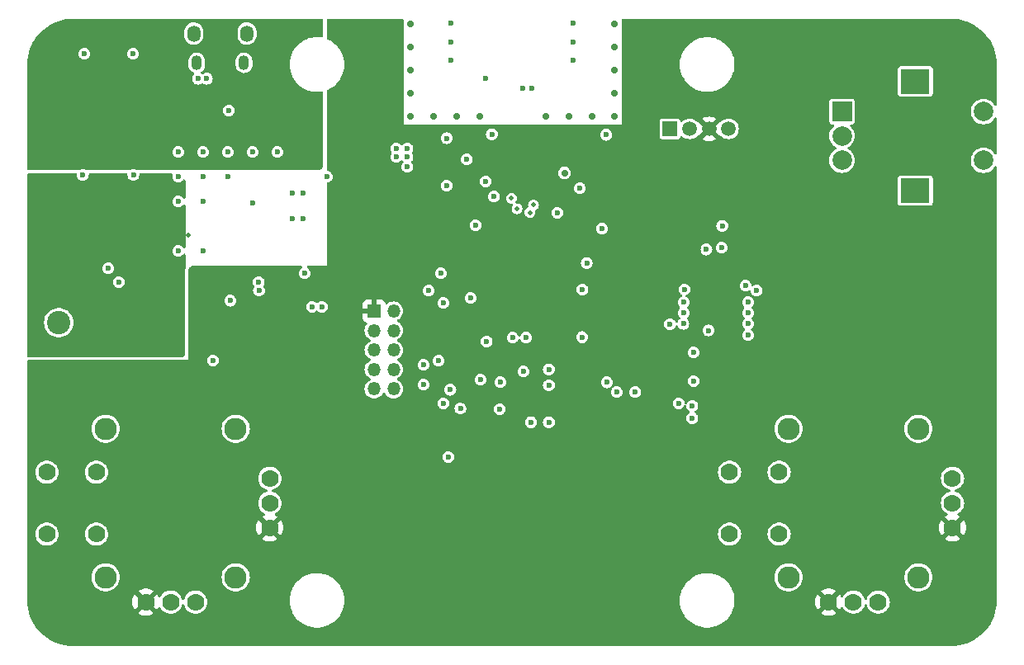
<source format=gbr>
%TF.GenerationSoftware,KiCad,Pcbnew,7.0.1*%
%TF.CreationDate,2023-10-06T11:12:28+02:00*%
%TF.ProjectId,Controller_board,436f6e74-726f-46c6-9c65-725f626f6172,rev?*%
%TF.SameCoordinates,Original*%
%TF.FileFunction,Copper,L3,Inr*%
%TF.FilePolarity,Positive*%
%FSLAX46Y46*%
G04 Gerber Fmt 4.6, Leading zero omitted, Abs format (unit mm)*
G04 Created by KiCad (PCBNEW 7.0.1) date 2023-10-06 11:12:28*
%MOMM*%
%LPD*%
G01*
G04 APERTURE LIST*
%TA.AperFunction,ComponentPad*%
%ADD10R,2.000000X2.000000*%
%TD*%
%TA.AperFunction,ComponentPad*%
%ADD11C,2.000000*%
%TD*%
%TA.AperFunction,ComponentPad*%
%ADD12R,3.000000X2.500000*%
%TD*%
%TA.AperFunction,ComponentPad*%
%ADD13O,1.350000X1.700000*%
%TD*%
%TA.AperFunction,ComponentPad*%
%ADD14O,1.100000X1.500000*%
%TD*%
%TA.AperFunction,ComponentPad*%
%ADD15C,1.778000*%
%TD*%
%TA.AperFunction,ComponentPad*%
%ADD16C,2.286000*%
%TD*%
%TA.AperFunction,ComponentPad*%
%ADD17R,1.500000X1.500000*%
%TD*%
%TA.AperFunction,ComponentPad*%
%ADD18C,1.500000*%
%TD*%
%TA.AperFunction,ComponentPad*%
%ADD19R,1.350000X1.350000*%
%TD*%
%TA.AperFunction,ComponentPad*%
%ADD20O,1.350000X1.350000*%
%TD*%
%TA.AperFunction,ComponentPad*%
%ADD21R,2.400000X2.400000*%
%TD*%
%TA.AperFunction,ComponentPad*%
%ADD22C,2.400000*%
%TD*%
%TA.AperFunction,ViaPad*%
%ADD23C,0.600000*%
%TD*%
%TA.AperFunction,ViaPad*%
%ADD24C,0.700000*%
%TD*%
%TA.AperFunction,ViaPad*%
%ADD25C,0.500000*%
%TD*%
G04 APERTURE END LIST*
D10*
%TO.N,ENC_A*%
%TO.C,SW2*%
X148833000Y-89829000D03*
D11*
%TO.N,ENC_B*%
X148833000Y-94829000D03*
%TO.N,-BATT*%
X148833000Y-92329000D03*
D12*
%TO.N,N/C*%
X156333000Y-86729000D03*
X156333000Y-97929000D03*
D11*
%TO.N,ENC_BUTTON*%
X163333000Y-89829000D03*
%TO.N,-BATT*%
X163333000Y-94829000D03*
%TD*%
D13*
%TO.N,unconnected-(J1-Shield-Pad6)*%
%TO.C,J1*%
X87827000Y-81829400D03*
D14*
X87517000Y-84829400D03*
X82677000Y-84829400D03*
D13*
X82367000Y-81829400D03*
%TD*%
D15*
%TO.N,JOY2_BUTTON*%
%TO.C,U9*%
X137300000Y-133175000D03*
%TO.N,N/C*%
X137300000Y-126825000D03*
%TO.N,-BATT*%
X142380000Y-133175000D03*
%TO.N,N/C*%
X142380000Y-126825000D03*
%TO.N,+3.3V*%
X160160000Y-132540000D03*
%TO.N,JOY2_ADC_X*%
X160160000Y-130000000D03*
%TO.N,-BATT*%
X160160000Y-127460000D03*
D16*
%TO.N,unconnected-(U9-SHIELD-PadS1)*%
X143332500Y-137620000D03*
%TO.N,unconnected-(U9-SHIELD-PadS2)*%
X156667500Y-137620000D03*
%TO.N,unconnected-(U9-SHIELD-PadS3)*%
X156667500Y-122380000D03*
%TO.N,unconnected-(U9-SHIELD-PadS4)*%
X143332500Y-122380000D03*
D15*
%TO.N,+3.3V*%
X147460000Y-140160000D03*
%TO.N,JOY2_ADC_Y*%
X150000000Y-140160000D03*
%TO.N,-BATT*%
X152540000Y-140160000D03*
%TD*%
D17*
%TO.N,OLED_SDA*%
%TO.C,J2*%
X131191000Y-91610000D03*
D18*
%TO.N,OLED_SCL*%
X133191000Y-91610000D03*
%TO.N,+3.3V*%
X135191000Y-91610000D03*
%TO.N,-BATT*%
X137191000Y-91610000D03*
%TD*%
D19*
%TO.N,+3.3V*%
%TO.C,J3*%
X100854000Y-110300000D03*
D20*
%TO.N,SWDIO*%
X102854000Y-110300000D03*
%TO.N,-BATT*%
X100854000Y-112300000D03*
%TO.N,SWCLK*%
X102854000Y-112300000D03*
%TO.N,-BATT*%
X100854000Y-114300000D03*
%TO.N,SWO*%
X102854000Y-114300000D03*
%TO.N,unconnected-(J3-Pin_7-Pad7)*%
X100854000Y-116300000D03*
%TO.N,unconnected-(J3-Pin_8-Pad8)*%
X102854000Y-116300000D03*
%TO.N,-BATT*%
X100854000Y-118300000D03*
%TO.N,NRST*%
X102854000Y-118300000D03*
%TD*%
D15*
%TO.N,JOY1_BUTTON*%
%TO.C,U8*%
X67300000Y-133175000D03*
%TO.N,N/C*%
X67300000Y-126825000D03*
%TO.N,-BATT*%
X72380000Y-133175000D03*
%TO.N,N/C*%
X72380000Y-126825000D03*
%TO.N,+3.3V*%
X90160000Y-132540000D03*
%TO.N,JOY1_ADC_X*%
X90160000Y-130000000D03*
%TO.N,-BATT*%
X90160000Y-127460000D03*
D16*
%TO.N,unconnected-(U8-SHIELD-PadS1)*%
X73332500Y-137620000D03*
%TO.N,unconnected-(U8-SHIELD-PadS2)*%
X86667500Y-137620000D03*
%TO.N,unconnected-(U8-SHIELD-PadS3)*%
X86667500Y-122380000D03*
%TO.N,unconnected-(U8-SHIELD-PadS4)*%
X73332500Y-122380000D03*
D15*
%TO.N,+3.3V*%
X77460000Y-140160000D03*
%TO.N,JOY1_ADC_Y*%
X80000000Y-140160000D03*
%TO.N,-BATT*%
X82540000Y-140160000D03*
%TD*%
D21*
%TO.N,+BATT*%
%TO.C,BT1*%
X68518000Y-107978000D03*
D22*
%TO.N,-BATT*%
X68518000Y-111478000D03*
%TD*%
D23*
%TO.N,-BATT*%
X107950000Y-119761000D03*
X115062000Y-113030000D03*
X84328000Y-115364500D03*
D24*
X125526800Y-83185000D03*
D23*
X121285000Y-80772000D03*
X83312000Y-93980000D03*
X103124000Y-93599000D03*
X132080000Y-119761000D03*
X94488000Y-109855000D03*
X133477000Y-121285000D03*
X83312000Y-99060000D03*
X112928400Y-92151200D03*
X121285000Y-82677000D03*
X80772000Y-99060000D03*
X73609200Y-105918000D03*
D24*
X104571800Y-87909400D03*
D23*
X108284000Y-92567000D03*
X108458000Y-125282200D03*
X113748200Y-120370600D03*
X108673600Y-118377609D03*
X127635000Y-118618000D03*
X88392000Y-93980000D03*
X136550400Y-101549200D03*
D24*
X104571800Y-85547200D03*
D23*
X111760000Y-117348000D03*
X116941600Y-121704400D03*
D24*
X106934000Y-90297000D03*
D23*
X122656600Y-105359200D03*
X76174600Y-96342200D03*
X76149200Y-83896200D03*
X108712000Y-80772000D03*
X70993000Y-96342200D03*
X112318800Y-86461600D03*
X92456000Y-98171000D03*
X93599000Y-98171000D03*
D24*
X104571800Y-83185000D03*
D23*
X116057649Y-87472360D03*
X108280200Y-97434400D03*
X85852000Y-96520000D03*
X90932000Y-93980000D03*
X119634000Y-100203000D03*
X113157000Y-98552000D03*
X138938000Y-107696000D03*
X80772000Y-96520000D03*
X132680200Y-108077000D03*
X104267000Y-94488000D03*
X117044639Y-87482536D03*
X133477000Y-120015000D03*
X111252000Y-101498400D03*
X118770400Y-121704400D03*
X83312000Y-96520000D03*
X92456000Y-100838000D03*
X124712259Y-117615721D03*
D24*
X125526800Y-80822800D03*
D23*
X124219868Y-101831556D03*
X122174000Y-112979200D03*
X135128000Y-112293400D03*
D24*
X125526800Y-90297000D03*
X104571800Y-80822800D03*
X125526800Y-85547200D03*
D23*
X80772000Y-93980000D03*
X96012000Y-96520000D03*
D24*
X104571800Y-90297000D03*
D23*
X93599000Y-100838000D03*
X85852000Y-93980000D03*
X83312000Y-104140000D03*
X103124000Y-94488000D03*
X71145400Y-83896200D03*
X139192000Y-112776000D03*
D24*
X111658400Y-90297000D03*
X109296200Y-90297000D03*
X123164600Y-90297000D03*
D23*
X125730000Y-118618000D03*
X112293400Y-97002600D03*
X85965800Y-89712800D03*
X136480896Y-103792531D03*
X124650000Y-92215200D03*
X121285000Y-84582000D03*
X83705200Y-86461600D03*
X104267000Y-95504000D03*
X108712000Y-82677000D03*
X107467400Y-115392200D03*
X95504000Y-109855000D03*
X140081000Y-108204000D03*
X134924800Y-103987600D03*
X109702600Y-120306600D03*
X108712000Y-84582000D03*
X82790800Y-86461600D03*
X116433600Y-113030000D03*
X131191000Y-111633000D03*
D24*
X120802400Y-90297000D03*
D23*
X110363000Y-94742000D03*
X121957600Y-97701600D03*
D24*
X120370600Y-96139000D03*
X118440200Y-90297000D03*
X125526800Y-87909400D03*
D23*
X80772000Y-104140000D03*
X104267000Y-93599000D03*
%TO.N,+3.3V*%
X125730000Y-122682000D03*
X110316000Y-92922600D03*
X101219000Y-93599000D03*
X123571000Y-117602000D03*
X124510800Y-111912400D03*
X120040400Y-121704400D03*
X138379200Y-102108000D03*
X108280200Y-96570800D03*
X121513600Y-98856800D03*
X108254800Y-102616000D03*
X99949000Y-93599000D03*
X145796000Y-92786200D03*
X108284000Y-93481400D03*
X99949000Y-95504000D03*
X129667000Y-114554000D03*
X126873000Y-122682000D03*
X101219000Y-94488000D03*
X145796000Y-91922600D03*
X109593159Y-118383631D03*
X128905000Y-102920800D03*
X122660372Y-101823798D03*
X99949000Y-94488000D03*
X132842000Y-97790000D03*
X130708400Y-106273600D03*
X103428800Y-125282200D03*
X108407200Y-115392200D03*
%TO.N,V_USB*%
X93599000Y-93472000D03*
X93599000Y-94361000D03*
X86524600Y-86461600D03*
X84899000Y-89712800D03*
X85725000Y-91806500D03*
X87388200Y-86461600D03*
D25*
%TO.N,+BATT*%
X80975200Y-102489000D03*
D23*
X72989255Y-105003451D03*
D25*
X81788000Y-102489000D03*
D23*
X77597000Y-110157500D03*
X78486000Y-110157500D03*
%TO.N,BATTERY_ADC*%
X110744000Y-108966000D03*
X89027000Y-107329500D03*
%TO.N,BOOT0*%
X105918000Y-117856000D03*
X105918000Y-115824000D03*
%TO.N,ENC_A*%
X139192000Y-110490000D03*
X132588000Y-110490000D03*
%TO.N,ENC_B*%
X139192000Y-109397800D03*
X132588000Y-109397800D03*
%TO.N,BUTTON_UP*%
X107696000Y-106426000D03*
X93726000Y-106426000D03*
%TO.N,ENC_BUTTON*%
X132562600Y-111607600D03*
X139192000Y-111607600D03*
%TO.N,MPU-6050_IRQ*%
X122216500Y-108077000D03*
X112395000Y-113425500D03*
%TO.N,JOY1_ADC_X*%
X116156266Y-116507734D03*
X113792000Y-117602000D03*
%TO.N,JOY2_ADC_Y*%
X118770400Y-117906800D03*
X118770400Y-116281200D03*
D25*
%TO.N,NRF_SCK*%
X114935000Y-98729800D03*
X117195600Y-99415600D03*
%TO.N,NRF_MISO*%
X116840000Y-100203000D03*
%TO.N,NRF_MOSI*%
X115510000Y-99812800D03*
D23*
%TO.N,I2C_SCL*%
X133604000Y-114554000D03*
X133604000Y-117475000D03*
%TO.N,Power_Btn*%
X89052400Y-108204000D03*
X106465900Y-108204000D03*
%TO.N,EN*%
X88392000Y-99187000D03*
X74676000Y-107315000D03*
%TO.N,KEEP_ALIVE*%
X86106000Y-109234500D03*
X107950000Y-109474000D03*
%TD*%
%TA.AperFunction,Conductor*%
%TO.N,V_USB*%
G36*
X95527848Y-80314511D02*
G01*
X95572166Y-80353377D01*
X95593530Y-80408316D01*
X95604539Y-80491942D01*
X95605600Y-80508126D01*
X95605600Y-82111882D01*
X95586502Y-82177999D01*
X95535092Y-82223751D01*
X95467205Y-82235043D01*
X95163111Y-82199500D01*
X94836889Y-82199500D01*
X94629409Y-82223751D01*
X94512872Y-82237372D01*
X94195442Y-82312605D01*
X93888896Y-82424178D01*
X93597383Y-82570582D01*
X93324819Y-82749849D01*
X93074922Y-82959538D01*
X92851058Y-83196821D01*
X92656250Y-83458492D01*
X92493142Y-83741005D01*
X92493141Y-83741008D01*
X92363931Y-84040549D01*
X92321003Y-84183940D01*
X92270368Y-84353071D01*
X92213722Y-84674330D01*
X92194753Y-85000000D01*
X92213722Y-85325669D01*
X92270368Y-85646928D01*
X92270370Y-85646934D01*
X92363931Y-85959451D01*
X92493141Y-86258992D01*
X92493142Y-86258994D01*
X92656250Y-86541507D01*
X92704614Y-86606471D01*
X92851057Y-86803177D01*
X93074923Y-87040462D01*
X93106886Y-87067282D01*
X93222620Y-87164395D01*
X93324823Y-87250153D01*
X93597377Y-87429414D01*
X93597383Y-87429417D01*
X93888896Y-87575821D01*
X93888899Y-87575822D01*
X94195446Y-87687396D01*
X94512874Y-87762628D01*
X94836889Y-87800500D01*
X95163107Y-87800500D01*
X95163111Y-87800500D01*
X95467205Y-87764956D01*
X95535092Y-87776249D01*
X95586502Y-87822001D01*
X95605600Y-87888118D01*
X95605600Y-95351474D01*
X95604539Y-95367660D01*
X95590693Y-95472824D01*
X95582315Y-95504091D01*
X95544859Y-95594518D01*
X95528674Y-95622551D01*
X95469091Y-95700201D01*
X95446201Y-95723091D01*
X95368551Y-95782674D01*
X95340518Y-95798859D01*
X95250091Y-95836315D01*
X95218824Y-95844693D01*
X95124998Y-95857046D01*
X95113658Y-95858539D01*
X95097474Y-95859600D01*
X76574185Y-95859600D01*
X76534326Y-95853019D01*
X76498698Y-95833975D01*
X76477440Y-95817663D01*
X76331362Y-95757156D01*
X76174600Y-95736517D01*
X76017837Y-95757156D01*
X75871759Y-95817663D01*
X75850502Y-95833975D01*
X75814874Y-95853019D01*
X75775015Y-95859600D01*
X71392585Y-95859600D01*
X71352726Y-95853019D01*
X71317098Y-95833975D01*
X71295840Y-95817663D01*
X71149762Y-95757156D01*
X70993000Y-95736517D01*
X70836237Y-95757156D01*
X70690159Y-95817663D01*
X70668902Y-95833975D01*
X70633274Y-95853019D01*
X70593415Y-95859600D01*
X65508126Y-95859600D01*
X65491942Y-95858539D01*
X65464919Y-95854981D01*
X65408314Y-95847529D01*
X65353377Y-95826166D01*
X65314511Y-95781848D01*
X65300500Y-95724591D01*
X65300500Y-93979999D01*
X80166317Y-93979999D01*
X80186956Y-94136762D01*
X80247463Y-94282840D01*
X80343717Y-94408282D01*
X80466010Y-94502120D01*
X80469159Y-94504536D01*
X80615238Y-94565044D01*
X80772000Y-94585682D01*
X80928762Y-94565044D01*
X81074841Y-94504536D01*
X81200282Y-94408282D01*
X81296536Y-94282841D01*
X81357044Y-94136762D01*
X81377682Y-93980000D01*
X81377682Y-93979999D01*
X82706317Y-93979999D01*
X82726956Y-94136762D01*
X82787463Y-94282840D01*
X82883717Y-94408282D01*
X83006010Y-94502120D01*
X83009159Y-94504536D01*
X83155238Y-94565044D01*
X83312000Y-94585682D01*
X83468762Y-94565044D01*
X83614841Y-94504536D01*
X83740282Y-94408282D01*
X83836536Y-94282841D01*
X83897044Y-94136762D01*
X83917682Y-93980000D01*
X83917682Y-93979999D01*
X85246317Y-93979999D01*
X85266956Y-94136762D01*
X85327463Y-94282840D01*
X85423717Y-94408282D01*
X85546010Y-94502120D01*
X85549159Y-94504536D01*
X85695238Y-94565044D01*
X85852000Y-94585682D01*
X86008762Y-94565044D01*
X86154841Y-94504536D01*
X86280282Y-94408282D01*
X86376536Y-94282841D01*
X86437044Y-94136762D01*
X86457682Y-93980000D01*
X86457682Y-93979999D01*
X87786317Y-93979999D01*
X87806956Y-94136762D01*
X87867463Y-94282840D01*
X87963717Y-94408282D01*
X88086010Y-94502120D01*
X88089159Y-94504536D01*
X88235238Y-94565044D01*
X88392000Y-94585682D01*
X88548762Y-94565044D01*
X88694841Y-94504536D01*
X88820282Y-94408282D01*
X88916536Y-94282841D01*
X88977044Y-94136762D01*
X88997682Y-93980000D01*
X88997682Y-93979999D01*
X90326317Y-93979999D01*
X90346956Y-94136762D01*
X90407463Y-94282840D01*
X90503717Y-94408282D01*
X90626010Y-94502120D01*
X90629159Y-94504536D01*
X90775238Y-94565044D01*
X90932000Y-94585682D01*
X91088762Y-94565044D01*
X91234841Y-94504536D01*
X91360282Y-94408282D01*
X91456536Y-94282841D01*
X91517044Y-94136762D01*
X91537682Y-93980000D01*
X91517044Y-93823238D01*
X91456536Y-93677159D01*
X91384416Y-93583170D01*
X91360282Y-93551717D01*
X91234840Y-93455463D01*
X91088762Y-93394956D01*
X90932000Y-93374317D01*
X90775237Y-93394956D01*
X90629159Y-93455463D01*
X90503717Y-93551717D01*
X90407463Y-93677159D01*
X90346956Y-93823237D01*
X90326317Y-93979999D01*
X88997682Y-93979999D01*
X88977044Y-93823238D01*
X88916536Y-93677159D01*
X88844416Y-93583170D01*
X88820282Y-93551717D01*
X88694840Y-93455463D01*
X88548762Y-93394956D01*
X88392000Y-93374317D01*
X88235237Y-93394956D01*
X88089159Y-93455463D01*
X87963717Y-93551717D01*
X87867463Y-93677159D01*
X87806956Y-93823237D01*
X87786317Y-93979999D01*
X86457682Y-93979999D01*
X86437044Y-93823238D01*
X86376536Y-93677159D01*
X86304416Y-93583170D01*
X86280282Y-93551717D01*
X86154840Y-93455463D01*
X86008762Y-93394956D01*
X85852000Y-93374317D01*
X85695237Y-93394956D01*
X85549159Y-93455463D01*
X85423717Y-93551717D01*
X85327463Y-93677159D01*
X85266956Y-93823237D01*
X85246317Y-93979999D01*
X83917682Y-93979999D01*
X83897044Y-93823238D01*
X83836536Y-93677159D01*
X83764416Y-93583170D01*
X83740282Y-93551717D01*
X83614840Y-93455463D01*
X83468762Y-93394956D01*
X83312000Y-93374317D01*
X83155237Y-93394956D01*
X83009159Y-93455463D01*
X82883717Y-93551717D01*
X82787463Y-93677159D01*
X82726956Y-93823237D01*
X82706317Y-93979999D01*
X81377682Y-93979999D01*
X81357044Y-93823238D01*
X81296536Y-93677159D01*
X81224416Y-93583170D01*
X81200282Y-93551717D01*
X81074840Y-93455463D01*
X80928762Y-93394956D01*
X80772000Y-93374317D01*
X80615237Y-93394956D01*
X80469159Y-93455463D01*
X80343717Y-93551717D01*
X80247463Y-93677159D01*
X80186956Y-93823237D01*
X80166317Y-93979999D01*
X65300500Y-93979999D01*
X65300500Y-89712800D01*
X85360117Y-89712800D01*
X85380756Y-89869562D01*
X85441263Y-90015640D01*
X85537517Y-90141082D01*
X85619538Y-90204018D01*
X85662959Y-90237336D01*
X85809038Y-90297844D01*
X85965800Y-90318482D01*
X86122562Y-90297844D01*
X86268641Y-90237336D01*
X86394082Y-90141082D01*
X86490336Y-90015641D01*
X86550844Y-89869562D01*
X86571482Y-89712800D01*
X86550844Y-89556038D01*
X86490336Y-89409959D01*
X86468559Y-89381578D01*
X86394082Y-89284517D01*
X86268640Y-89188263D01*
X86122562Y-89127756D01*
X85965800Y-89107117D01*
X85809037Y-89127756D01*
X85662959Y-89188263D01*
X85537517Y-89284517D01*
X85441263Y-89409959D01*
X85380756Y-89556037D01*
X85360117Y-89712800D01*
X65300500Y-89712800D01*
X65300500Y-85075515D01*
X81826500Y-85075515D01*
X81841485Y-85213308D01*
X81841486Y-85213310D01*
X81900556Y-85388621D01*
X81995930Y-85547136D01*
X82123151Y-85681441D01*
X82222087Y-85748521D01*
X82276273Y-85785260D01*
X82343148Y-85811905D01*
X82394855Y-85850615D01*
X82420078Y-85910078D01*
X82411975Y-85974159D01*
X82372742Y-86025471D01*
X82362519Y-86033315D01*
X82266263Y-86158759D01*
X82205756Y-86304837D01*
X82185117Y-86461599D01*
X82205756Y-86618362D01*
X82266263Y-86764440D01*
X82362517Y-86889882D01*
X82409086Y-86925615D01*
X82487959Y-86986136D01*
X82634038Y-87046644D01*
X82790800Y-87067282D01*
X82947562Y-87046644D01*
X83093641Y-86986136D01*
X83172513Y-86925615D01*
X83221161Y-86902930D01*
X83274839Y-86902930D01*
X83323486Y-86925615D01*
X83402359Y-86986136D01*
X83548438Y-87046644D01*
X83705200Y-87067282D01*
X83861962Y-87046644D01*
X84008041Y-86986136D01*
X84133482Y-86889882D01*
X84229736Y-86764441D01*
X84290244Y-86618362D01*
X84310882Y-86461600D01*
X84290244Y-86304838D01*
X84229736Y-86158759D01*
X84184457Y-86099750D01*
X84133482Y-86033317D01*
X84008040Y-85937063D01*
X83861962Y-85876556D01*
X83705200Y-85855917D01*
X83548437Y-85876556D01*
X83402359Y-85937063D01*
X83323485Y-85997585D01*
X83274837Y-86020270D01*
X83221159Y-86020269D01*
X83172514Y-85997585D01*
X83118907Y-85956451D01*
X83080991Y-85908230D01*
X83070828Y-85847733D01*
X83090908Y-85789768D01*
X83136313Y-85748522D01*
X83157104Y-85737500D01*
X83298100Y-85617737D01*
X83410054Y-85470464D01*
X83410053Y-85470464D01*
X83410055Y-85470463D01*
X83487731Y-85302569D01*
X83487730Y-85302569D01*
X83487732Y-85302567D01*
X83527500Y-85121897D01*
X83527500Y-85075515D01*
X86666500Y-85075515D01*
X86681485Y-85213308D01*
X86681486Y-85213310D01*
X86740556Y-85388621D01*
X86835930Y-85547136D01*
X86963151Y-85681441D01*
X87116270Y-85785258D01*
X87116271Y-85785258D01*
X87116272Y-85785259D01*
X87288121Y-85853730D01*
X87288123Y-85853730D01*
X87288125Y-85853731D01*
X87470683Y-85883660D01*
X87655407Y-85873645D01*
X87833659Y-85824154D01*
X87997104Y-85737500D01*
X88138100Y-85617737D01*
X88250054Y-85470464D01*
X88250053Y-85470464D01*
X88250055Y-85470463D01*
X88327731Y-85302569D01*
X88327730Y-85302569D01*
X88327732Y-85302567D01*
X88367500Y-85121897D01*
X88367500Y-84583287D01*
X88365966Y-84569186D01*
X88352514Y-84445491D01*
X88322438Y-84356230D01*
X88293444Y-84270179D01*
X88198070Y-84111664D01*
X88070849Y-83977359D01*
X87917730Y-83873542D01*
X87917729Y-83873541D01*
X87917727Y-83873540D01*
X87745878Y-83805069D01*
X87647615Y-83788960D01*
X87563317Y-83775140D01*
X87563314Y-83775140D01*
X87378592Y-83785154D01*
X87200341Y-83834645D01*
X87036896Y-83921299D01*
X86895899Y-84041063D01*
X86783944Y-84188336D01*
X86706268Y-84356230D01*
X86666500Y-84536903D01*
X86666500Y-85075515D01*
X83527500Y-85075515D01*
X83527500Y-84583287D01*
X83525966Y-84569186D01*
X83512514Y-84445491D01*
X83482438Y-84356230D01*
X83453444Y-84270179D01*
X83358070Y-84111664D01*
X83230849Y-83977359D01*
X83077730Y-83873542D01*
X83077729Y-83873541D01*
X83077727Y-83873540D01*
X82905878Y-83805069D01*
X82807615Y-83788960D01*
X82723317Y-83775140D01*
X82723314Y-83775140D01*
X82538592Y-83785154D01*
X82360341Y-83834645D01*
X82196896Y-83921299D01*
X82055899Y-84041063D01*
X81943944Y-84188336D01*
X81866268Y-84356230D01*
X81826500Y-84536903D01*
X81826500Y-85075515D01*
X65300500Y-85075515D01*
X65300500Y-85002705D01*
X65300618Y-84997296D01*
X65301200Y-84983971D01*
X65318147Y-84595795D01*
X65319087Y-84585064D01*
X65371189Y-84189302D01*
X65373063Y-84178672D01*
X65435686Y-83896199D01*
X70539717Y-83896199D01*
X70560356Y-84052962D01*
X70620863Y-84199040D01*
X70717117Y-84324482D01*
X70842559Y-84420736D01*
X70988638Y-84481244D01*
X71145400Y-84501882D01*
X71302162Y-84481244D01*
X71448241Y-84420736D01*
X71573682Y-84324482D01*
X71669936Y-84199041D01*
X71730444Y-84052962D01*
X71751082Y-83896200D01*
X71751082Y-83896199D01*
X75543517Y-83896199D01*
X75564156Y-84052962D01*
X75624663Y-84199040D01*
X75720917Y-84324482D01*
X75846359Y-84420736D01*
X75992438Y-84481244D01*
X76149200Y-84501882D01*
X76305962Y-84481244D01*
X76452041Y-84420736D01*
X76577482Y-84324482D01*
X76673736Y-84199041D01*
X76734244Y-84052962D01*
X76754882Y-83896200D01*
X76734244Y-83739438D01*
X76673736Y-83593359D01*
X76577482Y-83467917D01*
X76452040Y-83371663D01*
X76305962Y-83311156D01*
X76149200Y-83290517D01*
X75992437Y-83311156D01*
X75846359Y-83371663D01*
X75720917Y-83467917D01*
X75624663Y-83593359D01*
X75564156Y-83739437D01*
X75543517Y-83896199D01*
X71751082Y-83896199D01*
X71730444Y-83739438D01*
X71669936Y-83593359D01*
X71573682Y-83467917D01*
X71448240Y-83371663D01*
X71302162Y-83311156D01*
X71145400Y-83290517D01*
X70988637Y-83311156D01*
X70842559Y-83371663D01*
X70717117Y-83467917D01*
X70620863Y-83593359D01*
X70560356Y-83739437D01*
X70539717Y-83896199D01*
X65435686Y-83896199D01*
X65459463Y-83788950D01*
X65462261Y-83778512D01*
X65582291Y-83397823D01*
X65585979Y-83387691D01*
X65738742Y-83018888D01*
X65743300Y-83009114D01*
X65927617Y-82655045D01*
X65933012Y-82645700D01*
X66147495Y-82309029D01*
X66153685Y-82300189D01*
X66342692Y-82053871D01*
X81391500Y-82053871D01*
X81406541Y-82201783D01*
X81465930Y-82391073D01*
X81562217Y-82564548D01*
X81691446Y-82715082D01*
X81848331Y-82836521D01*
X81927686Y-82875446D01*
X82026456Y-82923895D01*
X82218520Y-82973624D01*
X82416663Y-82983672D01*
X82612773Y-82953630D01*
X82798820Y-82884725D01*
X82967189Y-82779780D01*
X83110986Y-82643091D01*
X83224324Y-82480254D01*
X83302563Y-82297935D01*
X83342500Y-82103599D01*
X83342500Y-82053871D01*
X86851500Y-82053871D01*
X86866541Y-82201783D01*
X86925930Y-82391073D01*
X87022217Y-82564548D01*
X87151446Y-82715082D01*
X87308331Y-82836521D01*
X87387686Y-82875446D01*
X87486456Y-82923895D01*
X87678520Y-82973624D01*
X87876663Y-82983672D01*
X88072773Y-82953630D01*
X88258820Y-82884725D01*
X88427189Y-82779780D01*
X88570986Y-82643091D01*
X88684324Y-82480254D01*
X88762563Y-82297935D01*
X88802500Y-82103599D01*
X88802500Y-81604927D01*
X88787459Y-81457021D01*
X88787458Y-81457018D01*
X88787458Y-81457016D01*
X88728069Y-81267726D01*
X88678570Y-81178546D01*
X88631784Y-81094254D01*
X88631783Y-81094252D01*
X88631782Y-81094251D01*
X88502553Y-80943717D01*
X88345668Y-80822278D01*
X88167544Y-80734905D01*
X87975480Y-80685176D01*
X87777336Y-80675128D01*
X87777334Y-80675128D01*
X87581227Y-80705169D01*
X87395182Y-80774073D01*
X87226812Y-80879019D01*
X87083012Y-81015710D01*
X86969676Y-81178545D01*
X86891437Y-81360864D01*
X86851500Y-81555202D01*
X86851500Y-82053871D01*
X83342500Y-82053871D01*
X83342500Y-81604927D01*
X83327459Y-81457021D01*
X83327458Y-81457018D01*
X83327458Y-81457016D01*
X83268069Y-81267726D01*
X83218570Y-81178546D01*
X83171784Y-81094254D01*
X83171783Y-81094252D01*
X83171782Y-81094251D01*
X83042553Y-80943717D01*
X82885668Y-80822278D01*
X82707544Y-80734905D01*
X82515480Y-80685176D01*
X82317336Y-80675128D01*
X82317334Y-80675128D01*
X82121227Y-80705169D01*
X81935182Y-80774073D01*
X81766812Y-80879019D01*
X81623012Y-81015710D01*
X81509676Y-81178545D01*
X81431437Y-81360864D01*
X81391500Y-81555202D01*
X81391500Y-82053871D01*
X66342692Y-82053871D01*
X66396687Y-81983503D01*
X66403625Y-81975234D01*
X66673304Y-81680932D01*
X66680932Y-81673304D01*
X66975234Y-81403625D01*
X66983503Y-81396687D01*
X67300189Y-81153685D01*
X67309029Y-81147495D01*
X67645700Y-80933012D01*
X67655045Y-80927617D01*
X68009114Y-80743300D01*
X68018888Y-80738742D01*
X68387691Y-80585979D01*
X68397823Y-80582291D01*
X68778521Y-80462258D01*
X68788950Y-80459463D01*
X69178672Y-80373063D01*
X69189302Y-80371189D01*
X69585064Y-80319087D01*
X69595795Y-80318147D01*
X69997297Y-80300617D01*
X70002706Y-80300500D01*
X70047595Y-80300500D01*
X95470591Y-80300500D01*
X95527848Y-80314511D01*
G37*
%TD.AperFunction*%
%TD*%
%TA.AperFunction,Conductor*%
%TO.N,+3.3V*%
G36*
X103808248Y-80314511D02*
G01*
X103852566Y-80353377D01*
X103873930Y-80408316D01*
X103884939Y-80491942D01*
X103886000Y-80508126D01*
X103886000Y-91186000D01*
X104385999Y-91186000D01*
X125857002Y-91186000D01*
X126238000Y-91186000D01*
X126238000Y-90424000D01*
X126238000Y-90170000D01*
X126238000Y-88023867D01*
X154532500Y-88023867D01*
X154535414Y-88048988D01*
X154535414Y-88048990D01*
X154535415Y-88048991D01*
X154580794Y-88151765D01*
X154580795Y-88151767D01*
X154660232Y-88231204D01*
X154660233Y-88231204D01*
X154660235Y-88231206D01*
X154763009Y-88276585D01*
X154788135Y-88279500D01*
X157877864Y-88279499D01*
X157877867Y-88279499D01*
X157890427Y-88278042D01*
X157902991Y-88276585D01*
X158005765Y-88231206D01*
X158085206Y-88151765D01*
X158130585Y-88048991D01*
X158133500Y-88023865D01*
X158133499Y-85434136D01*
X158130585Y-85409009D01*
X158085206Y-85306235D01*
X158085204Y-85306233D01*
X158085204Y-85306232D01*
X158005767Y-85226795D01*
X158005765Y-85226794D01*
X157902991Y-85181415D01*
X157877865Y-85178500D01*
X157877863Y-85178500D01*
X154788132Y-85178500D01*
X154763011Y-85181414D01*
X154660232Y-85226795D01*
X154580795Y-85306232D01*
X154535415Y-85409009D01*
X154532500Y-85434136D01*
X154532500Y-88023867D01*
X126238000Y-88023867D01*
X126238000Y-85000000D01*
X132194753Y-85000000D01*
X132213722Y-85325669D01*
X132270368Y-85646928D01*
X132270370Y-85646934D01*
X132363931Y-85959451D01*
X132450395Y-86159896D01*
X132493142Y-86258994D01*
X132656250Y-86541507D01*
X132713467Y-86618362D01*
X132851057Y-86803177D01*
X133074923Y-87040462D01*
X133324823Y-87250153D01*
X133597377Y-87429414D01*
X133597383Y-87429417D01*
X133888896Y-87575821D01*
X133888899Y-87575822D01*
X134195446Y-87687396D01*
X134512874Y-87762628D01*
X134836889Y-87800500D01*
X135163107Y-87800500D01*
X135163111Y-87800500D01*
X135487126Y-87762628D01*
X135804554Y-87687396D01*
X136111101Y-87575822D01*
X136402623Y-87429414D01*
X136675177Y-87250153D01*
X136925077Y-87040462D01*
X137148943Y-86803177D01*
X137343749Y-86541508D01*
X137506859Y-86258992D01*
X137636069Y-85959451D01*
X137729630Y-85646934D01*
X137786278Y-85325669D01*
X137805246Y-85000000D01*
X137786278Y-84674331D01*
X137736748Y-84393435D01*
X137729631Y-84353071D01*
X137726858Y-84343807D01*
X137636069Y-84040549D01*
X137506859Y-83741008D01*
X137343749Y-83458492D01*
X137148943Y-83196823D01*
X136925077Y-82959538D01*
X136882599Y-82923895D01*
X136675180Y-82749849D01*
X136531055Y-82655057D01*
X136402623Y-82570586D01*
X136402619Y-82570584D01*
X136402616Y-82570582D01*
X136111103Y-82424178D01*
X135804557Y-82312605D01*
X135804556Y-82312604D01*
X135804554Y-82312604D01*
X135630157Y-82271271D01*
X135487127Y-82237372D01*
X135422322Y-82229797D01*
X135163111Y-82199500D01*
X134836889Y-82199500D01*
X134620878Y-82224748D01*
X134512872Y-82237372D01*
X134195442Y-82312605D01*
X133888896Y-82424178D01*
X133597383Y-82570582D01*
X133324819Y-82749849D01*
X133074922Y-82959538D01*
X132851058Y-83196821D01*
X132656250Y-83458492D01*
X132493142Y-83741005D01*
X132493141Y-83741008D01*
X132363931Y-84040549D01*
X132321003Y-84183940D01*
X132270368Y-84353071D01*
X132213722Y-84674330D01*
X132194753Y-85000000D01*
X126238000Y-85000000D01*
X126238000Y-80508126D01*
X126239061Y-80491942D01*
X126250070Y-80408316D01*
X126271434Y-80353377D01*
X126315752Y-80314511D01*
X126373009Y-80300500D01*
X159952405Y-80300500D01*
X159997294Y-80300500D01*
X160002702Y-80300617D01*
X160404202Y-80318147D01*
X160414937Y-80319087D01*
X160810693Y-80371189D01*
X160821331Y-80373064D01*
X161211043Y-80459462D01*
X161221483Y-80462260D01*
X161602168Y-80582289D01*
X161612315Y-80585982D01*
X161981102Y-80738739D01*
X161990893Y-80743305D01*
X162344942Y-80927611D01*
X162354310Y-80933019D01*
X162690959Y-81147488D01*
X162699820Y-81153693D01*
X163016487Y-81396680D01*
X163024774Y-81403634D01*
X163319056Y-81673294D01*
X163326705Y-81680943D01*
X163596365Y-81975225D01*
X163603319Y-81983512D01*
X163846306Y-82300179D01*
X163852511Y-82309040D01*
X164066980Y-82645689D01*
X164072388Y-82655057D01*
X164256691Y-83009099D01*
X164261263Y-83018903D01*
X164414013Y-83387674D01*
X164417713Y-83397840D01*
X164537738Y-83778512D01*
X164540538Y-83788960D01*
X164626933Y-84178660D01*
X164628811Y-84189314D01*
X164680910Y-84585042D01*
X164681853Y-84595818D01*
X164699382Y-84997297D01*
X164699500Y-85002706D01*
X164699500Y-89122896D01*
X164681789Y-89186760D01*
X164633715Y-89232381D01*
X164569012Y-89246726D01*
X164506162Y-89225698D01*
X164470879Y-89184389D01*
X164469790Y-89185152D01*
X164333046Y-88989859D01*
X164172140Y-88828953D01*
X163985735Y-88698432D01*
X163779497Y-88602261D01*
X163559689Y-88543364D01*
X163332999Y-88523531D01*
X163106310Y-88543364D01*
X162886502Y-88602261D01*
X162680264Y-88698432D01*
X162493859Y-88828953D01*
X162332953Y-88989859D01*
X162202432Y-89176264D01*
X162106261Y-89382502D01*
X162047364Y-89602310D01*
X162027531Y-89829000D01*
X162047364Y-90055689D01*
X162106261Y-90275497D01*
X162202432Y-90481735D01*
X162332953Y-90668140D01*
X162493859Y-90829046D01*
X162680264Y-90959567D01*
X162680265Y-90959567D01*
X162680266Y-90959568D01*
X162886504Y-91055739D01*
X163106308Y-91114635D01*
X163333000Y-91134468D01*
X163559692Y-91114635D01*
X163779496Y-91055739D01*
X163985734Y-90959568D01*
X164172139Y-90829047D01*
X164333047Y-90668139D01*
X164463568Y-90481734D01*
X164463568Y-90481733D01*
X164469790Y-90472848D01*
X164470879Y-90473610D01*
X164506162Y-90432302D01*
X164569012Y-90411274D01*
X164633715Y-90425619D01*
X164681789Y-90471240D01*
X164699500Y-90535104D01*
X164699500Y-94122896D01*
X164681789Y-94186760D01*
X164633715Y-94232381D01*
X164569012Y-94246726D01*
X164506162Y-94225698D01*
X164470879Y-94184389D01*
X164469790Y-94185152D01*
X164333046Y-93989859D01*
X164172140Y-93828953D01*
X163985735Y-93698432D01*
X163779497Y-93602261D01*
X163559689Y-93543364D01*
X163332999Y-93523531D01*
X163106310Y-93543364D01*
X162886502Y-93602261D01*
X162680264Y-93698432D01*
X162493859Y-93828953D01*
X162332953Y-93989859D01*
X162202432Y-94176264D01*
X162106261Y-94382502D01*
X162047364Y-94602310D01*
X162027531Y-94829000D01*
X162047364Y-95055689D01*
X162106261Y-95275497D01*
X162202432Y-95481735D01*
X162332953Y-95668140D01*
X162493859Y-95829046D01*
X162680264Y-95959567D01*
X162680265Y-95959567D01*
X162680266Y-95959568D01*
X162886504Y-96055739D01*
X163106308Y-96114635D01*
X163333000Y-96134468D01*
X163559692Y-96114635D01*
X163779496Y-96055739D01*
X163985734Y-95959568D01*
X164172139Y-95829047D01*
X164333047Y-95668139D01*
X164463568Y-95481734D01*
X164463568Y-95481733D01*
X164469790Y-95472848D01*
X164470879Y-95473610D01*
X164506162Y-95432302D01*
X164569012Y-95411274D01*
X164633715Y-95425619D01*
X164681789Y-95471240D01*
X164699500Y-95535104D01*
X164699500Y-139997294D01*
X164699382Y-140002703D01*
X164681853Y-140404181D01*
X164680910Y-140414957D01*
X164628811Y-140810685D01*
X164626933Y-140821339D01*
X164540538Y-141211039D01*
X164537738Y-141221487D01*
X164417713Y-141602159D01*
X164414013Y-141612325D01*
X164261263Y-141981096D01*
X164256691Y-141990900D01*
X164072388Y-142344942D01*
X164066980Y-142354310D01*
X163852511Y-142690959D01*
X163846306Y-142699820D01*
X163603319Y-143016487D01*
X163596365Y-143024774D01*
X163326705Y-143319056D01*
X163319056Y-143326705D01*
X163024774Y-143596365D01*
X163016487Y-143603319D01*
X162699820Y-143846306D01*
X162690959Y-143852511D01*
X162354310Y-144066980D01*
X162344942Y-144072388D01*
X161990900Y-144256691D01*
X161981096Y-144261263D01*
X161612325Y-144414013D01*
X161602159Y-144417713D01*
X161221487Y-144537738D01*
X161211039Y-144540538D01*
X160821339Y-144626933D01*
X160810685Y-144628811D01*
X160414957Y-144680910D01*
X160404181Y-144681853D01*
X160002703Y-144699382D01*
X159997294Y-144699500D01*
X70002706Y-144699500D01*
X69997297Y-144699382D01*
X69595818Y-144681853D01*
X69585042Y-144680910D01*
X69189314Y-144628811D01*
X69178660Y-144626933D01*
X68788960Y-144540538D01*
X68778512Y-144537738D01*
X68397840Y-144417713D01*
X68387674Y-144414013D01*
X68018903Y-144261263D01*
X68009099Y-144256691D01*
X67655057Y-144072388D01*
X67645689Y-144066980D01*
X67309040Y-143852511D01*
X67300179Y-143846306D01*
X66983512Y-143603319D01*
X66975225Y-143596365D01*
X66680943Y-143326705D01*
X66673294Y-143319056D01*
X66403634Y-143024774D01*
X66396680Y-143016487D01*
X66153693Y-142699820D01*
X66147488Y-142690959D01*
X65933019Y-142354310D01*
X65927611Y-142344942D01*
X65812884Y-142124554D01*
X65743305Y-141990893D01*
X65738736Y-141981096D01*
X65585982Y-141612315D01*
X65582286Y-141602159D01*
X65567505Y-141555281D01*
X65488439Y-141304512D01*
X76669038Y-141304512D01*
X76697685Y-141326808D01*
X76900137Y-141436369D01*
X77117848Y-141511110D01*
X77344905Y-141549000D01*
X77575095Y-141549000D01*
X77802151Y-141511110D01*
X78019862Y-141436369D01*
X78222315Y-141326807D01*
X78250959Y-141304512D01*
X77460000Y-140513553D01*
X76669038Y-141304512D01*
X65488439Y-141304512D01*
X65462260Y-141221483D01*
X65459461Y-141211039D01*
X65373064Y-140821331D01*
X65371188Y-140810685D01*
X65368317Y-140788874D01*
X65319087Y-140414937D01*
X65318147Y-140404202D01*
X65307485Y-140160000D01*
X76066239Y-140160000D01*
X76085248Y-140389400D01*
X76141759Y-140612554D01*
X76234223Y-140823353D01*
X76316760Y-140949685D01*
X77106447Y-140160001D01*
X77106447Y-140160000D01*
X77813553Y-140160000D01*
X78603238Y-140949686D01*
X78685773Y-140823358D01*
X78727201Y-140728912D01*
X78771678Y-140675746D01*
X78837742Y-140654759D01*
X78904748Y-140672509D01*
X78951756Y-140723449D01*
X78984334Y-140788874D01*
X79024236Y-140841712D01*
X79117183Y-140964795D01*
X79280094Y-141113308D01*
X79467524Y-141229359D01*
X79653916Y-141301567D01*
X79673083Y-141308993D01*
X79889777Y-141349500D01*
X80110221Y-141349500D01*
X80110223Y-141349500D01*
X80326917Y-141308993D01*
X80463956Y-141255903D01*
X80532475Y-141229359D01*
X80719905Y-141113308D01*
X80882816Y-140964795D01*
X80894226Y-140949686D01*
X81015666Y-140788874D01*
X81113928Y-140591538D01*
X81120264Y-140569272D01*
X81150734Y-140462179D01*
X81183133Y-140407625D01*
X81238275Y-140376240D01*
X81301725Y-140376240D01*
X81356867Y-140407625D01*
X81389266Y-140462179D01*
X81426070Y-140591536D01*
X81491757Y-140723450D01*
X81524334Y-140788874D01*
X81564236Y-140841712D01*
X81657183Y-140964795D01*
X81820094Y-141113308D01*
X82007524Y-141229359D01*
X82193916Y-141301567D01*
X82213083Y-141308993D01*
X82429777Y-141349500D01*
X82650221Y-141349500D01*
X82650223Y-141349500D01*
X82866917Y-141308993D01*
X83003956Y-141255903D01*
X83072475Y-141229359D01*
X83259905Y-141113308D01*
X83422816Y-140964795D01*
X83434226Y-140949686D01*
X83555666Y-140788874D01*
X83653928Y-140591538D01*
X83660264Y-140569272D01*
X83676606Y-140511832D01*
X83714256Y-140379506D01*
X83734596Y-140160000D01*
X83719770Y-140000000D01*
X92194753Y-140000000D01*
X92213722Y-140325669D01*
X92270368Y-140646928D01*
X92273142Y-140656193D01*
X92363931Y-140959451D01*
X92430299Y-141113308D01*
X92493142Y-141258994D01*
X92656250Y-141541507D01*
X92701404Y-141602159D01*
X92851057Y-141803177D01*
X93074923Y-142040462D01*
X93324823Y-142250153D01*
X93597377Y-142429414D01*
X93597383Y-142429417D01*
X93888896Y-142575821D01*
X93888899Y-142575822D01*
X94195446Y-142687396D01*
X94512874Y-142762628D01*
X94836889Y-142800500D01*
X95163107Y-142800500D01*
X95163111Y-142800500D01*
X95487126Y-142762628D01*
X95804554Y-142687396D01*
X96111101Y-142575822D01*
X96402623Y-142429414D01*
X96675177Y-142250153D01*
X96925077Y-142040462D01*
X97148943Y-141803177D01*
X97343749Y-141541508D01*
X97506859Y-141258992D01*
X97636069Y-140959451D01*
X97729630Y-140646934D01*
X97786278Y-140325669D01*
X97805246Y-140000000D01*
X132194753Y-140000000D01*
X132213722Y-140325669D01*
X132270368Y-140646928D01*
X132273142Y-140656193D01*
X132363931Y-140959451D01*
X132430299Y-141113308D01*
X132493142Y-141258994D01*
X132656250Y-141541507D01*
X132701404Y-141602159D01*
X132851057Y-141803177D01*
X133074923Y-142040462D01*
X133324823Y-142250153D01*
X133597377Y-142429414D01*
X133597383Y-142429417D01*
X133888896Y-142575821D01*
X133888899Y-142575822D01*
X134195446Y-142687396D01*
X134512874Y-142762628D01*
X134836889Y-142800500D01*
X135163107Y-142800500D01*
X135163111Y-142800500D01*
X135487126Y-142762628D01*
X135804554Y-142687396D01*
X136111101Y-142575822D01*
X136402623Y-142429414D01*
X136675177Y-142250153D01*
X136925077Y-142040462D01*
X137148943Y-141803177D01*
X137343749Y-141541508D01*
X137480578Y-141304512D01*
X146669038Y-141304512D01*
X146697685Y-141326808D01*
X146900137Y-141436369D01*
X147117848Y-141511110D01*
X147344905Y-141549000D01*
X147575095Y-141549000D01*
X147802151Y-141511110D01*
X148019862Y-141436369D01*
X148222315Y-141326807D01*
X148250959Y-141304512D01*
X147460000Y-140513553D01*
X146669038Y-141304512D01*
X137480578Y-141304512D01*
X137506859Y-141258992D01*
X137636069Y-140959451D01*
X137729630Y-140646934D01*
X137786278Y-140325669D01*
X137795927Y-140159999D01*
X146066239Y-140159999D01*
X146085248Y-140389400D01*
X146141759Y-140612554D01*
X146234223Y-140823353D01*
X146316760Y-140949685D01*
X147106447Y-140160001D01*
X147813553Y-140160001D01*
X148603238Y-140949686D01*
X148685773Y-140823358D01*
X148727201Y-140728912D01*
X148771678Y-140675746D01*
X148837742Y-140654759D01*
X148904748Y-140672509D01*
X148951756Y-140723449D01*
X148984334Y-140788874D01*
X149024236Y-140841712D01*
X149117183Y-140964795D01*
X149280094Y-141113308D01*
X149467524Y-141229359D01*
X149653916Y-141301567D01*
X149673083Y-141308993D01*
X149889777Y-141349500D01*
X150110221Y-141349500D01*
X150110223Y-141349500D01*
X150326917Y-141308993D01*
X150463956Y-141255903D01*
X150532475Y-141229359D01*
X150719905Y-141113308D01*
X150882816Y-140964795D01*
X150894226Y-140949686D01*
X151015666Y-140788874D01*
X151113928Y-140591538D01*
X151120264Y-140569272D01*
X151150734Y-140462179D01*
X151183133Y-140407625D01*
X151238275Y-140376240D01*
X151301725Y-140376240D01*
X151356867Y-140407625D01*
X151389266Y-140462179D01*
X151426070Y-140591536D01*
X151491757Y-140723450D01*
X151524334Y-140788874D01*
X151564236Y-140841712D01*
X151657183Y-140964795D01*
X151820094Y-141113308D01*
X152007524Y-141229359D01*
X152193916Y-141301567D01*
X152213083Y-141308993D01*
X152429777Y-141349500D01*
X152650221Y-141349500D01*
X152650223Y-141349500D01*
X152866917Y-141308993D01*
X153003956Y-141255903D01*
X153072475Y-141229359D01*
X153259905Y-141113308D01*
X153422816Y-140964795D01*
X153434226Y-140949686D01*
X153555666Y-140788874D01*
X153653928Y-140591538D01*
X153660264Y-140569272D01*
X153676606Y-140511832D01*
X153714256Y-140379506D01*
X153734596Y-140160000D01*
X153714256Y-139940494D01*
X153653929Y-139728464D01*
X153653929Y-139728463D01*
X153621084Y-139662503D01*
X153555666Y-139531126D01*
X153467704Y-139414647D01*
X153422816Y-139355204D01*
X153259905Y-139206691D01*
X153072475Y-139090640D01*
X152866921Y-139011008D01*
X152866918Y-139011007D01*
X152866917Y-139011007D01*
X152650223Y-138970500D01*
X152429777Y-138970500D01*
X152213083Y-139011007D01*
X152213078Y-139011008D01*
X152007524Y-139090640D01*
X151820094Y-139206691D01*
X151657183Y-139355204D01*
X151524334Y-139531126D01*
X151426070Y-139728464D01*
X151389266Y-139857820D01*
X151356867Y-139912374D01*
X151301725Y-139943759D01*
X151238275Y-139943759D01*
X151183133Y-139912374D01*
X151150734Y-139857820D01*
X151113929Y-139728464D01*
X151082447Y-139665240D01*
X151015666Y-139531126D01*
X150927704Y-139414647D01*
X150882816Y-139355204D01*
X150719905Y-139206691D01*
X150532475Y-139090640D01*
X150326921Y-139011008D01*
X150326918Y-139011007D01*
X150326917Y-139011007D01*
X150110223Y-138970500D01*
X149889777Y-138970500D01*
X149673083Y-139011007D01*
X149673078Y-139011008D01*
X149467524Y-139090640D01*
X149280094Y-139206691D01*
X149117183Y-139355204D01*
X149060151Y-139430728D01*
X148984334Y-139531126D01*
X148954477Y-139591087D01*
X148951757Y-139596550D01*
X148904747Y-139647490D01*
X148837741Y-139665240D01*
X148771678Y-139644253D01*
X148727201Y-139591087D01*
X148685774Y-139496643D01*
X148603238Y-139370312D01*
X147813553Y-140160000D01*
X147813553Y-140160001D01*
X147106447Y-140160001D01*
X147106447Y-140160000D01*
X146316760Y-139370313D01*
X146234224Y-139496644D01*
X146141758Y-139707445D01*
X146085248Y-139930599D01*
X146066239Y-140159999D01*
X137795927Y-140159999D01*
X137805246Y-140000000D01*
X137786278Y-139674331D01*
X137729630Y-139353066D01*
X137636069Y-139040549D01*
X137506859Y-138741008D01*
X137343749Y-138458492D01*
X137148943Y-138196823D01*
X136925077Y-137959538D01*
X136804548Y-137858402D01*
X136675180Y-137749849D01*
X136675177Y-137749847D01*
X136477752Y-137619999D01*
X141884052Y-137619999D01*
X141903807Y-137858402D01*
X141903807Y-137858405D01*
X141903808Y-137858407D01*
X141931542Y-137967927D01*
X141962535Y-138090312D01*
X142058627Y-138309382D01*
X142189473Y-138509656D01*
X142351493Y-138685657D01*
X142422605Y-138741005D01*
X142540275Y-138832591D01*
X142750665Y-138946449D01*
X142820723Y-138970500D01*
X142976923Y-139024124D01*
X142976925Y-139024124D01*
X142976927Y-139024125D01*
X143212888Y-139063500D01*
X143452111Y-139063500D01*
X143452112Y-139063500D01*
X143688073Y-139024125D01*
X143713237Y-139015486D01*
X146669039Y-139015486D01*
X147460000Y-139806447D01*
X147460001Y-139806447D01*
X148250959Y-139015487D01*
X148250959Y-139015485D01*
X148222317Y-138993193D01*
X148019862Y-138883630D01*
X147802151Y-138808889D01*
X147575095Y-138771000D01*
X147344905Y-138771000D01*
X147117848Y-138808889D01*
X146900134Y-138883631D01*
X146697682Y-138993192D01*
X146669039Y-139015484D01*
X146669039Y-139015486D01*
X143713237Y-139015486D01*
X143914335Y-138946449D01*
X144124725Y-138832591D01*
X144313506Y-138685657D01*
X144475528Y-138509655D01*
X144606371Y-138309385D01*
X144702466Y-138090310D01*
X144761192Y-137858407D01*
X144780947Y-137620000D01*
X144780947Y-137619999D01*
X155219052Y-137619999D01*
X155238807Y-137858402D01*
X155238807Y-137858405D01*
X155238808Y-137858407D01*
X155266542Y-137967927D01*
X155297535Y-138090312D01*
X155393627Y-138309382D01*
X155524473Y-138509656D01*
X155686493Y-138685657D01*
X155757605Y-138741005D01*
X155875275Y-138832591D01*
X156085665Y-138946449D01*
X156155723Y-138970500D01*
X156311923Y-139024124D01*
X156311925Y-139024124D01*
X156311927Y-139024125D01*
X156547888Y-139063500D01*
X156787111Y-139063500D01*
X156787112Y-139063500D01*
X157023073Y-139024125D01*
X157249335Y-138946449D01*
X157459725Y-138832591D01*
X157648506Y-138685657D01*
X157810528Y-138509655D01*
X157941371Y-138309385D01*
X158037466Y-138090310D01*
X158096192Y-137858407D01*
X158115947Y-137620000D01*
X158096192Y-137381593D01*
X158037466Y-137149690D01*
X157941371Y-136930615D01*
X157810528Y-136730345D01*
X157786681Y-136704440D01*
X157648506Y-136554342D01*
X157459726Y-136407410D01*
X157459725Y-136407409D01*
X157249335Y-136293551D01*
X157249331Y-136293549D01*
X157249330Y-136293549D01*
X157023076Y-136215875D01*
X156846102Y-136186343D01*
X156787112Y-136176500D01*
X156547888Y-136176500D01*
X156500695Y-136184374D01*
X156311923Y-136215875D01*
X156085669Y-136293549D01*
X155875273Y-136407410D01*
X155686493Y-136554342D01*
X155524473Y-136730343D01*
X155393627Y-136930617D01*
X155297535Y-137149687D01*
X155297534Y-137149690D01*
X155256278Y-137312605D01*
X155238807Y-137381597D01*
X155219052Y-137619999D01*
X144780947Y-137619999D01*
X144761192Y-137381593D01*
X144702466Y-137149690D01*
X144606371Y-136930615D01*
X144475528Y-136730345D01*
X144451681Y-136704440D01*
X144313506Y-136554342D01*
X144124726Y-136407410D01*
X144124725Y-136407409D01*
X143914335Y-136293551D01*
X143914331Y-136293549D01*
X143914330Y-136293549D01*
X143688076Y-136215875D01*
X143511102Y-136186343D01*
X143452112Y-136176500D01*
X143212888Y-136176500D01*
X143165695Y-136184374D01*
X142976923Y-136215875D01*
X142750669Y-136293549D01*
X142540273Y-136407410D01*
X142351493Y-136554342D01*
X142189473Y-136730343D01*
X142058627Y-136930617D01*
X141962535Y-137149687D01*
X141962534Y-137149690D01*
X141921278Y-137312605D01*
X141903807Y-137381597D01*
X141884052Y-137619999D01*
X136477752Y-137619999D01*
X136402623Y-137570586D01*
X136402619Y-137570584D01*
X136402616Y-137570582D01*
X136111103Y-137424178D01*
X135804557Y-137312605D01*
X135804556Y-137312604D01*
X135804554Y-137312604D01*
X135630157Y-137271271D01*
X135487127Y-137237372D01*
X135422322Y-137229797D01*
X135163111Y-137199500D01*
X134836889Y-137199500D01*
X134620879Y-137224747D01*
X134512872Y-137237372D01*
X134195442Y-137312605D01*
X133888896Y-137424178D01*
X133597383Y-137570582D01*
X133324819Y-137749849D01*
X133074922Y-137959538D01*
X132851058Y-138196821D01*
X132656250Y-138458492D01*
X132493142Y-138741005D01*
X132463860Y-138808889D01*
X132363931Y-139040549D01*
X132314192Y-139206691D01*
X132270368Y-139353071D01*
X132213722Y-139674330D01*
X132194753Y-140000000D01*
X97805246Y-140000000D01*
X97786278Y-139674331D01*
X97729630Y-139353066D01*
X97636069Y-139040549D01*
X97506859Y-138741008D01*
X97343749Y-138458492D01*
X97148943Y-138196823D01*
X96925077Y-137959538D01*
X96804548Y-137858402D01*
X96675180Y-137749849D01*
X96675177Y-137749847D01*
X96402623Y-137570586D01*
X96402619Y-137570584D01*
X96402616Y-137570582D01*
X96111103Y-137424178D01*
X95804557Y-137312605D01*
X95804556Y-137312604D01*
X95804554Y-137312604D01*
X95630157Y-137271271D01*
X95487127Y-137237372D01*
X95422322Y-137229797D01*
X95163111Y-137199500D01*
X94836889Y-137199500D01*
X94620879Y-137224747D01*
X94512872Y-137237372D01*
X94195442Y-137312605D01*
X93888896Y-137424178D01*
X93597383Y-137570582D01*
X93324819Y-137749849D01*
X93074922Y-137959538D01*
X92851058Y-138196821D01*
X92656250Y-138458492D01*
X92493142Y-138741005D01*
X92463860Y-138808889D01*
X92363931Y-139040549D01*
X92314192Y-139206691D01*
X92270368Y-139353071D01*
X92213722Y-139674330D01*
X92194753Y-140000000D01*
X83719770Y-140000000D01*
X83714256Y-139940494D01*
X83653929Y-139728464D01*
X83653929Y-139728463D01*
X83621084Y-139662503D01*
X83555666Y-139531126D01*
X83467704Y-139414647D01*
X83422816Y-139355204D01*
X83259905Y-139206691D01*
X83072475Y-139090640D01*
X82866921Y-139011008D01*
X82866918Y-139011007D01*
X82866917Y-139011007D01*
X82650223Y-138970500D01*
X82429777Y-138970500D01*
X82213083Y-139011007D01*
X82213078Y-139011008D01*
X82007524Y-139090640D01*
X81820094Y-139206691D01*
X81657183Y-139355204D01*
X81524334Y-139531126D01*
X81426070Y-139728464D01*
X81389266Y-139857820D01*
X81356867Y-139912374D01*
X81301725Y-139943759D01*
X81238275Y-139943759D01*
X81183133Y-139912374D01*
X81150734Y-139857820D01*
X81113929Y-139728464D01*
X81082447Y-139665240D01*
X81015666Y-139531126D01*
X80927704Y-139414647D01*
X80882816Y-139355204D01*
X80719905Y-139206691D01*
X80532475Y-139090640D01*
X80326921Y-139011008D01*
X80326918Y-139011007D01*
X80326917Y-139011007D01*
X80110223Y-138970500D01*
X79889777Y-138970500D01*
X79673083Y-139011007D01*
X79673078Y-139011008D01*
X79467524Y-139090640D01*
X79280094Y-139206691D01*
X79117183Y-139355204D01*
X79060151Y-139430728D01*
X78984334Y-139531126D01*
X78954477Y-139591087D01*
X78951757Y-139596550D01*
X78904747Y-139647490D01*
X78837741Y-139665240D01*
X78771678Y-139644253D01*
X78727201Y-139591087D01*
X78685774Y-139496643D01*
X78603238Y-139370312D01*
X77813553Y-140160000D01*
X77106447Y-140160000D01*
X76316760Y-139370313D01*
X76234224Y-139496644D01*
X76141758Y-139707445D01*
X76085248Y-139930599D01*
X76066239Y-140160000D01*
X65307485Y-140160000D01*
X65300617Y-140002702D01*
X65300500Y-139997294D01*
X65300500Y-137619999D01*
X71884052Y-137619999D01*
X71903807Y-137858402D01*
X71903807Y-137858405D01*
X71903808Y-137858407D01*
X71931542Y-137967927D01*
X71962535Y-138090312D01*
X72058627Y-138309382D01*
X72189473Y-138509656D01*
X72351493Y-138685657D01*
X72422605Y-138741005D01*
X72540275Y-138832591D01*
X72750665Y-138946449D01*
X72820723Y-138970500D01*
X72976923Y-139024124D01*
X72976925Y-139024124D01*
X72976927Y-139024125D01*
X73212888Y-139063500D01*
X73452111Y-139063500D01*
X73452112Y-139063500D01*
X73688073Y-139024125D01*
X73713237Y-139015486D01*
X76669039Y-139015486D01*
X77460000Y-139806447D01*
X77460001Y-139806447D01*
X78250959Y-139015487D01*
X78250959Y-139015485D01*
X78222317Y-138993193D01*
X78019862Y-138883630D01*
X77802151Y-138808889D01*
X77575095Y-138771000D01*
X77344905Y-138771000D01*
X77117848Y-138808889D01*
X76900134Y-138883631D01*
X76697682Y-138993192D01*
X76669039Y-139015484D01*
X76669039Y-139015486D01*
X73713237Y-139015486D01*
X73914335Y-138946449D01*
X74124725Y-138832591D01*
X74313506Y-138685657D01*
X74475528Y-138509655D01*
X74606371Y-138309385D01*
X74702466Y-138090310D01*
X74761192Y-137858407D01*
X74780947Y-137620000D01*
X74780947Y-137619999D01*
X85219052Y-137619999D01*
X85238807Y-137858402D01*
X85238807Y-137858405D01*
X85238808Y-137858407D01*
X85266542Y-137967927D01*
X85297535Y-138090312D01*
X85393627Y-138309382D01*
X85524473Y-138509656D01*
X85686493Y-138685657D01*
X85757605Y-138741005D01*
X85875275Y-138832591D01*
X86085665Y-138946449D01*
X86155723Y-138970500D01*
X86311923Y-139024124D01*
X86311925Y-139024124D01*
X86311927Y-139024125D01*
X86547888Y-139063500D01*
X86787111Y-139063500D01*
X86787112Y-139063500D01*
X87023073Y-139024125D01*
X87249335Y-138946449D01*
X87459725Y-138832591D01*
X87648506Y-138685657D01*
X87810528Y-138509655D01*
X87941371Y-138309385D01*
X88037466Y-138090310D01*
X88096192Y-137858407D01*
X88115947Y-137620000D01*
X88096192Y-137381593D01*
X88037466Y-137149690D01*
X87941371Y-136930615D01*
X87810528Y-136730345D01*
X87786681Y-136704440D01*
X87648506Y-136554342D01*
X87459726Y-136407410D01*
X87459725Y-136407409D01*
X87249335Y-136293551D01*
X87249331Y-136293549D01*
X87249330Y-136293549D01*
X87023076Y-136215875D01*
X86846102Y-136186343D01*
X86787112Y-136176500D01*
X86547888Y-136176500D01*
X86500695Y-136184374D01*
X86311923Y-136215875D01*
X86085669Y-136293549D01*
X85875273Y-136407410D01*
X85686493Y-136554342D01*
X85524473Y-136730343D01*
X85393627Y-136930617D01*
X85297535Y-137149687D01*
X85297534Y-137149690D01*
X85256278Y-137312605D01*
X85238807Y-137381597D01*
X85219052Y-137619999D01*
X74780947Y-137619999D01*
X74761192Y-137381593D01*
X74702466Y-137149690D01*
X74606371Y-136930615D01*
X74475528Y-136730345D01*
X74451681Y-136704440D01*
X74313506Y-136554342D01*
X74124726Y-136407410D01*
X74124725Y-136407409D01*
X73914335Y-136293551D01*
X73914331Y-136293549D01*
X73914330Y-136293549D01*
X73688076Y-136215875D01*
X73511102Y-136186343D01*
X73452112Y-136176500D01*
X73212888Y-136176500D01*
X73165695Y-136184374D01*
X72976923Y-136215875D01*
X72750669Y-136293549D01*
X72540273Y-136407410D01*
X72351493Y-136554342D01*
X72189473Y-136730343D01*
X72058627Y-136930617D01*
X71962535Y-137149687D01*
X71962534Y-137149690D01*
X71921278Y-137312605D01*
X71903807Y-137381597D01*
X71884052Y-137619999D01*
X65300500Y-137619999D01*
X65300500Y-133174999D01*
X66105404Y-133174999D01*
X66125744Y-133394507D01*
X66186070Y-133606536D01*
X66251758Y-133738454D01*
X66284334Y-133803874D01*
X66293770Y-133816369D01*
X66417183Y-133979795D01*
X66580094Y-134128308D01*
X66767524Y-134244359D01*
X66953916Y-134316567D01*
X66973083Y-134323993D01*
X67189777Y-134364500D01*
X67410221Y-134364500D01*
X67410223Y-134364500D01*
X67626917Y-134323993D01*
X67763956Y-134270903D01*
X67832475Y-134244359D01*
X68019905Y-134128308D01*
X68182816Y-133979795D01*
X68182817Y-133979794D01*
X68315666Y-133803874D01*
X68413928Y-133606538D01*
X68474256Y-133394506D01*
X68494596Y-133175000D01*
X68494596Y-133174999D01*
X71185404Y-133174999D01*
X71205744Y-133394507D01*
X71266070Y-133606536D01*
X71331758Y-133738454D01*
X71364334Y-133803874D01*
X71373770Y-133816369D01*
X71497183Y-133979795D01*
X71660094Y-134128308D01*
X71847524Y-134244359D01*
X72033916Y-134316567D01*
X72053083Y-134323993D01*
X72269777Y-134364500D01*
X72490221Y-134364500D01*
X72490223Y-134364500D01*
X72706917Y-134323993D01*
X72843956Y-134270903D01*
X72912475Y-134244359D01*
X73099905Y-134128308D01*
X73262816Y-133979795D01*
X73262817Y-133979794D01*
X73395666Y-133803874D01*
X73455101Y-133684512D01*
X89369038Y-133684512D01*
X89397685Y-133706808D01*
X89600137Y-133816369D01*
X89817848Y-133891110D01*
X90044905Y-133929000D01*
X90275095Y-133929000D01*
X90502151Y-133891110D01*
X90719862Y-133816369D01*
X90922315Y-133706807D01*
X90950959Y-133684512D01*
X90160000Y-132893553D01*
X89369038Y-133684512D01*
X73455101Y-133684512D01*
X73493928Y-133606538D01*
X73554256Y-133394506D01*
X73574596Y-133175000D01*
X73554256Y-132955494D01*
X73531577Y-132875788D01*
X73493929Y-132743463D01*
X73461084Y-132677503D01*
X73395666Y-132546126D01*
X73391040Y-132540000D01*
X88766239Y-132540000D01*
X88785248Y-132769400D01*
X88841759Y-132992554D01*
X88934223Y-133203353D01*
X89016760Y-133329685D01*
X89806447Y-132540001D01*
X90513553Y-132540001D01*
X91303238Y-133329686D01*
X91385773Y-133203357D01*
X91398212Y-133174999D01*
X136105404Y-133174999D01*
X136125744Y-133394507D01*
X136186070Y-133606536D01*
X136251758Y-133738454D01*
X136284334Y-133803874D01*
X136293770Y-133816369D01*
X136417183Y-133979795D01*
X136580094Y-134128308D01*
X136767524Y-134244359D01*
X136953916Y-134316567D01*
X136973083Y-134323993D01*
X137189777Y-134364500D01*
X137410221Y-134364500D01*
X137410223Y-134364500D01*
X137626917Y-134323993D01*
X137763956Y-134270903D01*
X137832475Y-134244359D01*
X138019905Y-134128308D01*
X138182816Y-133979795D01*
X138182817Y-133979794D01*
X138315666Y-133803874D01*
X138413928Y-133606538D01*
X138474256Y-133394506D01*
X138494596Y-133175000D01*
X138494596Y-133174999D01*
X141185404Y-133174999D01*
X141205744Y-133394507D01*
X141266070Y-133606536D01*
X141331758Y-133738454D01*
X141364334Y-133803874D01*
X141373770Y-133816369D01*
X141497183Y-133979795D01*
X141660094Y-134128308D01*
X141847524Y-134244359D01*
X142033916Y-134316567D01*
X142053083Y-134323993D01*
X142269777Y-134364500D01*
X142490221Y-134364500D01*
X142490223Y-134364500D01*
X142706917Y-134323993D01*
X142843956Y-134270903D01*
X142912475Y-134244359D01*
X143099905Y-134128308D01*
X143262816Y-133979795D01*
X143262817Y-133979794D01*
X143395666Y-133803874D01*
X143455101Y-133684512D01*
X159369038Y-133684512D01*
X159397685Y-133706808D01*
X159600137Y-133816369D01*
X159817848Y-133891110D01*
X160044905Y-133929000D01*
X160275095Y-133929000D01*
X160502151Y-133891110D01*
X160719862Y-133816369D01*
X160922315Y-133706807D01*
X160950959Y-133684512D01*
X160160000Y-132893553D01*
X159369038Y-133684512D01*
X143455101Y-133684512D01*
X143493928Y-133606538D01*
X143554256Y-133394506D01*
X143574596Y-133175000D01*
X143554256Y-132955494D01*
X143531577Y-132875788D01*
X143493929Y-132743463D01*
X143461084Y-132677503D01*
X143395666Y-132546126D01*
X143391040Y-132540000D01*
X158766239Y-132540000D01*
X158785248Y-132769400D01*
X158841759Y-132992554D01*
X158934223Y-133203353D01*
X159016760Y-133329685D01*
X159806447Y-132540001D01*
X159806447Y-132540000D01*
X160513553Y-132540000D01*
X161303238Y-133329686D01*
X161385773Y-133203357D01*
X161478241Y-132992554D01*
X161534751Y-132769400D01*
X161553760Y-132540000D01*
X161534751Y-132310599D01*
X161478241Y-132087445D01*
X161385774Y-131876643D01*
X161303238Y-131750312D01*
X160513553Y-132540000D01*
X159806447Y-132540000D01*
X159016760Y-131750313D01*
X158934224Y-131876644D01*
X158841758Y-132087445D01*
X158785248Y-132310599D01*
X158766239Y-132540000D01*
X143391040Y-132540000D01*
X143307704Y-132429647D01*
X143262816Y-132370204D01*
X143099905Y-132221691D01*
X142912475Y-132105640D01*
X142706921Y-132026008D01*
X142706918Y-132026007D01*
X142706917Y-132026007D01*
X142490223Y-131985500D01*
X142269777Y-131985500D01*
X142053083Y-132026007D01*
X142053078Y-132026008D01*
X141847524Y-132105640D01*
X141660094Y-132221691D01*
X141497183Y-132370204D01*
X141364334Y-132546126D01*
X141266070Y-132743463D01*
X141205744Y-132955492D01*
X141185404Y-133174999D01*
X138494596Y-133174999D01*
X138474256Y-132955494D01*
X138451577Y-132875788D01*
X138413929Y-132743463D01*
X138381084Y-132677503D01*
X138315666Y-132546126D01*
X138227704Y-132429647D01*
X138182816Y-132370204D01*
X138019905Y-132221691D01*
X137832475Y-132105640D01*
X137626921Y-132026008D01*
X137626918Y-132026007D01*
X137626917Y-132026007D01*
X137410223Y-131985500D01*
X137189777Y-131985500D01*
X136973083Y-132026007D01*
X136973078Y-132026008D01*
X136767524Y-132105640D01*
X136580094Y-132221691D01*
X136417183Y-132370204D01*
X136284334Y-132546126D01*
X136186070Y-132743463D01*
X136125744Y-132955492D01*
X136105404Y-133174999D01*
X91398212Y-133174999D01*
X91478241Y-132992554D01*
X91534751Y-132769400D01*
X91553760Y-132540000D01*
X91534751Y-132310599D01*
X91478241Y-132087445D01*
X91385774Y-131876643D01*
X91303238Y-131750312D01*
X90513553Y-132540000D01*
X90513553Y-132540001D01*
X89806447Y-132540001D01*
X89806447Y-132540000D01*
X89016760Y-131750313D01*
X88934224Y-131876644D01*
X88841758Y-132087445D01*
X88785248Y-132310599D01*
X88766239Y-132540000D01*
X73391040Y-132540000D01*
X73307704Y-132429647D01*
X73262816Y-132370204D01*
X73099905Y-132221691D01*
X72912475Y-132105640D01*
X72706921Y-132026008D01*
X72706918Y-132026007D01*
X72706917Y-132026007D01*
X72490223Y-131985500D01*
X72269777Y-131985500D01*
X72053083Y-132026007D01*
X72053078Y-132026008D01*
X71847524Y-132105640D01*
X71660094Y-132221691D01*
X71497183Y-132370204D01*
X71364334Y-132546126D01*
X71266070Y-132743463D01*
X71205744Y-132955492D01*
X71185404Y-133174999D01*
X68494596Y-133174999D01*
X68474256Y-132955494D01*
X68451577Y-132875788D01*
X68413929Y-132743463D01*
X68381084Y-132677503D01*
X68315666Y-132546126D01*
X68227704Y-132429647D01*
X68182816Y-132370204D01*
X68019905Y-132221691D01*
X67832475Y-132105640D01*
X67626921Y-132026008D01*
X67626918Y-132026007D01*
X67626917Y-132026007D01*
X67410223Y-131985500D01*
X67189777Y-131985500D01*
X66973083Y-132026007D01*
X66973078Y-132026008D01*
X66767524Y-132105640D01*
X66580094Y-132221691D01*
X66417183Y-132370204D01*
X66284334Y-132546126D01*
X66186070Y-132743463D01*
X66125744Y-132955492D01*
X66105404Y-133174999D01*
X65300500Y-133174999D01*
X65300500Y-130000000D01*
X88965404Y-130000000D01*
X88985744Y-130219507D01*
X89046070Y-130431536D01*
X89111758Y-130563454D01*
X89144334Y-130628874D01*
X89210758Y-130716834D01*
X89277183Y-130804795D01*
X89440094Y-130953308D01*
X89600252Y-131052473D01*
X89644173Y-131099148D01*
X89658922Y-131161518D01*
X89640560Y-131222921D01*
X89593992Y-131266955D01*
X89397682Y-131373192D01*
X89369039Y-131395484D01*
X89369039Y-131395486D01*
X90160000Y-132186447D01*
X90160001Y-132186447D01*
X90950959Y-131395487D01*
X90950959Y-131395485D01*
X90922315Y-131373191D01*
X90726007Y-131266955D01*
X90679439Y-131222921D01*
X90661077Y-131161517D01*
X90675826Y-131099148D01*
X90719747Y-131052473D01*
X90879905Y-130953308D01*
X91042817Y-130804794D01*
X91175666Y-130628874D01*
X91273928Y-130431538D01*
X91334256Y-130219506D01*
X91354596Y-130000000D01*
X91354596Y-129999999D01*
X158965404Y-129999999D01*
X158985744Y-130219507D01*
X159046070Y-130431536D01*
X159111758Y-130563454D01*
X159144334Y-130628874D01*
X159210758Y-130716834D01*
X159277183Y-130804795D01*
X159440094Y-130953308D01*
X159600252Y-131052473D01*
X159644173Y-131099148D01*
X159658922Y-131161518D01*
X159640560Y-131222921D01*
X159593992Y-131266955D01*
X159397682Y-131373192D01*
X159369039Y-131395484D01*
X159369039Y-131395486D01*
X160160000Y-132186447D01*
X160160001Y-132186447D01*
X160950959Y-131395487D01*
X160950959Y-131395485D01*
X160922315Y-131373191D01*
X160726007Y-131266955D01*
X160679439Y-131222921D01*
X160661077Y-131161517D01*
X160675826Y-131099148D01*
X160719747Y-131052473D01*
X160879905Y-130953308D01*
X161042817Y-130804794D01*
X161175666Y-130628874D01*
X161273928Y-130431538D01*
X161334256Y-130219506D01*
X161354596Y-130000000D01*
X161334256Y-129780494D01*
X161311577Y-129700788D01*
X161273929Y-129568463D01*
X161241084Y-129502503D01*
X161175666Y-129371126D01*
X161087704Y-129254647D01*
X161042816Y-129195204D01*
X160879905Y-129046691D01*
X160692475Y-128930640D01*
X160476203Y-128846856D01*
X160477063Y-128844634D01*
X160430879Y-128821637D01*
X160395151Y-128763934D01*
X160395151Y-128696066D01*
X160430879Y-128638363D01*
X160477063Y-128615365D01*
X160476203Y-128613144D01*
X160692475Y-128529359D01*
X160879905Y-128413308D01*
X161042816Y-128264795D01*
X161042817Y-128264794D01*
X161175666Y-128088874D01*
X161273928Y-127891538D01*
X161334256Y-127679506D01*
X161354596Y-127460000D01*
X161334256Y-127240494D01*
X161311577Y-127160788D01*
X161273929Y-127028463D01*
X161241084Y-126962503D01*
X161175666Y-126831126D01*
X161087704Y-126714647D01*
X161042816Y-126655204D01*
X160879905Y-126506691D01*
X160692475Y-126390640D01*
X160486921Y-126311008D01*
X160486918Y-126311007D01*
X160486917Y-126311007D01*
X160270223Y-126270500D01*
X160049777Y-126270500D01*
X159833083Y-126311007D01*
X159833078Y-126311008D01*
X159627524Y-126390640D01*
X159440094Y-126506691D01*
X159277183Y-126655204D01*
X159144334Y-126831126D01*
X159046070Y-127028463D01*
X158985744Y-127240492D01*
X158965404Y-127459999D01*
X158985744Y-127679507D01*
X159046070Y-127891536D01*
X159107300Y-128014500D01*
X159144334Y-128088874D01*
X159210758Y-128176833D01*
X159277183Y-128264795D01*
X159440094Y-128413308D01*
X159627524Y-128529359D01*
X159843797Y-128613144D01*
X159842936Y-128615365D01*
X159889122Y-128638364D01*
X159924849Y-128696066D01*
X159924849Y-128763934D01*
X159889122Y-128821636D01*
X159842936Y-128844634D01*
X159843797Y-128846856D01*
X159627524Y-128930640D01*
X159440094Y-129046691D01*
X159277183Y-129195204D01*
X159144334Y-129371126D01*
X159046070Y-129568463D01*
X158985744Y-129780492D01*
X158965404Y-129999999D01*
X91354596Y-129999999D01*
X91334256Y-129780494D01*
X91311577Y-129700788D01*
X91273929Y-129568463D01*
X91241084Y-129502503D01*
X91175666Y-129371126D01*
X91087704Y-129254647D01*
X91042816Y-129195204D01*
X90879905Y-129046691D01*
X90692475Y-128930640D01*
X90476203Y-128846856D01*
X90477063Y-128844634D01*
X90430879Y-128821637D01*
X90395151Y-128763934D01*
X90395151Y-128696066D01*
X90430879Y-128638363D01*
X90477063Y-128615365D01*
X90476203Y-128613144D01*
X90692475Y-128529359D01*
X90879905Y-128413308D01*
X91042816Y-128264795D01*
X91042817Y-128264794D01*
X91175666Y-128088874D01*
X91273928Y-127891538D01*
X91334256Y-127679506D01*
X91354596Y-127460000D01*
X91334256Y-127240494D01*
X91311577Y-127160788D01*
X91273929Y-127028463D01*
X91241084Y-126962503D01*
X91175666Y-126831126D01*
X91171040Y-126825000D01*
X136105404Y-126825000D01*
X136125744Y-127044507D01*
X136186070Y-127256536D01*
X136251758Y-127388454D01*
X136284334Y-127453874D01*
X136350758Y-127541834D01*
X136417183Y-127629795D01*
X136580094Y-127778308D01*
X136767524Y-127894359D01*
X136953916Y-127966567D01*
X136973083Y-127973993D01*
X137189777Y-128014500D01*
X137410221Y-128014500D01*
X137410223Y-128014500D01*
X137626917Y-127973993D01*
X137763956Y-127920903D01*
X137832475Y-127894359D01*
X137837035Y-127891536D01*
X138019905Y-127778308D01*
X138019904Y-127778308D01*
X138182816Y-127629795D01*
X138182817Y-127629794D01*
X138315666Y-127453874D01*
X138413928Y-127256538D01*
X138418494Y-127240492D01*
X138436606Y-127176832D01*
X138474256Y-127044506D01*
X138494596Y-126825000D01*
X141185404Y-126825000D01*
X141205744Y-127044507D01*
X141266070Y-127256536D01*
X141331758Y-127388454D01*
X141364334Y-127453874D01*
X141430758Y-127541834D01*
X141497183Y-127629795D01*
X141660094Y-127778308D01*
X141847524Y-127894359D01*
X142033916Y-127966567D01*
X142053083Y-127973993D01*
X142269777Y-128014500D01*
X142490221Y-128014500D01*
X142490223Y-128014500D01*
X142706917Y-127973993D01*
X142843956Y-127920903D01*
X142912475Y-127894359D01*
X142917035Y-127891536D01*
X143099905Y-127778308D01*
X143099904Y-127778308D01*
X143262816Y-127629795D01*
X143262817Y-127629794D01*
X143395666Y-127453874D01*
X143493928Y-127256538D01*
X143498494Y-127240492D01*
X143516606Y-127176832D01*
X143554256Y-127044506D01*
X143574596Y-126825000D01*
X143554256Y-126605494D01*
X143526144Y-126506691D01*
X143493929Y-126393463D01*
X143432700Y-126270500D01*
X143395666Y-126196126D01*
X143307704Y-126079647D01*
X143262816Y-126020204D01*
X143099905Y-125871691D01*
X142912475Y-125755640D01*
X142706921Y-125676008D01*
X142706918Y-125676007D01*
X142706917Y-125676007D01*
X142490223Y-125635500D01*
X142269777Y-125635500D01*
X142053083Y-125676007D01*
X142053078Y-125676008D01*
X141847524Y-125755640D01*
X141660094Y-125871691D01*
X141497183Y-126020204D01*
X141364334Y-126196126D01*
X141266070Y-126393463D01*
X141205744Y-126605492D01*
X141185404Y-126825000D01*
X138494596Y-126825000D01*
X138474256Y-126605494D01*
X138446144Y-126506691D01*
X138413929Y-126393463D01*
X138352700Y-126270500D01*
X138315666Y-126196126D01*
X138227704Y-126079647D01*
X138182816Y-126020204D01*
X138019905Y-125871691D01*
X137832475Y-125755640D01*
X137626921Y-125676008D01*
X137626918Y-125676007D01*
X137626917Y-125676007D01*
X137410223Y-125635500D01*
X137189777Y-125635500D01*
X136973083Y-125676007D01*
X136973078Y-125676008D01*
X136767524Y-125755640D01*
X136580094Y-125871691D01*
X136417183Y-126020204D01*
X136284334Y-126196126D01*
X136186070Y-126393463D01*
X136125744Y-126605492D01*
X136105404Y-126825000D01*
X91171040Y-126825000D01*
X91087704Y-126714647D01*
X91042816Y-126655204D01*
X90879905Y-126506691D01*
X90692475Y-126390640D01*
X90486921Y-126311008D01*
X90486918Y-126311007D01*
X90486917Y-126311007D01*
X90270223Y-126270500D01*
X90049777Y-126270500D01*
X89833083Y-126311007D01*
X89833078Y-126311008D01*
X89627524Y-126390640D01*
X89440094Y-126506691D01*
X89277183Y-126655204D01*
X89144334Y-126831126D01*
X89046070Y-127028463D01*
X88985744Y-127240492D01*
X88965404Y-127459999D01*
X88985744Y-127679507D01*
X89046070Y-127891536D01*
X89107300Y-128014500D01*
X89144334Y-128088874D01*
X89210758Y-128176833D01*
X89277183Y-128264795D01*
X89440094Y-128413308D01*
X89627524Y-128529359D01*
X89843797Y-128613144D01*
X89842936Y-128615365D01*
X89889122Y-128638364D01*
X89924849Y-128696066D01*
X89924849Y-128763934D01*
X89889122Y-128821636D01*
X89842936Y-128844634D01*
X89843797Y-128846856D01*
X89627524Y-128930640D01*
X89440094Y-129046691D01*
X89277183Y-129195204D01*
X89144334Y-129371126D01*
X89046070Y-129568463D01*
X88985744Y-129780492D01*
X88965404Y-130000000D01*
X65300500Y-130000000D01*
X65300500Y-126824999D01*
X66105404Y-126824999D01*
X66125744Y-127044507D01*
X66186070Y-127256536D01*
X66251758Y-127388454D01*
X66284334Y-127453874D01*
X66350758Y-127541834D01*
X66417183Y-127629795D01*
X66580094Y-127778308D01*
X66767524Y-127894359D01*
X66953916Y-127966567D01*
X66973083Y-127973993D01*
X67189777Y-128014500D01*
X67410221Y-128014500D01*
X67410223Y-128014500D01*
X67626917Y-127973993D01*
X67763956Y-127920903D01*
X67832475Y-127894359D01*
X67837035Y-127891536D01*
X68019905Y-127778308D01*
X68019904Y-127778308D01*
X68182816Y-127629795D01*
X68182817Y-127629794D01*
X68315666Y-127453874D01*
X68413928Y-127256538D01*
X68418494Y-127240492D01*
X68436606Y-127176832D01*
X68474256Y-127044506D01*
X68494596Y-126825000D01*
X68494596Y-126824999D01*
X71185404Y-126824999D01*
X71205744Y-127044507D01*
X71266070Y-127256536D01*
X71331758Y-127388454D01*
X71364334Y-127453874D01*
X71430758Y-127541834D01*
X71497183Y-127629795D01*
X71660094Y-127778308D01*
X71847524Y-127894359D01*
X72033916Y-127966567D01*
X72053083Y-127973993D01*
X72269777Y-128014500D01*
X72490221Y-128014500D01*
X72490223Y-128014500D01*
X72706917Y-127973993D01*
X72843956Y-127920903D01*
X72912475Y-127894359D01*
X72917035Y-127891536D01*
X73099905Y-127778308D01*
X73099904Y-127778308D01*
X73262816Y-127629795D01*
X73262817Y-127629794D01*
X73395666Y-127453874D01*
X73493928Y-127256538D01*
X73498494Y-127240492D01*
X73516606Y-127176832D01*
X73554256Y-127044506D01*
X73574596Y-126825000D01*
X73554256Y-126605494D01*
X73526144Y-126506691D01*
X73493929Y-126393463D01*
X73432700Y-126270500D01*
X73395666Y-126196126D01*
X73307704Y-126079647D01*
X73262816Y-126020204D01*
X73099905Y-125871691D01*
X72912475Y-125755640D01*
X72706921Y-125676008D01*
X72706918Y-125676007D01*
X72706917Y-125676007D01*
X72490223Y-125635500D01*
X72269777Y-125635500D01*
X72053083Y-125676007D01*
X72053078Y-125676008D01*
X71847524Y-125755640D01*
X71660094Y-125871691D01*
X71497183Y-126020204D01*
X71364334Y-126196126D01*
X71266070Y-126393463D01*
X71205744Y-126605492D01*
X71185404Y-126824999D01*
X68494596Y-126824999D01*
X68474256Y-126605494D01*
X68446144Y-126506691D01*
X68413929Y-126393463D01*
X68352700Y-126270500D01*
X68315666Y-126196126D01*
X68227704Y-126079647D01*
X68182816Y-126020204D01*
X68019905Y-125871691D01*
X67832475Y-125755640D01*
X67626921Y-125676008D01*
X67626918Y-125676007D01*
X67626917Y-125676007D01*
X67410223Y-125635500D01*
X67189777Y-125635500D01*
X66973083Y-125676007D01*
X66973078Y-125676008D01*
X66767524Y-125755640D01*
X66580094Y-125871691D01*
X66417183Y-126020204D01*
X66284334Y-126196126D01*
X66186070Y-126393463D01*
X66125744Y-126605492D01*
X66105404Y-126824999D01*
X65300500Y-126824999D01*
X65300500Y-125282200D01*
X107852317Y-125282200D01*
X107872956Y-125438962D01*
X107933463Y-125585040D01*
X108029717Y-125710482D01*
X108155159Y-125806736D01*
X108301238Y-125867244D01*
X108458000Y-125887882D01*
X108614762Y-125867244D01*
X108760841Y-125806736D01*
X108886282Y-125710482D01*
X108982536Y-125585041D01*
X109043044Y-125438962D01*
X109063682Y-125282200D01*
X109043044Y-125125438D01*
X108982536Y-124979359D01*
X108982535Y-124979358D01*
X108886282Y-124853917D01*
X108760840Y-124757663D01*
X108614762Y-124697156D01*
X108458000Y-124676517D01*
X108301237Y-124697156D01*
X108155159Y-124757663D01*
X108029717Y-124853917D01*
X107933463Y-124979359D01*
X107872956Y-125125437D01*
X107852317Y-125282200D01*
X65300500Y-125282200D01*
X65300500Y-122380000D01*
X71884052Y-122380000D01*
X71903807Y-122618402D01*
X71962535Y-122850312D01*
X72058627Y-123069382D01*
X72189473Y-123269656D01*
X72351493Y-123445657D01*
X72471765Y-123539267D01*
X72540275Y-123592591D01*
X72750665Y-123706449D01*
X72863796Y-123745287D01*
X72976923Y-123784124D01*
X72976925Y-123784124D01*
X72976927Y-123784125D01*
X73212888Y-123823500D01*
X73452111Y-123823500D01*
X73452112Y-123823500D01*
X73688073Y-123784125D01*
X73914335Y-123706449D01*
X74124725Y-123592591D01*
X74313506Y-123445657D01*
X74475528Y-123269655D01*
X74606371Y-123069385D01*
X74702466Y-122850310D01*
X74761192Y-122618407D01*
X74780947Y-122380000D01*
X85219052Y-122380000D01*
X85238807Y-122618402D01*
X85297535Y-122850312D01*
X85393627Y-123069382D01*
X85524473Y-123269656D01*
X85686493Y-123445657D01*
X85806765Y-123539267D01*
X85875275Y-123592591D01*
X86085665Y-123706449D01*
X86198796Y-123745287D01*
X86311923Y-123784124D01*
X86311925Y-123784124D01*
X86311927Y-123784125D01*
X86547888Y-123823500D01*
X86787111Y-123823500D01*
X86787112Y-123823500D01*
X87023073Y-123784125D01*
X87249335Y-123706449D01*
X87459725Y-123592591D01*
X87648506Y-123445657D01*
X87810528Y-123269655D01*
X87941371Y-123069385D01*
X88037466Y-122850310D01*
X88096192Y-122618407D01*
X88115947Y-122380000D01*
X88115947Y-122379999D01*
X141884052Y-122379999D01*
X141903807Y-122618402D01*
X141962535Y-122850312D01*
X142058627Y-123069382D01*
X142189473Y-123269656D01*
X142351493Y-123445657D01*
X142471765Y-123539267D01*
X142540275Y-123592591D01*
X142750665Y-123706449D01*
X142863796Y-123745287D01*
X142976923Y-123784124D01*
X142976925Y-123784124D01*
X142976927Y-123784125D01*
X143212888Y-123823500D01*
X143452111Y-123823500D01*
X143452112Y-123823500D01*
X143688073Y-123784125D01*
X143914335Y-123706449D01*
X144124725Y-123592591D01*
X144313506Y-123445657D01*
X144475528Y-123269655D01*
X144606371Y-123069385D01*
X144702466Y-122850310D01*
X144761192Y-122618407D01*
X144780947Y-122380000D01*
X155219052Y-122380000D01*
X155238807Y-122618402D01*
X155297535Y-122850312D01*
X155393627Y-123069382D01*
X155524473Y-123269656D01*
X155686493Y-123445657D01*
X155806765Y-123539267D01*
X155875275Y-123592591D01*
X156085665Y-123706449D01*
X156198796Y-123745287D01*
X156311923Y-123784124D01*
X156311925Y-123784124D01*
X156311927Y-123784125D01*
X156547888Y-123823500D01*
X156787111Y-123823500D01*
X156787112Y-123823500D01*
X157023073Y-123784125D01*
X157249335Y-123706449D01*
X157459725Y-123592591D01*
X157648506Y-123445657D01*
X157810528Y-123269655D01*
X157941371Y-123069385D01*
X158037466Y-122850310D01*
X158096192Y-122618407D01*
X158115947Y-122380000D01*
X158096192Y-122141593D01*
X158037466Y-121909690D01*
X157941371Y-121690615D01*
X157810528Y-121490345D01*
X157765804Y-121441762D01*
X157648506Y-121314342D01*
X157459726Y-121167410D01*
X157459725Y-121167409D01*
X157249335Y-121053551D01*
X157249331Y-121053549D01*
X157249330Y-121053549D01*
X157023076Y-120975875D01*
X156846102Y-120946343D01*
X156787112Y-120936500D01*
X156547888Y-120936500D01*
X156500695Y-120944375D01*
X156311923Y-120975875D01*
X156085669Y-121053549D01*
X155875273Y-121167410D01*
X155686493Y-121314342D01*
X155524473Y-121490343D01*
X155393627Y-121690617D01*
X155297535Y-121909687D01*
X155238807Y-122141597D01*
X155219052Y-122380000D01*
X144780947Y-122380000D01*
X144761192Y-122141593D01*
X144702466Y-121909690D01*
X144606371Y-121690615D01*
X144475528Y-121490345D01*
X144430804Y-121441762D01*
X144313506Y-121314342D01*
X144124726Y-121167410D01*
X144124725Y-121167409D01*
X143914335Y-121053551D01*
X143914331Y-121053549D01*
X143914330Y-121053549D01*
X143688076Y-120975875D01*
X143511102Y-120946343D01*
X143452112Y-120936500D01*
X143212888Y-120936500D01*
X143165695Y-120944375D01*
X142976923Y-120975875D01*
X142750669Y-121053549D01*
X142540273Y-121167410D01*
X142351493Y-121314342D01*
X142189473Y-121490343D01*
X142058627Y-121690617D01*
X141962535Y-121909687D01*
X141903807Y-122141597D01*
X141884052Y-122379999D01*
X88115947Y-122379999D01*
X88096192Y-122141593D01*
X88037466Y-121909690D01*
X87947417Y-121704399D01*
X116335917Y-121704399D01*
X116356556Y-121861162D01*
X116417063Y-122007240D01*
X116513317Y-122132682D01*
X116638758Y-122228935D01*
X116638759Y-122228936D01*
X116784838Y-122289444D01*
X116941600Y-122310082D01*
X117098362Y-122289444D01*
X117244441Y-122228936D01*
X117369882Y-122132682D01*
X117466136Y-122007241D01*
X117526644Y-121861162D01*
X117547282Y-121704400D01*
X117547282Y-121704399D01*
X118164717Y-121704399D01*
X118185356Y-121861162D01*
X118245863Y-122007240D01*
X118342117Y-122132682D01*
X118467558Y-122228935D01*
X118467559Y-122228936D01*
X118613638Y-122289444D01*
X118770400Y-122310082D01*
X118927162Y-122289444D01*
X119073241Y-122228936D01*
X119198682Y-122132682D01*
X119294936Y-122007241D01*
X119355444Y-121861162D01*
X119376082Y-121704400D01*
X119355444Y-121547638D01*
X119294936Y-121401559D01*
X119198682Y-121276117D01*
X119073240Y-121179863D01*
X118927162Y-121119356D01*
X118770400Y-121098717D01*
X118613637Y-121119356D01*
X118467559Y-121179863D01*
X118342117Y-121276117D01*
X118245863Y-121401559D01*
X118185356Y-121547637D01*
X118164717Y-121704399D01*
X117547282Y-121704399D01*
X117526644Y-121547638D01*
X117466136Y-121401559D01*
X117369882Y-121276117D01*
X117244440Y-121179863D01*
X117098362Y-121119356D01*
X116941600Y-121098717D01*
X116784837Y-121119356D01*
X116638759Y-121179863D01*
X116513317Y-121276117D01*
X116417063Y-121401559D01*
X116356556Y-121547637D01*
X116335917Y-121704399D01*
X87947417Y-121704399D01*
X87941371Y-121690615D01*
X87810528Y-121490345D01*
X87765804Y-121441762D01*
X87648506Y-121314342D01*
X87459726Y-121167410D01*
X87459725Y-121167409D01*
X87249335Y-121053551D01*
X87249331Y-121053549D01*
X87249330Y-121053549D01*
X87023076Y-120975875D01*
X86846102Y-120946343D01*
X86787112Y-120936500D01*
X86547888Y-120936500D01*
X86500695Y-120944375D01*
X86311923Y-120975875D01*
X86085669Y-121053549D01*
X85875273Y-121167410D01*
X85686493Y-121314342D01*
X85524473Y-121490343D01*
X85393627Y-121690617D01*
X85297535Y-121909687D01*
X85238807Y-122141597D01*
X85219052Y-122380000D01*
X74780947Y-122380000D01*
X74761192Y-122141593D01*
X74702466Y-121909690D01*
X74606371Y-121690615D01*
X74475528Y-121490345D01*
X74430804Y-121441762D01*
X74313506Y-121314342D01*
X74124726Y-121167410D01*
X74124725Y-121167409D01*
X73914335Y-121053551D01*
X73914331Y-121053549D01*
X73914330Y-121053549D01*
X73688076Y-120975875D01*
X73511102Y-120946343D01*
X73452112Y-120936500D01*
X73212888Y-120936500D01*
X73165695Y-120944375D01*
X72976923Y-120975875D01*
X72750669Y-121053549D01*
X72540273Y-121167410D01*
X72351493Y-121314342D01*
X72189473Y-121490343D01*
X72058627Y-121690617D01*
X71962535Y-121909687D01*
X71903807Y-122141597D01*
X71884052Y-122380000D01*
X65300500Y-122380000D01*
X65300500Y-119761000D01*
X107344317Y-119761000D01*
X107364956Y-119917762D01*
X107425463Y-120063840D01*
X107521717Y-120189282D01*
X107647159Y-120285536D01*
X107793238Y-120346044D01*
X107950000Y-120366682D01*
X108106762Y-120346044D01*
X108201988Y-120306600D01*
X109096917Y-120306600D01*
X109117556Y-120463362D01*
X109178063Y-120609440D01*
X109274317Y-120734882D01*
X109399758Y-120831135D01*
X109399759Y-120831136D01*
X109545838Y-120891644D01*
X109702600Y-120912282D01*
X109859362Y-120891644D01*
X110005441Y-120831136D01*
X110130882Y-120734882D01*
X110227136Y-120609441D01*
X110287644Y-120463362D01*
X110299856Y-120370599D01*
X113142517Y-120370599D01*
X113163156Y-120527362D01*
X113223663Y-120673440D01*
X113319917Y-120798882D01*
X113440807Y-120891643D01*
X113445359Y-120895136D01*
X113591438Y-120955644D01*
X113748200Y-120976282D01*
X113904962Y-120955644D01*
X114051041Y-120895136D01*
X114176482Y-120798882D01*
X114272736Y-120673441D01*
X114333244Y-120527362D01*
X114353882Y-120370600D01*
X114333244Y-120213838D01*
X114272736Y-120067759D01*
X114269729Y-120063840D01*
X114176482Y-119942317D01*
X114051040Y-119846063D01*
X113904962Y-119785556D01*
X113748200Y-119764917D01*
X113591437Y-119785556D01*
X113445359Y-119846063D01*
X113319917Y-119942317D01*
X113223663Y-120067759D01*
X113163156Y-120213837D01*
X113142517Y-120370599D01*
X110299856Y-120370599D01*
X110308282Y-120306600D01*
X110287644Y-120149838D01*
X110227136Y-120003759D01*
X110165758Y-119923769D01*
X110130882Y-119878317D01*
X110005440Y-119782063D01*
X109954587Y-119760999D01*
X131474317Y-119760999D01*
X131494956Y-119917762D01*
X131555463Y-120063840D01*
X131651717Y-120189282D01*
X131777159Y-120285536D01*
X131923238Y-120346044D01*
X132080000Y-120366682D01*
X132236762Y-120346044D01*
X132382841Y-120285536D01*
X132508282Y-120189282D01*
X132604536Y-120063841D01*
X132634758Y-119990877D01*
X132673832Y-119939955D01*
X132733133Y-119915391D01*
X132796771Y-119923769D01*
X132847694Y-119962843D01*
X132872258Y-120022144D01*
X132891956Y-120171762D01*
X132952463Y-120317840D01*
X133048717Y-120443282D01*
X133187110Y-120549474D01*
X133185847Y-120551118D01*
X133211106Y-120569471D01*
X133237388Y-120621054D01*
X133237388Y-120678946D01*
X133211106Y-120730529D01*
X133185847Y-120748881D01*
X133187110Y-120750526D01*
X133048717Y-120856717D01*
X132952463Y-120982159D01*
X132891956Y-121128237D01*
X132871317Y-121284999D01*
X132891956Y-121441762D01*
X132952463Y-121587840D01*
X133048717Y-121713282D01*
X133174158Y-121809535D01*
X133174159Y-121809536D01*
X133320238Y-121870044D01*
X133477000Y-121890682D01*
X133633762Y-121870044D01*
X133779841Y-121809536D01*
X133905282Y-121713282D01*
X134001536Y-121587841D01*
X134062044Y-121441762D01*
X134082682Y-121285000D01*
X134062044Y-121128238D01*
X134001536Y-120982159D01*
X133996714Y-120975875D01*
X133905282Y-120856717D01*
X133766890Y-120750526D01*
X133768151Y-120748881D01*
X133742896Y-120730533D01*
X133716611Y-120678948D01*
X133716611Y-120621052D01*
X133742896Y-120569467D01*
X133768151Y-120551118D01*
X133766890Y-120549474D01*
X133905282Y-120443282D01*
X133905281Y-120443282D01*
X134001536Y-120317841D01*
X134062044Y-120171762D01*
X134082682Y-120015000D01*
X134062044Y-119858238D01*
X134001536Y-119712159D01*
X133918725Y-119604237D01*
X133905282Y-119586717D01*
X133779840Y-119490463D01*
X133633762Y-119429956D01*
X133477000Y-119409317D01*
X133320237Y-119429956D01*
X133174159Y-119490463D01*
X133048717Y-119586717D01*
X132952463Y-119712158D01*
X132922241Y-119785122D01*
X132883166Y-119836045D01*
X132823865Y-119860608D01*
X132760227Y-119852230D01*
X132709304Y-119813155D01*
X132684741Y-119753854D01*
X132679252Y-119712159D01*
X132665044Y-119604238D01*
X132604536Y-119458159D01*
X132567059Y-119409318D01*
X132508282Y-119332717D01*
X132382840Y-119236463D01*
X132236762Y-119175956D01*
X132080000Y-119155317D01*
X131923237Y-119175956D01*
X131777159Y-119236463D01*
X131651717Y-119332717D01*
X131555463Y-119458159D01*
X131494956Y-119604237D01*
X131474317Y-119760999D01*
X109954587Y-119760999D01*
X109859362Y-119721556D01*
X109702600Y-119700917D01*
X109545837Y-119721556D01*
X109399759Y-119782063D01*
X109274317Y-119878317D01*
X109178063Y-120003759D01*
X109117556Y-120149837D01*
X109096917Y-120306600D01*
X108201988Y-120306600D01*
X108252841Y-120285536D01*
X108378282Y-120189282D01*
X108474536Y-120063841D01*
X108535044Y-119917762D01*
X108555682Y-119761000D01*
X108535044Y-119604238D01*
X108474536Y-119458159D01*
X108437059Y-119409318D01*
X108378282Y-119332717D01*
X108252840Y-119236463D01*
X108106762Y-119175956D01*
X107950000Y-119155317D01*
X107793237Y-119175956D01*
X107647159Y-119236463D01*
X107521717Y-119332717D01*
X107425463Y-119458159D01*
X107364956Y-119604237D01*
X107344317Y-119761000D01*
X65300500Y-119761000D01*
X65300500Y-115451009D01*
X65314511Y-115393752D01*
X65340165Y-115364499D01*
X83722317Y-115364499D01*
X83742956Y-115521262D01*
X83803463Y-115667340D01*
X83899717Y-115792782D01*
X83978089Y-115852918D01*
X84025159Y-115889036D01*
X84171238Y-115949544D01*
X84328000Y-115970182D01*
X84484762Y-115949544D01*
X84630841Y-115889036D01*
X84756282Y-115792782D01*
X84852536Y-115667341D01*
X84913044Y-115521262D01*
X84933682Y-115364500D01*
X84913044Y-115207738D01*
X84852536Y-115061659D01*
X84852535Y-115061658D01*
X84756282Y-114936217D01*
X84630840Y-114839963D01*
X84484762Y-114779456D01*
X84328000Y-114758817D01*
X84171237Y-114779456D01*
X84025159Y-114839963D01*
X83899717Y-114936217D01*
X83803463Y-115061659D01*
X83742956Y-115207737D01*
X83722317Y-115364499D01*
X65340165Y-115364499D01*
X65353377Y-115349434D01*
X65408314Y-115328070D01*
X65464919Y-115320618D01*
X65491942Y-115317061D01*
X65508126Y-115316000D01*
X81288001Y-115316000D01*
X81788000Y-115316000D01*
X81788000Y-111022824D01*
X99679000Y-111022824D01*
X99685402Y-111082375D01*
X99735647Y-111217089D01*
X99821811Y-111332188D01*
X99936910Y-111418352D01*
X100064209Y-111465832D01*
X100112567Y-111498536D01*
X100140602Y-111549742D01*
X100142100Y-111608102D01*
X100116728Y-111660679D01*
X100038976Y-111755419D01*
X99948396Y-111924883D01*
X99892614Y-112108770D01*
X99873780Y-112299999D01*
X99892614Y-112491229D01*
X99948396Y-112675116D01*
X100027140Y-112822437D01*
X100038977Y-112844581D01*
X100160880Y-112993120D01*
X100309419Y-113115023D01*
X100369184Y-113146968D01*
X100450892Y-113190642D01*
X100498797Y-113236251D01*
X100516439Y-113300000D01*
X100498797Y-113363749D01*
X100450892Y-113409358D01*
X100309420Y-113484976D01*
X100160880Y-113606880D01*
X100038976Y-113755419D01*
X99948396Y-113924883D01*
X99892614Y-114108770D01*
X99873780Y-114300000D01*
X99892614Y-114491229D01*
X99948396Y-114675116D01*
X100038976Y-114844580D01*
X100057920Y-114867663D01*
X100160880Y-114993120D01*
X100309419Y-115115023D01*
X100392970Y-115159682D01*
X100450892Y-115190642D01*
X100498797Y-115236251D01*
X100516439Y-115300000D01*
X100498797Y-115363749D01*
X100450892Y-115409358D01*
X100309420Y-115484976D01*
X100160880Y-115606880D01*
X100038976Y-115755419D01*
X99948396Y-115924883D01*
X99892614Y-116108770D01*
X99873780Y-116300000D01*
X99892614Y-116491229D01*
X99948396Y-116675116D01*
X100027689Y-116823464D01*
X100038977Y-116844581D01*
X100160880Y-116993120D01*
X100309419Y-117115023D01*
X100450896Y-117190644D01*
X100498797Y-117236250D01*
X100516439Y-117299998D01*
X100498798Y-117363747D01*
X100450893Y-117409357D01*
X100309418Y-117484977D01*
X100160880Y-117606880D01*
X100038976Y-117755419D01*
X99948396Y-117924883D01*
X99892614Y-118108770D01*
X99873780Y-118300000D01*
X99892614Y-118491229D01*
X99948396Y-118675116D01*
X100018296Y-118805891D01*
X100038977Y-118844581D01*
X100160880Y-118993120D01*
X100309419Y-119115023D01*
X100478886Y-119205605D01*
X100662769Y-119261385D01*
X100854000Y-119280220D01*
X101045231Y-119261385D01*
X101229114Y-119205605D01*
X101398581Y-119115023D01*
X101547120Y-118993120D01*
X101669023Y-118844581D01*
X101744642Y-118703105D01*
X101790251Y-118655202D01*
X101854000Y-118637560D01*
X101917749Y-118655202D01*
X101963357Y-118703105D01*
X102038977Y-118844581D01*
X102160880Y-118993120D01*
X102309419Y-119115023D01*
X102478886Y-119205605D01*
X102662769Y-119261385D01*
X102854000Y-119280220D01*
X103045231Y-119261385D01*
X103229114Y-119205605D01*
X103398581Y-119115023D01*
X103547120Y-118993120D01*
X103669023Y-118844581D01*
X103759605Y-118675114D01*
X103815385Y-118491231D01*
X103834220Y-118300000D01*
X103815385Y-118108769D01*
X103759605Y-117924886D01*
X103722785Y-117856000D01*
X105312317Y-117856000D01*
X105332956Y-118012762D01*
X105393463Y-118158840D01*
X105489717Y-118284282D01*
X105555922Y-118335082D01*
X105615159Y-118380536D01*
X105761238Y-118441044D01*
X105918000Y-118461682D01*
X106074762Y-118441044D01*
X106220841Y-118380536D01*
X106224656Y-118377609D01*
X108067917Y-118377609D01*
X108088556Y-118534371D01*
X108149063Y-118680449D01*
X108245317Y-118805891D01*
X108370759Y-118902145D01*
X108516838Y-118962653D01*
X108673600Y-118983291D01*
X108830362Y-118962653D01*
X108976441Y-118902145D01*
X109101882Y-118805891D01*
X109198136Y-118680450D01*
X109258644Y-118534371D01*
X109279282Y-118377609D01*
X109258644Y-118220847D01*
X109198136Y-118074768D01*
X109164001Y-118030282D01*
X109101882Y-117949326D01*
X108976440Y-117853072D01*
X108830362Y-117792565D01*
X108673600Y-117771926D01*
X108516837Y-117792565D01*
X108370759Y-117853072D01*
X108245317Y-117949326D01*
X108149063Y-118074768D01*
X108088556Y-118220846D01*
X108067917Y-118377609D01*
X106224656Y-118377609D01*
X106346282Y-118284282D01*
X106442536Y-118158841D01*
X106503044Y-118012762D01*
X106523682Y-117856000D01*
X106503044Y-117699238D01*
X106442536Y-117553159D01*
X106405400Y-117504762D01*
X106346282Y-117427717D01*
X106242392Y-117348000D01*
X111154317Y-117348000D01*
X111174956Y-117504762D01*
X111235463Y-117650840D01*
X111331717Y-117776282D01*
X111352938Y-117792565D01*
X111457159Y-117872536D01*
X111603238Y-117933044D01*
X111760000Y-117953682D01*
X111916762Y-117933044D01*
X112062841Y-117872536D01*
X112188282Y-117776282D01*
X112284536Y-117650841D01*
X112304767Y-117602000D01*
X113186317Y-117602000D01*
X113206956Y-117758762D01*
X113267463Y-117904840D01*
X113363717Y-118030282D01*
X113478908Y-118118670D01*
X113489159Y-118126536D01*
X113635238Y-118187044D01*
X113792000Y-118207682D01*
X113948762Y-118187044D01*
X114094841Y-118126536D01*
X114220282Y-118030282D01*
X114315033Y-117906800D01*
X118164717Y-117906800D01*
X118185356Y-118063562D01*
X118245863Y-118209640D01*
X118342117Y-118335082D01*
X118467558Y-118431335D01*
X118467559Y-118431336D01*
X118613638Y-118491844D01*
X118770400Y-118512482D01*
X118927162Y-118491844D01*
X119073241Y-118431336D01*
X119198682Y-118335082D01*
X119294936Y-118209641D01*
X119355444Y-118063562D01*
X119376082Y-117906800D01*
X119355444Y-117750038D01*
X119299808Y-117615721D01*
X124106576Y-117615721D01*
X124127215Y-117772483D01*
X124187722Y-117918561D01*
X124283976Y-118044003D01*
X124391536Y-118126536D01*
X124409418Y-118140257D01*
X124555497Y-118200765D01*
X124712259Y-118221403D01*
X124869021Y-118200765D01*
X125015100Y-118140257D01*
X125057168Y-118107976D01*
X125111122Y-118084236D01*
X125169942Y-118088091D01*
X125220335Y-118118670D01*
X125250916Y-118169063D01*
X125254771Y-118227883D01*
X125231032Y-118281837D01*
X125205463Y-118315159D01*
X125144956Y-118461237D01*
X125124317Y-118618000D01*
X125144956Y-118774762D01*
X125205463Y-118920840D01*
X125301717Y-119046282D01*
X125391303Y-119115023D01*
X125427159Y-119142536D01*
X125573238Y-119203044D01*
X125730000Y-119223682D01*
X125886762Y-119203044D01*
X126032841Y-119142536D01*
X126158282Y-119046282D01*
X126254536Y-118920841D01*
X126315044Y-118774762D01*
X126335682Y-118618000D01*
X127029317Y-118618000D01*
X127049956Y-118774762D01*
X127110463Y-118920840D01*
X127206717Y-119046282D01*
X127296303Y-119115023D01*
X127332159Y-119142536D01*
X127478238Y-119203044D01*
X127635000Y-119223682D01*
X127791762Y-119203044D01*
X127937841Y-119142536D01*
X128063282Y-119046282D01*
X128159536Y-118920841D01*
X128220044Y-118774762D01*
X128240682Y-118618000D01*
X128220044Y-118461238D01*
X128159536Y-118315159D01*
X128087595Y-118221403D01*
X128063282Y-118189717D01*
X127937840Y-118093463D01*
X127791762Y-118032956D01*
X127635000Y-118012317D01*
X127478237Y-118032956D01*
X127332159Y-118093463D01*
X127206717Y-118189717D01*
X127110463Y-118315159D01*
X127049956Y-118461237D01*
X127029317Y-118618000D01*
X126335682Y-118618000D01*
X126315044Y-118461238D01*
X126254536Y-118315159D01*
X126182595Y-118221403D01*
X126158282Y-118189717D01*
X126032840Y-118093463D01*
X125886762Y-118032956D01*
X125730000Y-118012317D01*
X125573237Y-118032956D01*
X125427159Y-118093463D01*
X125385088Y-118125745D01*
X125331134Y-118149484D01*
X125272314Y-118145628D01*
X125221921Y-118115048D01*
X125191342Y-118064654D01*
X125187487Y-118005834D01*
X125211226Y-117951883D01*
X125236795Y-117918562D01*
X125297303Y-117772483D01*
X125317941Y-117615721D01*
X125299415Y-117474999D01*
X132998317Y-117474999D01*
X133018956Y-117631762D01*
X133079463Y-117777840D01*
X133175717Y-117903282D01*
X133252813Y-117962439D01*
X133301159Y-117999536D01*
X133447238Y-118060044D01*
X133604000Y-118080682D01*
X133760762Y-118060044D01*
X133906841Y-117999536D01*
X134032282Y-117903282D01*
X134128536Y-117777841D01*
X134189044Y-117631762D01*
X134209682Y-117475000D01*
X134189044Y-117318238D01*
X134128536Y-117172159D01*
X134084694Y-117115023D01*
X134032282Y-117046717D01*
X133906840Y-116950463D01*
X133760762Y-116889956D01*
X133604000Y-116869317D01*
X133447237Y-116889956D01*
X133301159Y-116950463D01*
X133175717Y-117046717D01*
X133079463Y-117172159D01*
X133018956Y-117318237D01*
X132998317Y-117474999D01*
X125299415Y-117474999D01*
X125297303Y-117458959D01*
X125236795Y-117312880D01*
X125177995Y-117236250D01*
X125140541Y-117187438D01*
X125015099Y-117091184D01*
X124869021Y-117030677D01*
X124712259Y-117010038D01*
X124555496Y-117030677D01*
X124409418Y-117091184D01*
X124283976Y-117187438D01*
X124187722Y-117312880D01*
X124127215Y-117458958D01*
X124106576Y-117615721D01*
X119299808Y-117615721D01*
X119294936Y-117603959D01*
X119218820Y-117504762D01*
X119198682Y-117478517D01*
X119073240Y-117382263D01*
X118927162Y-117321756D01*
X118770400Y-117301117D01*
X118613637Y-117321756D01*
X118467559Y-117382263D01*
X118342117Y-117478517D01*
X118245863Y-117603959D01*
X118185356Y-117750037D01*
X118164717Y-117906800D01*
X114315033Y-117906800D01*
X114316536Y-117904841D01*
X114377044Y-117758762D01*
X114397682Y-117602000D01*
X114377044Y-117445238D01*
X114316536Y-117299159D01*
X114279059Y-117250318D01*
X114220282Y-117173717D01*
X114094840Y-117077463D01*
X113948762Y-117016956D01*
X113792000Y-116996317D01*
X113635237Y-117016956D01*
X113489159Y-117077463D01*
X113363717Y-117173717D01*
X113267463Y-117299159D01*
X113206956Y-117445237D01*
X113186317Y-117602000D01*
X112304767Y-117602000D01*
X112345044Y-117504762D01*
X112365682Y-117348000D01*
X112345044Y-117191238D01*
X112284536Y-117045159D01*
X112247059Y-116996318D01*
X112188282Y-116919717D01*
X112062840Y-116823463D01*
X111916762Y-116762956D01*
X111760000Y-116742317D01*
X111603237Y-116762956D01*
X111457159Y-116823463D01*
X111331717Y-116919717D01*
X111235463Y-117045159D01*
X111174956Y-117191237D01*
X111154317Y-117348000D01*
X106242392Y-117348000D01*
X106220840Y-117331463D01*
X106074762Y-117270956D01*
X105918000Y-117250317D01*
X105761237Y-117270956D01*
X105615159Y-117331463D01*
X105489717Y-117427717D01*
X105393463Y-117553159D01*
X105332956Y-117699237D01*
X105312317Y-117856000D01*
X103722785Y-117856000D01*
X103669023Y-117755419D01*
X103547120Y-117606880D01*
X103398581Y-117484977D01*
X103379915Y-117475000D01*
X103257107Y-117409357D01*
X103209201Y-117363747D01*
X103191560Y-117299998D01*
X103209202Y-117236250D01*
X103257103Y-117190644D01*
X103398581Y-117115023D01*
X103547120Y-116993120D01*
X103669023Y-116844581D01*
X103759605Y-116675114D01*
X103810379Y-116507733D01*
X115550583Y-116507733D01*
X115571222Y-116664496D01*
X115631729Y-116810574D01*
X115727983Y-116936016D01*
X115824453Y-117010039D01*
X115853425Y-117032270D01*
X115999504Y-117092778D01*
X116156266Y-117113416D01*
X116313028Y-117092778D01*
X116459107Y-117032270D01*
X116584548Y-116936016D01*
X116680802Y-116810575D01*
X116741310Y-116664496D01*
X116761948Y-116507734D01*
X116741310Y-116350972D01*
X116712409Y-116281200D01*
X118164717Y-116281200D01*
X118185356Y-116437962D01*
X118245863Y-116584040D01*
X118342117Y-116709482D01*
X118467558Y-116805735D01*
X118467559Y-116805736D01*
X118613638Y-116866244D01*
X118770400Y-116886882D01*
X118927162Y-116866244D01*
X119073241Y-116805736D01*
X119198682Y-116709482D01*
X119294936Y-116584041D01*
X119355444Y-116437962D01*
X119376082Y-116281200D01*
X119355444Y-116124438D01*
X119294936Y-115978359D01*
X119252220Y-115922690D01*
X119198682Y-115852917D01*
X119073240Y-115756663D01*
X118927162Y-115696156D01*
X118770400Y-115675517D01*
X118613637Y-115696156D01*
X118467559Y-115756663D01*
X118342117Y-115852917D01*
X118245863Y-115978359D01*
X118185356Y-116124437D01*
X118164717Y-116281200D01*
X116712409Y-116281200D01*
X116680802Y-116204893D01*
X116619067Y-116124438D01*
X116584548Y-116079451D01*
X116459106Y-115983197D01*
X116313028Y-115922690D01*
X116156266Y-115902051D01*
X115999503Y-115922690D01*
X115853425Y-115983197D01*
X115727983Y-116079451D01*
X115631729Y-116204893D01*
X115571222Y-116350971D01*
X115550583Y-116507733D01*
X103810379Y-116507733D01*
X103815385Y-116491231D01*
X103834220Y-116300000D01*
X103815385Y-116108769D01*
X103759605Y-115924886D01*
X103705680Y-115824000D01*
X105312317Y-115824000D01*
X105332956Y-115980762D01*
X105393463Y-116126840D01*
X105489717Y-116252282D01*
X105551905Y-116300000D01*
X105615159Y-116348536D01*
X105761238Y-116409044D01*
X105918000Y-116429682D01*
X106074762Y-116409044D01*
X106220841Y-116348536D01*
X106346282Y-116252282D01*
X106442536Y-116126841D01*
X106503044Y-115980762D01*
X106523682Y-115824000D01*
X106503044Y-115667238D01*
X106442536Y-115521159D01*
X106414772Y-115484976D01*
X106346282Y-115395717D01*
X106341699Y-115392200D01*
X106861717Y-115392200D01*
X106882356Y-115548962D01*
X106942863Y-115695040D01*
X107039117Y-115820482D01*
X107138698Y-115896892D01*
X107164559Y-115916736D01*
X107310638Y-115977244D01*
X107467400Y-115997882D01*
X107624162Y-115977244D01*
X107770241Y-115916736D01*
X107895682Y-115820482D01*
X107991936Y-115695041D01*
X108052444Y-115548962D01*
X108073082Y-115392200D01*
X108052444Y-115235438D01*
X107991936Y-115089359D01*
X107970681Y-115061659D01*
X107895682Y-114963917D01*
X107770240Y-114867663D01*
X107624162Y-114807156D01*
X107467400Y-114786517D01*
X107310637Y-114807156D01*
X107164559Y-114867663D01*
X107039117Y-114963917D01*
X106942863Y-115089359D01*
X106882356Y-115235437D01*
X106861717Y-115392200D01*
X106341699Y-115392200D01*
X106220840Y-115299463D01*
X106074762Y-115238956D01*
X105918000Y-115218317D01*
X105761237Y-115238956D01*
X105615159Y-115299463D01*
X105489717Y-115395717D01*
X105393463Y-115521159D01*
X105332956Y-115667237D01*
X105312317Y-115824000D01*
X103705680Y-115824000D01*
X103669023Y-115755419D01*
X103547120Y-115606880D01*
X103398581Y-115484977D01*
X103383308Y-115476813D01*
X103257107Y-115409357D01*
X103209201Y-115363747D01*
X103191560Y-115299998D01*
X103209202Y-115236250D01*
X103257103Y-115190644D01*
X103398581Y-115115023D01*
X103547120Y-114993120D01*
X103669023Y-114844581D01*
X103759605Y-114675114D01*
X103796344Y-114554000D01*
X132998317Y-114554000D01*
X133018956Y-114710762D01*
X133079463Y-114856840D01*
X133175717Y-114982282D01*
X133189842Y-114993120D01*
X133301159Y-115078536D01*
X133447238Y-115139044D01*
X133604000Y-115159682D01*
X133760762Y-115139044D01*
X133906841Y-115078536D01*
X134032282Y-114982282D01*
X134128536Y-114856841D01*
X134189044Y-114710762D01*
X134209682Y-114554000D01*
X134189044Y-114397238D01*
X134128536Y-114251159D01*
X134128535Y-114251158D01*
X134032282Y-114125717D01*
X133906840Y-114029463D01*
X133760762Y-113968956D01*
X133604000Y-113948317D01*
X133447237Y-113968956D01*
X133301159Y-114029463D01*
X133175717Y-114125717D01*
X133079463Y-114251159D01*
X133018956Y-114397237D01*
X132998317Y-114554000D01*
X103796344Y-114554000D01*
X103815385Y-114491231D01*
X103834220Y-114300000D01*
X103815385Y-114108769D01*
X103759605Y-113924886D01*
X103669023Y-113755419D01*
X103547120Y-113606880D01*
X103398581Y-113484977D01*
X103398580Y-113484976D01*
X103287307Y-113425500D01*
X111789317Y-113425500D01*
X111809956Y-113582262D01*
X111870463Y-113728340D01*
X111966717Y-113853782D01*
X112022900Y-113896892D01*
X112092159Y-113950036D01*
X112238238Y-114010544D01*
X112395000Y-114031182D01*
X112551762Y-114010544D01*
X112697841Y-113950036D01*
X112823282Y-113853782D01*
X112919536Y-113728341D01*
X112980044Y-113582262D01*
X113000682Y-113425500D01*
X112980044Y-113268738D01*
X112919536Y-113122659D01*
X112913677Y-113115023D01*
X112848436Y-113029999D01*
X114456317Y-113029999D01*
X114476956Y-113186762D01*
X114537463Y-113332840D01*
X114633717Y-113458282D01*
X114759159Y-113554536D01*
X114905238Y-113615044D01*
X115062000Y-113635682D01*
X115218762Y-113615044D01*
X115364841Y-113554536D01*
X115490282Y-113458282D01*
X115586536Y-113332841D01*
X115633239Y-113220089D01*
X115667268Y-113173252D01*
X115718853Y-113146968D01*
X115776747Y-113146968D01*
X115828332Y-113173252D01*
X115862361Y-113220090D01*
X115909063Y-113332840D01*
X116005317Y-113458282D01*
X116130759Y-113554536D01*
X116276838Y-113615044D01*
X116433600Y-113635682D01*
X116590362Y-113615044D01*
X116736441Y-113554536D01*
X116861882Y-113458282D01*
X116958136Y-113332841D01*
X117018644Y-113186762D01*
X117039282Y-113030000D01*
X117032594Y-112979200D01*
X121568317Y-112979200D01*
X121588956Y-113135962D01*
X121649463Y-113282040D01*
X121745717Y-113407482D01*
X121811922Y-113458282D01*
X121871159Y-113503736D01*
X122017238Y-113564244D01*
X122174000Y-113584882D01*
X122330762Y-113564244D01*
X122476841Y-113503736D01*
X122602282Y-113407482D01*
X122698536Y-113282041D01*
X122759044Y-113135962D01*
X122779682Y-112979200D01*
X122759044Y-112822438D01*
X122698536Y-112676359D01*
X122654705Y-112619237D01*
X122602282Y-112550917D01*
X122476840Y-112454663D01*
X122330762Y-112394156D01*
X122174000Y-112373517D01*
X122017237Y-112394156D01*
X121871159Y-112454663D01*
X121745717Y-112550917D01*
X121649463Y-112676359D01*
X121588956Y-112822437D01*
X121568317Y-112979200D01*
X117032594Y-112979200D01*
X117018644Y-112873238D01*
X116958136Y-112727159D01*
X116902922Y-112655202D01*
X116861882Y-112601717D01*
X116736440Y-112505463D01*
X116590362Y-112444956D01*
X116433600Y-112424317D01*
X116276837Y-112444956D01*
X116130759Y-112505463D01*
X116005317Y-112601717D01*
X115909064Y-112727158D01*
X115862361Y-112839910D01*
X115828332Y-112886747D01*
X115776747Y-112913031D01*
X115718853Y-112913031D01*
X115667268Y-112886747D01*
X115633239Y-112839910D01*
X115626002Y-112822438D01*
X115586536Y-112727159D01*
X115531322Y-112655202D01*
X115490282Y-112601717D01*
X115364840Y-112505463D01*
X115218762Y-112444956D01*
X115062000Y-112424317D01*
X114905237Y-112444956D01*
X114759159Y-112505463D01*
X114633717Y-112601717D01*
X114537463Y-112727159D01*
X114476956Y-112873237D01*
X114456317Y-113029999D01*
X112848436Y-113029999D01*
X112823282Y-112997217D01*
X112697840Y-112900963D01*
X112551762Y-112840456D01*
X112395000Y-112819817D01*
X112238237Y-112840456D01*
X112092159Y-112900963D01*
X111966717Y-112997217D01*
X111870463Y-113122659D01*
X111809956Y-113268737D01*
X111789317Y-113425500D01*
X103287307Y-113425500D01*
X103257105Y-113409357D01*
X103209202Y-113363749D01*
X103191560Y-113300000D01*
X103209202Y-113236251D01*
X103257105Y-113190642D01*
X103398581Y-113115023D01*
X103547120Y-112993120D01*
X103669023Y-112844581D01*
X103759605Y-112675114D01*
X103815385Y-112491231D01*
X103834220Y-112300000D01*
X103833570Y-112293400D01*
X134522317Y-112293400D01*
X134542956Y-112450162D01*
X134603463Y-112596240D01*
X134699717Y-112721682D01*
X134825159Y-112817936D01*
X134971238Y-112878444D01*
X135128000Y-112899082D01*
X135284762Y-112878444D01*
X135430841Y-112817936D01*
X135485495Y-112775999D01*
X138586317Y-112775999D01*
X138606956Y-112932762D01*
X138667463Y-113078840D01*
X138763717Y-113204282D01*
X138865054Y-113282040D01*
X138889159Y-113300536D01*
X139035238Y-113361044D01*
X139192000Y-113381682D01*
X139348762Y-113361044D01*
X139494841Y-113300536D01*
X139620282Y-113204282D01*
X139716536Y-113078841D01*
X139777044Y-112932762D01*
X139797682Y-112776000D01*
X139777044Y-112619238D01*
X139716536Y-112473159D01*
X139679059Y-112424318D01*
X139620282Y-112347717D01*
X139545292Y-112290176D01*
X139509566Y-112246644D01*
X139496778Y-112191800D01*
X139509566Y-112136956D01*
X139545292Y-112093424D01*
X139620282Y-112035882D01*
X139673228Y-111966881D01*
X139716536Y-111910441D01*
X139777044Y-111764362D01*
X139797682Y-111607600D01*
X139777044Y-111450838D01*
X139716536Y-111304759D01*
X139639772Y-111204718D01*
X139620281Y-111179316D01*
X139578393Y-111147174D01*
X139542667Y-111103642D01*
X139529880Y-111048798D01*
X139542668Y-110993954D01*
X139578392Y-110950424D01*
X139620282Y-110918282D01*
X139716536Y-110792841D01*
X139777044Y-110646762D01*
X139797682Y-110490000D01*
X139777044Y-110333238D01*
X139716536Y-110187159D01*
X139693778Y-110157500D01*
X139620282Y-110061717D01*
X139594945Y-110042276D01*
X139559219Y-109998744D01*
X139546431Y-109943900D01*
X139559219Y-109889056D01*
X139594945Y-109845524D01*
X139620282Y-109826082D01*
X139625299Y-109819544D01*
X139716536Y-109700641D01*
X139777044Y-109554562D01*
X139797682Y-109397800D01*
X139777044Y-109241038D01*
X139716536Y-109094959D01*
X139678752Y-109045718D01*
X139620282Y-108969517D01*
X139494840Y-108873263D01*
X139348762Y-108812756D01*
X139192000Y-108792117D01*
X139035237Y-108812756D01*
X138889159Y-108873263D01*
X138763717Y-108969517D01*
X138667463Y-109094959D01*
X138606956Y-109241037D01*
X138586317Y-109397799D01*
X138606956Y-109554562D01*
X138667463Y-109700640D01*
X138763718Y-109826083D01*
X138789055Y-109845525D01*
X138824780Y-109889057D01*
X138837568Y-109943900D01*
X138824780Y-109998743D01*
X138789055Y-110042275D01*
X138763718Y-110061716D01*
X138667463Y-110187159D01*
X138606956Y-110333237D01*
X138586317Y-110489999D01*
X138606956Y-110646762D01*
X138667463Y-110792840D01*
X138763718Y-110918283D01*
X138805606Y-110950425D01*
X138841331Y-110993957D01*
X138854119Y-111048800D01*
X138841331Y-111103643D01*
X138805606Y-111147175D01*
X138763718Y-111179316D01*
X138667463Y-111304759D01*
X138606956Y-111450837D01*
X138586317Y-111607600D01*
X138606956Y-111764362D01*
X138667463Y-111910440D01*
X138728940Y-111990559D01*
X138763718Y-112035882D01*
X138796820Y-112061282D01*
X138838708Y-112093424D01*
X138874433Y-112136956D01*
X138887221Y-112191800D01*
X138874433Y-112246644D01*
X138838708Y-112290176D01*
X138763716Y-112347719D01*
X138667463Y-112473159D01*
X138606956Y-112619237D01*
X138586317Y-112775999D01*
X135485495Y-112775999D01*
X135556282Y-112721682D01*
X135652536Y-112596241D01*
X135713044Y-112450162D01*
X135733682Y-112293400D01*
X135713044Y-112136638D01*
X135652536Y-111990559D01*
X135610549Y-111935840D01*
X135556282Y-111865117D01*
X135430840Y-111768863D01*
X135284762Y-111708356D01*
X135128000Y-111687717D01*
X134971237Y-111708356D01*
X134825159Y-111768863D01*
X134699717Y-111865117D01*
X134603463Y-111990559D01*
X134542956Y-112136637D01*
X134522317Y-112293400D01*
X103833570Y-112293400D01*
X103815385Y-112108769D01*
X103759605Y-111924886D01*
X103669023Y-111755419D01*
X103568555Y-111632999D01*
X130585317Y-111632999D01*
X130605956Y-111789762D01*
X130666463Y-111935840D01*
X130762717Y-112061282D01*
X130888158Y-112157535D01*
X130888159Y-112157536D01*
X131034238Y-112218044D01*
X131191000Y-112238682D01*
X131347762Y-112218044D01*
X131493841Y-112157536D01*
X131619282Y-112061282D01*
X131715536Y-111935841D01*
X131767500Y-111810388D01*
X131801528Y-111763552D01*
X131853112Y-111737268D01*
X131911007Y-111737268D01*
X131962591Y-111763552D01*
X131996621Y-111810389D01*
X132038064Y-111910441D01*
X132134317Y-112035882D01*
X132209308Y-112093424D01*
X132259759Y-112132136D01*
X132405838Y-112192644D01*
X132562600Y-112213282D01*
X132719362Y-112192644D01*
X132865441Y-112132136D01*
X132990882Y-112035882D01*
X133087136Y-111910441D01*
X133147644Y-111764362D01*
X133168282Y-111607600D01*
X133147644Y-111450838D01*
X133087136Y-111304759D01*
X133053854Y-111261385D01*
X132990882Y-111179317D01*
X132961694Y-111156921D01*
X132925968Y-111113389D01*
X132913180Y-111058545D01*
X132925968Y-111003701D01*
X132961694Y-110960169D01*
X133016282Y-110918282D01*
X133016283Y-110918281D01*
X133112536Y-110792841D01*
X133173044Y-110646762D01*
X133193682Y-110490000D01*
X133173044Y-110333238D01*
X133112536Y-110187159D01*
X133089778Y-110157500D01*
X133016282Y-110061717D01*
X132990945Y-110042276D01*
X132955219Y-109998744D01*
X132942431Y-109943900D01*
X132955219Y-109889056D01*
X132990945Y-109845524D01*
X133016282Y-109826082D01*
X133021299Y-109819544D01*
X133112536Y-109700641D01*
X133173044Y-109554562D01*
X133193682Y-109397800D01*
X133173044Y-109241038D01*
X133112536Y-109094959D01*
X133074752Y-109045718D01*
X133016282Y-108969517D01*
X132890842Y-108873264D01*
X132887944Y-108872064D01*
X132885510Y-108871056D01*
X132838673Y-108837028D01*
X132812389Y-108785443D01*
X132812389Y-108727548D01*
X132838673Y-108675963D01*
X132885509Y-108641934D01*
X132983041Y-108601536D01*
X133108482Y-108505282D01*
X133204736Y-108379841D01*
X133265244Y-108233762D01*
X133285882Y-108077000D01*
X133265244Y-107920238D01*
X133204736Y-107774159D01*
X133181043Y-107743282D01*
X133144762Y-107695999D01*
X138332317Y-107695999D01*
X138352956Y-107852762D01*
X138413463Y-107998840D01*
X138509717Y-108124282D01*
X138613609Y-108204000D01*
X138635159Y-108220536D01*
X138781238Y-108281044D01*
X138938000Y-108301682D01*
X139094762Y-108281044D01*
X139240841Y-108220536D01*
X139285389Y-108186352D01*
X139344690Y-108161789D01*
X139408328Y-108170167D01*
X139459251Y-108209241D01*
X139483815Y-108268542D01*
X139495956Y-108360762D01*
X139556463Y-108506840D01*
X139652717Y-108632282D01*
X139753954Y-108709963D01*
X139778159Y-108728536D01*
X139924238Y-108789044D01*
X140081000Y-108809682D01*
X140237762Y-108789044D01*
X140383841Y-108728536D01*
X140509282Y-108632282D01*
X140605536Y-108506841D01*
X140666044Y-108360762D01*
X140686682Y-108204000D01*
X140666044Y-108047238D01*
X140605536Y-107901159D01*
X140604680Y-107900044D01*
X140509282Y-107775717D01*
X140383840Y-107679463D01*
X140237762Y-107618956D01*
X140081000Y-107598317D01*
X139924237Y-107618956D01*
X139778159Y-107679463D01*
X139733608Y-107713648D01*
X139674307Y-107738210D01*
X139610669Y-107729832D01*
X139559747Y-107690757D01*
X139535184Y-107631458D01*
X139523044Y-107539238D01*
X139462536Y-107393159D01*
X139402563Y-107315000D01*
X139366282Y-107267717D01*
X139240840Y-107171463D01*
X139094762Y-107110956D01*
X138938000Y-107090317D01*
X138781237Y-107110956D01*
X138635159Y-107171463D01*
X138509717Y-107267717D01*
X138413463Y-107393159D01*
X138352956Y-107539237D01*
X138332317Y-107695999D01*
X133144762Y-107695999D01*
X133108482Y-107648717D01*
X132983040Y-107552463D01*
X132836962Y-107491956D01*
X132680200Y-107471317D01*
X132523437Y-107491956D01*
X132377359Y-107552463D01*
X132251917Y-107648717D01*
X132155663Y-107774159D01*
X132095156Y-107920237D01*
X132074517Y-108077000D01*
X132095156Y-108233762D01*
X132155663Y-108379840D01*
X132251917Y-108505282D01*
X132377356Y-108601534D01*
X132377359Y-108601536D01*
X132382686Y-108603742D01*
X132429524Y-108637769D01*
X132455809Y-108689354D01*
X132455810Y-108747249D01*
X132429527Y-108798834D01*
X132382689Y-108832865D01*
X132285158Y-108873263D01*
X132159717Y-108969517D01*
X132063463Y-109094959D01*
X132002956Y-109241037D01*
X131982317Y-109397799D01*
X132002956Y-109554562D01*
X132063463Y-109700640D01*
X132159718Y-109826083D01*
X132185055Y-109845525D01*
X132220780Y-109889057D01*
X132233568Y-109943900D01*
X132220780Y-109998743D01*
X132185055Y-110042275D01*
X132159718Y-110061716D01*
X132063463Y-110187159D01*
X132002956Y-110333237D01*
X131982317Y-110489999D01*
X132002956Y-110646762D01*
X132063463Y-110792840D01*
X132103164Y-110844580D01*
X132159718Y-110918282D01*
X132180843Y-110934491D01*
X132188905Y-110940678D01*
X132224631Y-110984209D01*
X132237419Y-111039053D01*
X132224632Y-111093896D01*
X132188907Y-111137429D01*
X132134317Y-111179318D01*
X132038063Y-111304758D01*
X131986100Y-111430210D01*
X131952070Y-111477048D01*
X131900486Y-111503331D01*
X131842591Y-111503331D01*
X131791007Y-111477047D01*
X131756978Y-111430209D01*
X131715536Y-111330159D01*
X131619282Y-111204717D01*
X131493840Y-111108463D01*
X131347762Y-111047956D01*
X131191000Y-111027317D01*
X131034237Y-111047956D01*
X130888159Y-111108463D01*
X130762717Y-111204717D01*
X130666463Y-111330159D01*
X130605956Y-111476237D01*
X130585317Y-111632999D01*
X103568555Y-111632999D01*
X103547120Y-111606880D01*
X103398581Y-111484977D01*
X103398580Y-111484976D01*
X103273934Y-111418352D01*
X103257105Y-111409357D01*
X103209202Y-111363749D01*
X103191560Y-111300000D01*
X103209202Y-111236251D01*
X103257105Y-111190642D01*
X103398581Y-111115023D01*
X103547120Y-110993120D01*
X103669023Y-110844581D01*
X103759605Y-110675114D01*
X103815385Y-110491231D01*
X103834220Y-110300000D01*
X103815385Y-110108769D01*
X103759605Y-109924886D01*
X103669023Y-109755419D01*
X103547120Y-109606880D01*
X103398581Y-109484977D01*
X103398580Y-109484976D01*
X103378043Y-109473999D01*
X107344317Y-109473999D01*
X107364956Y-109630762D01*
X107425463Y-109776840D01*
X107521717Y-109902282D01*
X107619744Y-109977500D01*
X107647159Y-109998536D01*
X107793238Y-110059044D01*
X107950000Y-110079682D01*
X108106762Y-110059044D01*
X108252841Y-109998536D01*
X108378282Y-109902282D01*
X108474536Y-109776841D01*
X108535044Y-109630762D01*
X108555682Y-109474000D01*
X108535044Y-109317238D01*
X108474536Y-109171159D01*
X108474535Y-109171158D01*
X108378282Y-109045717D01*
X108274390Y-108965999D01*
X110138317Y-108965999D01*
X110158956Y-109122762D01*
X110219463Y-109268840D01*
X110315717Y-109394282D01*
X110419609Y-109474000D01*
X110441159Y-109490536D01*
X110587238Y-109551044D01*
X110744000Y-109571682D01*
X110900762Y-109551044D01*
X111046841Y-109490536D01*
X111172282Y-109394282D01*
X111268536Y-109268841D01*
X111329044Y-109122762D01*
X111349682Y-108966000D01*
X111329044Y-108809238D01*
X111268536Y-108663159D01*
X111244843Y-108632282D01*
X111172282Y-108537717D01*
X111046840Y-108441463D01*
X110900762Y-108380956D01*
X110744000Y-108360317D01*
X110587237Y-108380956D01*
X110441159Y-108441463D01*
X110315717Y-108537717D01*
X110219463Y-108663159D01*
X110158956Y-108809237D01*
X110138317Y-108965999D01*
X108274390Y-108965999D01*
X108252840Y-108949463D01*
X108106762Y-108888956D01*
X107950000Y-108868317D01*
X107793237Y-108888956D01*
X107647159Y-108949463D01*
X107521717Y-109045717D01*
X107425463Y-109171159D01*
X107364956Y-109317237D01*
X107344317Y-109473999D01*
X103378043Y-109473999D01*
X103229116Y-109394396D01*
X103229115Y-109394395D01*
X103229114Y-109394395D01*
X103137172Y-109366504D01*
X103045229Y-109338614D01*
X102854000Y-109319780D01*
X102662770Y-109338614D01*
X102478883Y-109394396D01*
X102309419Y-109484976D01*
X102214679Y-109562728D01*
X102162102Y-109588100D01*
X102103742Y-109586602D01*
X102052536Y-109558567D01*
X102019832Y-109510209D01*
X101972352Y-109382910D01*
X101886188Y-109267811D01*
X101771089Y-109181647D01*
X101636375Y-109131402D01*
X101576824Y-109125000D01*
X101104000Y-109125000D01*
X101104000Y-110426000D01*
X101087387Y-110488000D01*
X101042000Y-110533387D01*
X100980000Y-110550000D01*
X99679000Y-110550000D01*
X99679000Y-111022824D01*
X81788000Y-111022824D01*
X81788000Y-109854999D01*
X93882317Y-109854999D01*
X93902956Y-110011762D01*
X93963463Y-110157840D01*
X94059717Y-110283282D01*
X94124822Y-110333238D01*
X94185159Y-110379536D01*
X94331238Y-110440044D01*
X94488000Y-110460682D01*
X94644762Y-110440044D01*
X94790841Y-110379536D01*
X94916282Y-110283282D01*
X94916281Y-110283282D01*
X94920514Y-110280035D01*
X94969162Y-110257350D01*
X95022838Y-110257350D01*
X95071486Y-110280035D01*
X95075718Y-110283282D01*
X95201159Y-110379536D01*
X95347238Y-110440044D01*
X95504000Y-110460682D01*
X95660762Y-110440044D01*
X95806841Y-110379536D01*
X95932282Y-110283282D01*
X96028536Y-110157841D01*
X96073205Y-110050000D01*
X99679000Y-110050000D01*
X100604000Y-110050000D01*
X100604000Y-109125000D01*
X100131176Y-109125000D01*
X100071624Y-109131402D01*
X99936910Y-109181647D01*
X99821811Y-109267811D01*
X99735647Y-109382910D01*
X99685402Y-109517624D01*
X99679000Y-109577176D01*
X99679000Y-110050000D01*
X96073205Y-110050000D01*
X96089044Y-110011762D01*
X96109682Y-109855000D01*
X96108434Y-109845524D01*
X96097048Y-109759036D01*
X96089044Y-109698238D01*
X96028536Y-109552159D01*
X96017165Y-109537340D01*
X95932282Y-109426717D01*
X95806840Y-109330463D01*
X95660762Y-109269956D01*
X95504000Y-109249317D01*
X95347237Y-109269956D01*
X95201159Y-109330463D01*
X95071486Y-109429964D01*
X95022838Y-109452649D01*
X94969162Y-109452649D01*
X94920514Y-109429964D01*
X94790840Y-109330463D01*
X94644762Y-109269956D01*
X94488000Y-109249317D01*
X94331237Y-109269956D01*
X94185159Y-109330463D01*
X94059717Y-109426717D01*
X93963463Y-109552159D01*
X93902956Y-109698237D01*
X93882317Y-109854999D01*
X81788000Y-109854999D01*
X81788000Y-109234500D01*
X85500317Y-109234500D01*
X85520956Y-109391262D01*
X85581463Y-109537340D01*
X85677717Y-109662782D01*
X85764299Y-109729218D01*
X85803159Y-109759036D01*
X85949238Y-109819544D01*
X86106000Y-109840182D01*
X86262762Y-109819544D01*
X86408841Y-109759036D01*
X86534282Y-109662782D01*
X86630536Y-109537341D01*
X86691044Y-109391262D01*
X86711682Y-109234500D01*
X86691044Y-109077738D01*
X86630536Y-108931659D01*
X86585728Y-108873264D01*
X86534282Y-108806217D01*
X86408840Y-108709963D01*
X86262762Y-108649456D01*
X86106000Y-108628817D01*
X85949237Y-108649456D01*
X85803159Y-108709963D01*
X85677717Y-108806217D01*
X85581463Y-108931659D01*
X85520956Y-109077737D01*
X85500317Y-109234500D01*
X81788000Y-109234500D01*
X81788000Y-107329500D01*
X88421317Y-107329500D01*
X88441956Y-107486262D01*
X88502463Y-107632340D01*
X88560376Y-107707814D01*
X88583061Y-107756461D01*
X88583061Y-107810137D01*
X88560377Y-107858785D01*
X88527863Y-107901159D01*
X88467356Y-108047237D01*
X88446717Y-108203999D01*
X88467356Y-108360762D01*
X88527863Y-108506840D01*
X88624117Y-108632282D01*
X88725354Y-108709963D01*
X88749559Y-108728536D01*
X88895638Y-108789044D01*
X89052400Y-108809682D01*
X89209162Y-108789044D01*
X89355241Y-108728536D01*
X89480682Y-108632282D01*
X89576936Y-108506841D01*
X89637444Y-108360762D01*
X89658082Y-108204000D01*
X89658082Y-108203999D01*
X105860217Y-108203999D01*
X105880856Y-108360762D01*
X105941363Y-108506840D01*
X106037617Y-108632282D01*
X106138854Y-108709963D01*
X106163059Y-108728536D01*
X106309138Y-108789044D01*
X106465900Y-108809682D01*
X106622662Y-108789044D01*
X106768741Y-108728536D01*
X106894182Y-108632282D01*
X106990436Y-108506841D01*
X107050944Y-108360762D01*
X107071582Y-108204000D01*
X107054862Y-108077000D01*
X121610817Y-108077000D01*
X121631456Y-108233762D01*
X121691963Y-108379840D01*
X121788217Y-108505282D01*
X121913656Y-108601534D01*
X121913659Y-108601536D01*
X122059738Y-108662044D01*
X122216500Y-108682682D01*
X122373262Y-108662044D01*
X122519341Y-108601536D01*
X122644782Y-108505282D01*
X122741036Y-108379841D01*
X122801544Y-108233762D01*
X122822182Y-108077000D01*
X122801544Y-107920238D01*
X122741036Y-107774159D01*
X122717343Y-107743282D01*
X122644782Y-107648717D01*
X122519340Y-107552463D01*
X122373262Y-107491956D01*
X122216500Y-107471317D01*
X122059737Y-107491956D01*
X121913659Y-107552463D01*
X121788217Y-107648717D01*
X121691963Y-107774159D01*
X121631456Y-107920237D01*
X121610817Y-108077000D01*
X107054862Y-108077000D01*
X107050944Y-108047238D01*
X106990436Y-107901159D01*
X106989580Y-107900044D01*
X106894182Y-107775717D01*
X106768740Y-107679463D01*
X106622662Y-107618956D01*
X106465900Y-107598317D01*
X106309137Y-107618956D01*
X106163059Y-107679463D01*
X106037617Y-107775717D01*
X105941363Y-107901159D01*
X105880856Y-108047237D01*
X105860217Y-108203999D01*
X89658082Y-108203999D01*
X89637444Y-108047238D01*
X89576936Y-107901159D01*
X89519020Y-107825681D01*
X89496337Y-107777036D01*
X89496338Y-107723358D01*
X89519021Y-107674714D01*
X89551536Y-107632341D01*
X89612044Y-107486262D01*
X89632682Y-107329500D01*
X89612044Y-107172738D01*
X89551536Y-107026659D01*
X89539554Y-107011044D01*
X89455282Y-106901217D01*
X89329840Y-106804963D01*
X89183762Y-106744456D01*
X89027000Y-106723817D01*
X88870237Y-106744456D01*
X88724159Y-106804963D01*
X88598717Y-106901217D01*
X88502463Y-107026659D01*
X88441956Y-107172737D01*
X88421317Y-107329500D01*
X81788000Y-107329500D01*
X81788000Y-106172126D01*
X81789061Y-106155941D01*
X81802906Y-106050776D01*
X81811284Y-106019508D01*
X81848740Y-105929081D01*
X81864923Y-105901050D01*
X81924513Y-105823392D01*
X81947392Y-105800513D01*
X82025050Y-105740923D01*
X82053079Y-105724740D01*
X82143509Y-105687283D01*
X82174775Y-105678906D01*
X82279940Y-105665061D01*
X82296126Y-105664000D01*
X93373057Y-105664000D01*
X93437847Y-105682273D01*
X93483542Y-105731705D01*
X93496675Y-105797729D01*
X93473375Y-105860885D01*
X93435506Y-105890738D01*
X93436110Y-105891526D01*
X93297717Y-105997717D01*
X93201463Y-106123159D01*
X93140956Y-106269237D01*
X93120317Y-106426000D01*
X93140956Y-106582762D01*
X93201463Y-106728840D01*
X93297717Y-106854282D01*
X93358885Y-106901217D01*
X93423159Y-106950536D01*
X93569238Y-107011044D01*
X93726000Y-107031682D01*
X93882762Y-107011044D01*
X94028841Y-106950536D01*
X94154282Y-106854282D01*
X94250536Y-106728841D01*
X94311044Y-106582762D01*
X94331682Y-106426000D01*
X107090317Y-106426000D01*
X107110956Y-106582762D01*
X107171463Y-106728840D01*
X107267717Y-106854282D01*
X107328885Y-106901217D01*
X107393159Y-106950536D01*
X107539238Y-107011044D01*
X107696000Y-107031682D01*
X107852762Y-107011044D01*
X107998841Y-106950536D01*
X108124282Y-106854282D01*
X108220536Y-106728841D01*
X108281044Y-106582762D01*
X108301682Y-106426000D01*
X108281044Y-106269238D01*
X108220536Y-106123159D01*
X108164995Y-106050776D01*
X108124282Y-105997717D01*
X107998840Y-105901463D01*
X107852762Y-105840956D01*
X107696000Y-105820317D01*
X107539237Y-105840956D01*
X107393159Y-105901463D01*
X107267717Y-105997717D01*
X107171463Y-106123159D01*
X107110956Y-106269237D01*
X107090317Y-106426000D01*
X94331682Y-106426000D01*
X94311044Y-106269238D01*
X94250536Y-106123159D01*
X94194995Y-106050776D01*
X94154282Y-105997717D01*
X94015890Y-105891526D01*
X94016493Y-105890738D01*
X93978625Y-105860885D01*
X93955325Y-105797729D01*
X93968458Y-105731705D01*
X94014153Y-105682273D01*
X94078943Y-105664000D01*
X95512001Y-105664000D01*
X96012000Y-105664000D01*
X96012000Y-105359199D01*
X122050917Y-105359199D01*
X122071556Y-105515962D01*
X122132063Y-105662040D01*
X122228317Y-105787482D01*
X122323979Y-105860885D01*
X122353759Y-105883736D01*
X122499838Y-105944244D01*
X122656600Y-105964882D01*
X122813362Y-105944244D01*
X122959441Y-105883736D01*
X123084882Y-105787482D01*
X123181136Y-105662041D01*
X123241644Y-105515962D01*
X123262282Y-105359200D01*
X123241644Y-105202438D01*
X123181136Y-105056359D01*
X123084882Y-104930917D01*
X122959440Y-104834663D01*
X122813362Y-104774156D01*
X122656600Y-104753517D01*
X122499837Y-104774156D01*
X122353759Y-104834663D01*
X122228317Y-104930917D01*
X122132063Y-105056359D01*
X122071556Y-105202437D01*
X122050917Y-105359199D01*
X96012000Y-105359199D01*
X96012000Y-103987600D01*
X134319117Y-103987600D01*
X134339756Y-104144362D01*
X134400263Y-104290440D01*
X134496517Y-104415882D01*
X134578664Y-104478915D01*
X134621959Y-104512136D01*
X134768038Y-104572644D01*
X134924800Y-104593282D01*
X135081562Y-104572644D01*
X135227641Y-104512136D01*
X135353082Y-104415882D01*
X135449336Y-104290441D01*
X135509844Y-104144362D01*
X135530482Y-103987600D01*
X135509844Y-103830838D01*
X135493976Y-103792530D01*
X135875213Y-103792530D01*
X135895852Y-103949293D01*
X135956359Y-104095371D01*
X136052613Y-104220813D01*
X136143354Y-104290440D01*
X136178055Y-104317067D01*
X136324134Y-104377575D01*
X136480896Y-104398213D01*
X136637658Y-104377575D01*
X136783737Y-104317067D01*
X136909178Y-104220813D01*
X137005432Y-104095372D01*
X137065940Y-103949293D01*
X137086578Y-103792531D01*
X137065940Y-103635769D01*
X137005432Y-103489690D01*
X136985001Y-103463064D01*
X136909178Y-103364248D01*
X136783736Y-103267994D01*
X136637658Y-103207487D01*
X136480896Y-103186848D01*
X136324133Y-103207487D01*
X136178055Y-103267994D01*
X136052613Y-103364248D01*
X135956359Y-103489690D01*
X135895852Y-103635768D01*
X135875213Y-103792530D01*
X135493976Y-103792530D01*
X135449336Y-103684759D01*
X135411744Y-103635768D01*
X135353082Y-103559317D01*
X135227640Y-103463063D01*
X135081562Y-103402556D01*
X134924800Y-103381917D01*
X134768037Y-103402556D01*
X134621959Y-103463063D01*
X134496517Y-103559317D01*
X134400263Y-103684759D01*
X134339756Y-103830837D01*
X134319117Y-103987600D01*
X96012000Y-103987600D01*
X96012000Y-101498399D01*
X110646317Y-101498399D01*
X110666956Y-101655162D01*
X110727463Y-101801240D01*
X110823717Y-101926682D01*
X110929875Y-102008139D01*
X110949159Y-102022936D01*
X111095238Y-102083444D01*
X111252000Y-102104082D01*
X111408762Y-102083444D01*
X111554841Y-102022936D01*
X111680282Y-101926682D01*
X111753275Y-101831555D01*
X123614185Y-101831555D01*
X123634824Y-101988318D01*
X123695331Y-102134396D01*
X123791585Y-102259838D01*
X123902951Y-102345291D01*
X123917027Y-102356092D01*
X124063106Y-102416600D01*
X124219868Y-102437238D01*
X124376630Y-102416600D01*
X124522709Y-102356092D01*
X124648150Y-102259838D01*
X124744404Y-102134397D01*
X124804912Y-101988318D01*
X124825550Y-101831556D01*
X124804912Y-101674794D01*
X124752889Y-101549199D01*
X135944717Y-101549199D01*
X135965356Y-101705962D01*
X136025863Y-101852040D01*
X136122117Y-101977482D01*
X136247558Y-102073735D01*
X136247559Y-102073736D01*
X136393638Y-102134244D01*
X136550400Y-102154882D01*
X136707162Y-102134244D01*
X136853241Y-102073736D01*
X136978682Y-101977482D01*
X137074936Y-101852041D01*
X137135444Y-101705962D01*
X137156082Y-101549200D01*
X137135444Y-101392438D01*
X137074936Y-101246359D01*
X137035956Y-101195559D01*
X136978682Y-101120917D01*
X136853240Y-101024663D01*
X136707162Y-100964156D01*
X136550400Y-100943517D01*
X136393637Y-100964156D01*
X136247559Y-101024663D01*
X136122117Y-101120917D01*
X136025863Y-101246359D01*
X135965356Y-101392437D01*
X135944717Y-101549199D01*
X124752889Y-101549199D01*
X124744404Y-101528715D01*
X124721142Y-101498399D01*
X124648150Y-101403273D01*
X124522708Y-101307019D01*
X124376630Y-101246512D01*
X124219868Y-101225873D01*
X124063105Y-101246512D01*
X123917027Y-101307019D01*
X123791585Y-101403273D01*
X123695331Y-101528715D01*
X123634824Y-101674793D01*
X123614185Y-101831555D01*
X111753275Y-101831555D01*
X111776536Y-101801241D01*
X111837044Y-101655162D01*
X111857682Y-101498400D01*
X111837044Y-101341638D01*
X111776536Y-101195559D01*
X111734550Y-101140841D01*
X111680282Y-101070117D01*
X111554840Y-100973863D01*
X111408762Y-100913356D01*
X111252000Y-100892717D01*
X111095237Y-100913356D01*
X110949159Y-100973863D01*
X110823717Y-101070117D01*
X110727463Y-101195559D01*
X110666956Y-101341637D01*
X110646317Y-101498399D01*
X96012000Y-101498399D01*
X96012000Y-98552000D01*
X112551317Y-98552000D01*
X112571956Y-98708762D01*
X112632463Y-98854840D01*
X112728717Y-98980282D01*
X112793822Y-99030238D01*
X112854159Y-99076536D01*
X113000238Y-99137044D01*
X113157000Y-99157682D01*
X113313762Y-99137044D01*
X113459841Y-99076536D01*
X113585282Y-98980282D01*
X113681536Y-98854841D01*
X113733330Y-98729799D01*
X114379749Y-98729799D01*
X114398670Y-98873509D01*
X114454137Y-99007422D01*
X114454138Y-99007424D01*
X114454139Y-99007425D01*
X114542379Y-99122421D01*
X114657375Y-99210661D01*
X114791291Y-99266130D01*
X114935000Y-99285050D01*
X114956410Y-99282231D01*
X115013987Y-99288282D01*
X115062542Y-99319813D01*
X115091489Y-99369951D01*
X115094520Y-99427766D01*
X115070972Y-99480656D01*
X115029138Y-99535174D01*
X114973670Y-99669090D01*
X114954749Y-99812799D01*
X114973670Y-99956509D01*
X115029137Y-100090422D01*
X115029138Y-100090424D01*
X115029139Y-100090425D01*
X115117379Y-100205421D01*
X115232375Y-100293661D01*
X115366291Y-100349130D01*
X115510000Y-100368050D01*
X115653709Y-100349130D01*
X115787625Y-100293661D01*
X115902621Y-100205421D01*
X115904479Y-100202999D01*
X116284749Y-100202999D01*
X116303670Y-100346709D01*
X116359137Y-100480622D01*
X116359138Y-100480624D01*
X116359139Y-100480625D01*
X116447379Y-100595621D01*
X116562375Y-100683861D01*
X116696291Y-100739330D01*
X116840000Y-100758250D01*
X116983709Y-100739330D01*
X117117625Y-100683861D01*
X117232621Y-100595621D01*
X117320861Y-100480625D01*
X117376330Y-100346709D01*
X117395250Y-100203000D01*
X119028317Y-100203000D01*
X119048956Y-100359762D01*
X119109463Y-100505840D01*
X119205717Y-100631282D01*
X119331158Y-100727535D01*
X119331159Y-100727536D01*
X119477238Y-100788044D01*
X119634000Y-100808682D01*
X119790762Y-100788044D01*
X119936841Y-100727536D01*
X120062282Y-100631282D01*
X120158536Y-100505841D01*
X120219044Y-100359762D01*
X120239682Y-100203000D01*
X120219044Y-100046238D01*
X120158536Y-99900159D01*
X120155698Y-99896461D01*
X120062282Y-99774717D01*
X119936840Y-99678463D01*
X119790762Y-99617956D01*
X119634000Y-99597317D01*
X119477237Y-99617956D01*
X119331159Y-99678463D01*
X119205717Y-99774717D01*
X119109463Y-99900159D01*
X119048956Y-100046237D01*
X119028317Y-100203000D01*
X117395250Y-100203000D01*
X117376330Y-100059291D01*
X117376329Y-100059290D01*
X117374199Y-100043107D01*
X117376929Y-100042747D01*
X117372025Y-100005483D01*
X117396590Y-99946183D01*
X117447512Y-99907111D01*
X117473225Y-99896461D01*
X117588221Y-99808221D01*
X117676461Y-99693225D01*
X117731930Y-99559309D01*
X117750850Y-99415600D01*
X117731930Y-99271891D01*
X117712038Y-99223867D01*
X154532500Y-99223867D01*
X154535414Y-99248988D01*
X154535414Y-99248990D01*
X154535415Y-99248991D01*
X154547548Y-99276470D01*
X154580795Y-99351767D01*
X154660232Y-99431204D01*
X154660233Y-99431204D01*
X154660235Y-99431206D01*
X154763009Y-99476585D01*
X154788135Y-99479500D01*
X157877864Y-99479499D01*
X157877867Y-99479499D01*
X157890427Y-99478041D01*
X157902991Y-99476585D01*
X158005765Y-99431206D01*
X158085206Y-99351765D01*
X158130585Y-99248991D01*
X158133500Y-99223865D01*
X158133499Y-96634136D01*
X158130585Y-96609009D01*
X158085206Y-96506235D01*
X158085204Y-96506233D01*
X158085204Y-96506232D01*
X158005767Y-96426795D01*
X158005765Y-96426794D01*
X157902991Y-96381415D01*
X157877865Y-96378500D01*
X157877863Y-96378500D01*
X154788132Y-96378500D01*
X154763011Y-96381414D01*
X154660232Y-96426795D01*
X154580795Y-96506232D01*
X154535415Y-96609009D01*
X154532500Y-96634136D01*
X154532500Y-99223867D01*
X117712038Y-99223867D01*
X117676461Y-99137975D01*
X117588221Y-99022979D01*
X117473225Y-98934739D01*
X117473224Y-98934738D01*
X117473222Y-98934737D01*
X117339309Y-98879270D01*
X117195600Y-98860349D01*
X117051890Y-98879270D01*
X116917977Y-98934737D01*
X116802979Y-99022979D01*
X116714737Y-99137977D01*
X116659270Y-99271890D01*
X116640349Y-99415600D01*
X116661401Y-99575493D01*
X116658670Y-99575852D01*
X116663573Y-99613123D01*
X116639008Y-99672417D01*
X116588088Y-99711488D01*
X116562376Y-99722137D01*
X116447379Y-99810379D01*
X116359137Y-99925377D01*
X116303670Y-100059290D01*
X116284749Y-100202999D01*
X115904479Y-100202999D01*
X115990861Y-100090425D01*
X116046330Y-99956509D01*
X116065250Y-99812800D01*
X116046330Y-99669091D01*
X116003428Y-99565515D01*
X115990862Y-99535177D01*
X115990861Y-99535176D01*
X115990861Y-99535175D01*
X115902621Y-99420179D01*
X115787625Y-99331939D01*
X115787624Y-99331938D01*
X115787622Y-99331937D01*
X115653709Y-99276470D01*
X115509997Y-99257549D01*
X115488586Y-99260368D01*
X115431009Y-99254316D01*
X115382455Y-99222784D01*
X115353509Y-99172645D01*
X115350480Y-99114830D01*
X115374026Y-99061944D01*
X115415861Y-99007425D01*
X115471330Y-98873509D01*
X115490250Y-98729800D01*
X115471330Y-98586091D01*
X115415861Y-98452175D01*
X115327621Y-98337179D01*
X115212625Y-98248939D01*
X115212624Y-98248938D01*
X115212622Y-98248937D01*
X115078709Y-98193470D01*
X114935000Y-98174549D01*
X114791290Y-98193470D01*
X114657377Y-98248937D01*
X114542379Y-98337179D01*
X114454137Y-98452177D01*
X114398670Y-98586090D01*
X114379749Y-98729799D01*
X113733330Y-98729799D01*
X113742044Y-98708762D01*
X113762682Y-98552000D01*
X113742044Y-98395238D01*
X113681536Y-98249159D01*
X113663870Y-98226136D01*
X113585282Y-98123717D01*
X113459840Y-98027463D01*
X113313762Y-97966956D01*
X113157000Y-97946317D01*
X113000237Y-97966956D01*
X112854159Y-98027463D01*
X112728717Y-98123717D01*
X112632463Y-98249159D01*
X112571956Y-98395237D01*
X112551317Y-98552000D01*
X96012000Y-98552000D01*
X96012000Y-97434399D01*
X107674517Y-97434399D01*
X107695156Y-97591162D01*
X107755663Y-97737240D01*
X107851917Y-97862682D01*
X107960915Y-97946318D01*
X107977359Y-97958936D01*
X108123438Y-98019444D01*
X108280200Y-98040082D01*
X108436962Y-98019444D01*
X108583041Y-97958936D01*
X108708482Y-97862682D01*
X108804736Y-97737241D01*
X108819499Y-97701599D01*
X121351917Y-97701599D01*
X121372556Y-97858362D01*
X121433063Y-98004440D01*
X121529317Y-98129882D01*
X121654759Y-98226136D01*
X121800838Y-98286644D01*
X121957600Y-98307282D01*
X122114362Y-98286644D01*
X122260441Y-98226136D01*
X122385882Y-98129882D01*
X122482136Y-98004441D01*
X122542644Y-97858362D01*
X122563282Y-97701600D01*
X122542644Y-97544838D01*
X122482136Y-97398759D01*
X122410531Y-97305441D01*
X122385882Y-97273317D01*
X122260440Y-97177063D01*
X122114362Y-97116556D01*
X121957600Y-97095917D01*
X121800837Y-97116556D01*
X121654759Y-97177063D01*
X121529317Y-97273317D01*
X121433063Y-97398759D01*
X121372556Y-97544837D01*
X121351917Y-97701599D01*
X108819499Y-97701599D01*
X108865244Y-97591162D01*
X108885882Y-97434400D01*
X108865244Y-97277638D01*
X108804736Y-97131559D01*
X108789335Y-97111488D01*
X108708482Y-97006117D01*
X108703899Y-97002600D01*
X111687717Y-97002600D01*
X111708356Y-97159362D01*
X111768863Y-97305440D01*
X111865117Y-97430882D01*
X111990559Y-97527136D01*
X112136638Y-97587644D01*
X112293400Y-97608282D01*
X112450162Y-97587644D01*
X112596241Y-97527136D01*
X112721682Y-97430882D01*
X112817936Y-97305441D01*
X112878444Y-97159362D01*
X112899082Y-97002600D01*
X112878444Y-96845838D01*
X112817936Y-96699759D01*
X112748303Y-96609011D01*
X112721682Y-96574317D01*
X112596240Y-96478063D01*
X112450162Y-96417556D01*
X112293400Y-96396917D01*
X112136637Y-96417556D01*
X111990559Y-96478063D01*
X111865117Y-96574317D01*
X111768863Y-96699759D01*
X111708356Y-96845837D01*
X111687717Y-97002600D01*
X108703899Y-97002600D01*
X108583040Y-96909863D01*
X108436962Y-96849356D01*
X108280200Y-96828717D01*
X108123437Y-96849356D01*
X107977359Y-96909863D01*
X107851917Y-97006117D01*
X107755663Y-97131559D01*
X107695156Y-97277637D01*
X107674517Y-97434399D01*
X96012000Y-97434399D01*
X96012000Y-97234427D01*
X96026011Y-97177170D01*
X96064876Y-97132852D01*
X96119813Y-97111488D01*
X96168762Y-97105044D01*
X96314841Y-97044536D01*
X96440282Y-96948282D01*
X96536536Y-96822841D01*
X96597044Y-96676762D01*
X96617682Y-96520000D01*
X96597044Y-96363238D01*
X96536536Y-96217159D01*
X96476562Y-96138999D01*
X119715321Y-96138999D01*
X119734363Y-96295818D01*
X119790380Y-96443523D01*
X119880115Y-96573528D01*
X119880116Y-96573529D01*
X119880117Y-96573530D01*
X119998360Y-96678283D01*
X120138235Y-96751696D01*
X120291615Y-96789500D01*
X120449585Y-96789500D01*
X120602965Y-96751696D01*
X120742840Y-96678283D01*
X120861083Y-96573530D01*
X120950820Y-96443523D01*
X121006837Y-96295818D01*
X121025878Y-96139000D01*
X121006837Y-95982182D01*
X120950820Y-95834477D01*
X120861083Y-95704470D01*
X120742840Y-95599717D01*
X120729594Y-95592765D01*
X120602964Y-95526303D01*
X120449585Y-95488500D01*
X120291615Y-95488500D01*
X120138235Y-95526303D01*
X119998361Y-95599716D01*
X119880115Y-95704471D01*
X119790380Y-95834476D01*
X119734363Y-95982181D01*
X119715321Y-96138999D01*
X96476562Y-96138999D01*
X96440282Y-96091717D01*
X96314840Y-95995463D01*
X96168762Y-95934956D01*
X96148451Y-95932282D01*
X96119813Y-95928511D01*
X96064876Y-95907148D01*
X96026011Y-95862830D01*
X96012000Y-95805573D01*
X96012000Y-94487999D01*
X102518317Y-94487999D01*
X102538956Y-94644762D01*
X102599463Y-94790840D01*
X102695717Y-94916282D01*
X102799609Y-94996000D01*
X102821159Y-95012536D01*
X102967238Y-95073044D01*
X103124000Y-95093682D01*
X103280762Y-95073044D01*
X103426841Y-95012536D01*
X103552282Y-94916282D01*
X103597123Y-94857843D01*
X103640656Y-94822117D01*
X103695501Y-94809329D01*
X103750345Y-94822117D01*
X103793877Y-94857844D01*
X103841965Y-94920515D01*
X103864649Y-94969162D01*
X103864649Y-95022839D01*
X103841964Y-95071486D01*
X103742463Y-95201159D01*
X103681956Y-95347237D01*
X103661317Y-95503999D01*
X103681956Y-95660762D01*
X103742463Y-95806840D01*
X103838717Y-95932282D01*
X103964159Y-96028536D01*
X104110238Y-96089044D01*
X104267000Y-96109682D01*
X104423762Y-96089044D01*
X104569841Y-96028536D01*
X104695282Y-95932282D01*
X104791536Y-95806841D01*
X104852044Y-95660762D01*
X104872682Y-95504000D01*
X104852044Y-95347238D01*
X104791536Y-95201159D01*
X104695282Y-95075718D01*
X104692035Y-95071486D01*
X104669350Y-95022838D01*
X104669350Y-94969162D01*
X104692035Y-94920514D01*
X104740123Y-94857844D01*
X104791536Y-94790841D01*
X104811767Y-94741999D01*
X109757317Y-94741999D01*
X109777956Y-94898762D01*
X109838463Y-95044840D01*
X109934717Y-95170282D01*
X110060158Y-95266535D01*
X110060159Y-95266536D01*
X110206238Y-95327044D01*
X110363000Y-95347682D01*
X110519762Y-95327044D01*
X110665841Y-95266536D01*
X110791282Y-95170282D01*
X110887536Y-95044841D01*
X110948044Y-94898762D01*
X110957228Y-94829000D01*
X147527531Y-94829000D01*
X147547364Y-95055689D01*
X147606261Y-95275497D01*
X147702432Y-95481735D01*
X147832953Y-95668140D01*
X147993859Y-95829046D01*
X148180264Y-95959567D01*
X148180265Y-95959567D01*
X148180266Y-95959568D01*
X148386504Y-96055739D01*
X148606308Y-96114635D01*
X148833000Y-96134468D01*
X149059692Y-96114635D01*
X149279496Y-96055739D01*
X149485734Y-95959568D01*
X149672139Y-95829047D01*
X149833047Y-95668139D01*
X149963568Y-95481734D01*
X150059739Y-95275496D01*
X150118635Y-95055692D01*
X150138468Y-94829000D01*
X150118635Y-94602308D01*
X150059739Y-94382504D01*
X149963568Y-94176266D01*
X149950047Y-94156956D01*
X149833046Y-93989859D01*
X149672140Y-93828953D01*
X149485738Y-93698434D01*
X149485734Y-93698432D01*
X149470612Y-93691380D01*
X149418439Y-93645626D01*
X149399019Y-93579000D01*
X149418439Y-93512374D01*
X149470612Y-93466619D01*
X149485734Y-93459568D01*
X149672139Y-93329047D01*
X149833047Y-93168139D01*
X149963568Y-92981734D01*
X150059739Y-92775496D01*
X150118635Y-92555692D01*
X150138468Y-92329000D01*
X150118635Y-92102308D01*
X150059739Y-91882504D01*
X149963568Y-91676266D01*
X149917169Y-91610001D01*
X149833046Y-91489859D01*
X149684367Y-91341180D01*
X149654117Y-91291817D01*
X149649575Y-91234101D01*
X149671730Y-91180614D01*
X149715753Y-91143014D01*
X149772048Y-91129499D01*
X149877867Y-91129499D01*
X149890427Y-91128041D01*
X149902991Y-91126585D01*
X150005765Y-91081206D01*
X150085206Y-91001765D01*
X150130585Y-90898991D01*
X150133500Y-90873865D01*
X150133499Y-88784136D01*
X150130585Y-88759009D01*
X150085206Y-88656235D01*
X150085204Y-88656233D01*
X150085204Y-88656232D01*
X150005767Y-88576795D01*
X150005765Y-88576794D01*
X149902991Y-88531415D01*
X149877865Y-88528500D01*
X149877863Y-88528500D01*
X147788132Y-88528500D01*
X147763011Y-88531414D01*
X147660232Y-88576795D01*
X147580795Y-88656232D01*
X147535415Y-88759009D01*
X147532500Y-88784136D01*
X147532500Y-90873867D01*
X147535414Y-90898988D01*
X147535414Y-90898990D01*
X147535415Y-90898991D01*
X147556634Y-90947047D01*
X147580795Y-91001767D01*
X147660232Y-91081204D01*
X147660233Y-91081204D01*
X147660235Y-91081206D01*
X147763009Y-91126585D01*
X147788135Y-91129500D01*
X147893953Y-91129499D01*
X147950245Y-91143014D01*
X147994269Y-91180613D01*
X148016424Y-91234100D01*
X148011882Y-91291817D01*
X147981633Y-91341180D01*
X147832950Y-91489863D01*
X147702432Y-91676264D01*
X147606261Y-91882502D01*
X147547364Y-92102310D01*
X147527531Y-92329000D01*
X147547364Y-92555689D01*
X147606261Y-92775497D01*
X147702432Y-92981735D01*
X147832953Y-93168140D01*
X147993859Y-93329046D01*
X148180264Y-93459567D01*
X148195385Y-93466618D01*
X148247561Y-93512375D01*
X148266980Y-93579000D01*
X148247561Y-93645625D01*
X148195385Y-93691382D01*
X148180264Y-93698432D01*
X147993859Y-93828953D01*
X147832953Y-93989859D01*
X147702432Y-94176264D01*
X147606261Y-94382502D01*
X147547364Y-94602310D01*
X147527531Y-94829000D01*
X110957228Y-94829000D01*
X110968682Y-94742000D01*
X110948044Y-94585238D01*
X110887536Y-94439159D01*
X110863843Y-94408282D01*
X110791282Y-94313717D01*
X110665840Y-94217463D01*
X110519762Y-94156956D01*
X110363000Y-94136317D01*
X110206237Y-94156956D01*
X110060159Y-94217463D01*
X109934717Y-94313717D01*
X109838463Y-94439159D01*
X109777956Y-94585237D01*
X109757317Y-94741999D01*
X104811767Y-94741999D01*
X104852044Y-94644762D01*
X104872682Y-94488000D01*
X104852044Y-94331238D01*
X104791536Y-94185159D01*
X104740760Y-94118986D01*
X104718075Y-94070339D01*
X104718075Y-94016661D01*
X104740760Y-93968014D01*
X104767843Y-93932718D01*
X104791536Y-93901841D01*
X104852044Y-93755762D01*
X104872682Y-93599000D01*
X104852044Y-93442238D01*
X104791536Y-93296159D01*
X104767537Y-93264883D01*
X104695282Y-93170717D01*
X104569840Y-93074463D01*
X104423762Y-93013956D01*
X104267000Y-92993317D01*
X104110237Y-93013956D01*
X103964159Y-93074463D01*
X103838718Y-93170717D01*
X103793874Y-93229158D01*
X103750342Y-93264883D01*
X103695498Y-93277670D01*
X103640654Y-93264882D01*
X103597123Y-93229156D01*
X103552282Y-93170717D01*
X103426840Y-93074463D01*
X103280762Y-93013956D01*
X103124000Y-92993317D01*
X102967237Y-93013956D01*
X102821159Y-93074463D01*
X102695717Y-93170717D01*
X102599463Y-93296159D01*
X102538956Y-93442237D01*
X102518317Y-93599000D01*
X102538956Y-93755762D01*
X102599463Y-93901840D01*
X102650239Y-93968014D01*
X102672924Y-94016662D01*
X102672924Y-94070338D01*
X102650239Y-94118986D01*
X102599463Y-94185159D01*
X102538956Y-94331237D01*
X102518317Y-94487999D01*
X96012000Y-94487999D01*
X96012000Y-92567000D01*
X107678317Y-92567000D01*
X107698956Y-92723762D01*
X107759463Y-92869840D01*
X107855717Y-92995282D01*
X107880054Y-93013956D01*
X107981159Y-93091536D01*
X108127238Y-93152044D01*
X108284000Y-93172682D01*
X108440762Y-93152044D01*
X108586841Y-93091536D01*
X108712282Y-92995282D01*
X108808536Y-92869841D01*
X108869044Y-92723762D01*
X108889682Y-92567000D01*
X108869044Y-92410238D01*
X108808536Y-92264159D01*
X108770968Y-92215199D01*
X108721860Y-92151199D01*
X112322717Y-92151199D01*
X112343356Y-92307962D01*
X112403863Y-92454040D01*
X112500117Y-92579482D01*
X112601903Y-92657584D01*
X112625559Y-92675736D01*
X112771638Y-92736244D01*
X112928400Y-92756882D01*
X113085162Y-92736244D01*
X113231241Y-92675736D01*
X113356682Y-92579482D01*
X113452936Y-92454041D01*
X113513444Y-92307962D01*
X113525656Y-92215200D01*
X124044317Y-92215200D01*
X124064956Y-92371962D01*
X124125463Y-92518040D01*
X124221717Y-92643482D01*
X124291030Y-92696667D01*
X124347159Y-92739736D01*
X124493238Y-92800244D01*
X124650000Y-92820882D01*
X124806762Y-92800244D01*
X124952841Y-92739736D01*
X125078282Y-92643482D01*
X125174536Y-92518041D01*
X125221414Y-92404867D01*
X130140500Y-92404867D01*
X130143414Y-92429988D01*
X130143414Y-92429990D01*
X130143415Y-92429991D01*
X130182292Y-92518040D01*
X130188795Y-92532767D01*
X130268232Y-92612204D01*
X130268233Y-92612204D01*
X130268235Y-92612206D01*
X130371009Y-92657585D01*
X130396135Y-92660500D01*
X131985864Y-92660499D01*
X131985867Y-92660499D01*
X131998427Y-92659041D01*
X132010991Y-92657585D01*
X132113765Y-92612206D01*
X132193206Y-92532765D01*
X132238585Y-92429991D01*
X132238585Y-92429989D01*
X132246162Y-92412830D01*
X132246620Y-92413032D01*
X132262643Y-92373296D01*
X132314814Y-92333481D01*
X132379999Y-92325870D01*
X132439939Y-92352594D01*
X132528445Y-92425227D01*
X132604550Y-92487685D01*
X132787046Y-92585232D01*
X132985066Y-92645300D01*
X133191000Y-92665583D01*
X133317497Y-92653124D01*
X134501426Y-92653124D01*
X134501427Y-92653125D01*
X134563610Y-92696666D01*
X134761840Y-92789102D01*
X134973113Y-92845712D01*
X135191000Y-92864775D01*
X135408886Y-92845712D01*
X135620159Y-92789102D01*
X135818385Y-92696667D01*
X135880572Y-92653124D01*
X135191001Y-91963553D01*
X135191000Y-91963553D01*
X134501426Y-92653124D01*
X133317497Y-92653124D01*
X133396934Y-92645300D01*
X133594954Y-92585232D01*
X133777450Y-92487685D01*
X133937410Y-92356410D01*
X133968769Y-92318198D01*
X134013753Y-92283777D01*
X134069354Y-92272953D01*
X134123968Y-92287987D01*
X134135739Y-92298510D01*
X134147875Y-92299572D01*
X134837447Y-91610001D01*
X134837447Y-91610000D01*
X135544553Y-91610000D01*
X136234124Y-92299572D01*
X136246257Y-92298511D01*
X136258027Y-92287988D01*
X136312641Y-92272953D01*
X136368242Y-92283776D01*
X136413229Y-92318198D01*
X136444588Y-92356409D01*
X136487401Y-92391544D01*
X136604550Y-92487685D01*
X136787046Y-92585232D01*
X136985066Y-92645300D01*
X137191000Y-92665583D01*
X137396934Y-92645300D01*
X137594954Y-92585232D01*
X137777450Y-92487685D01*
X137937410Y-92356410D01*
X138068685Y-92196450D01*
X138166232Y-92013954D01*
X138226300Y-91815934D01*
X138246583Y-91610000D01*
X138226300Y-91404066D01*
X138166232Y-91206046D01*
X138068685Y-91023550D01*
X137966462Y-90898990D01*
X137937410Y-90863589D01*
X137839952Y-90783609D01*
X137777450Y-90732315D01*
X137594954Y-90634768D01*
X137485359Y-90601523D01*
X137396932Y-90574699D01*
X137191000Y-90554417D01*
X136985067Y-90574699D01*
X136787043Y-90634769D01*
X136604551Y-90732314D01*
X136444588Y-90863590D01*
X136413229Y-90901802D01*
X136368243Y-90936223D01*
X136312643Y-90947047D01*
X136258030Y-90932013D01*
X136246258Y-90921489D01*
X136234124Y-90920427D01*
X135544553Y-91610000D01*
X134837447Y-91610000D01*
X134147875Y-90920427D01*
X134135739Y-90921489D01*
X134123968Y-90932013D01*
X134069355Y-90947046D01*
X134013755Y-90936222D01*
X133968770Y-90901801D01*
X133937411Y-90863590D01*
X133847619Y-90789901D01*
X133777450Y-90732315D01*
X133594954Y-90634768D01*
X133485359Y-90601523D01*
X133396932Y-90574699D01*
X133317492Y-90566875D01*
X134501427Y-90566875D01*
X135191000Y-91256447D01*
X135191001Y-91256447D01*
X135880572Y-90566875D01*
X135880571Y-90566873D01*
X135818386Y-90523331D01*
X135620161Y-90430898D01*
X135408886Y-90374287D01*
X135191000Y-90355224D01*
X134973113Y-90374287D01*
X134761840Y-90430897D01*
X134563611Y-90523333D01*
X134501428Y-90566874D01*
X134501427Y-90566875D01*
X133317492Y-90566875D01*
X133191000Y-90554417D01*
X132985067Y-90574699D01*
X132787043Y-90634769D01*
X132604551Y-90732314D01*
X132439939Y-90867405D01*
X132379998Y-90894129D01*
X132314812Y-90886517D01*
X132262641Y-90846700D01*
X132246622Y-90806970D01*
X132246163Y-90807173D01*
X132238585Y-90790010D01*
X132238585Y-90790009D01*
X132193206Y-90687235D01*
X132193204Y-90687233D01*
X132193204Y-90687232D01*
X132113767Y-90607795D01*
X132099562Y-90601523D01*
X132010991Y-90562415D01*
X131985865Y-90559500D01*
X131985863Y-90559500D01*
X130396132Y-90559500D01*
X130371011Y-90562414D01*
X130268232Y-90607795D01*
X130188795Y-90687232D01*
X130143415Y-90790009D01*
X130140500Y-90815136D01*
X130140500Y-92404867D01*
X125221414Y-92404867D01*
X125235044Y-92371962D01*
X125255682Y-92215200D01*
X125235044Y-92058438D01*
X125174536Y-91912359D01*
X125151626Y-91882502D01*
X125078282Y-91786917D01*
X124952840Y-91690663D01*
X124806762Y-91630156D01*
X124650000Y-91609517D01*
X124493237Y-91630156D01*
X124347159Y-91690663D01*
X124221717Y-91786917D01*
X124125463Y-91912359D01*
X124064956Y-92058437D01*
X124044317Y-92215200D01*
X113525656Y-92215200D01*
X113534082Y-92151200D01*
X113513444Y-91994438D01*
X113452936Y-91848359D01*
X113356682Y-91722917D01*
X113231240Y-91626663D01*
X113085162Y-91566156D01*
X112928400Y-91545517D01*
X112771637Y-91566156D01*
X112625559Y-91626663D01*
X112500117Y-91722917D01*
X112403863Y-91848359D01*
X112343356Y-91994437D01*
X112322717Y-92151199D01*
X108721860Y-92151199D01*
X108712282Y-92138717D01*
X108586840Y-92042463D01*
X108440762Y-91981956D01*
X108284000Y-91961317D01*
X108127237Y-91981956D01*
X107981159Y-92042463D01*
X107855717Y-92138717D01*
X107759463Y-92264159D01*
X107698956Y-92410237D01*
X107678317Y-92567000D01*
X96012000Y-92567000D01*
X96012000Y-87698718D01*
X96022141Y-87649604D01*
X96050905Y-87608524D01*
X96093588Y-87582197D01*
X96111101Y-87575822D01*
X96111103Y-87575821D01*
X96402623Y-87429414D01*
X96675177Y-87250153D01*
X96925077Y-87040462D01*
X97148943Y-86803177D01*
X97343749Y-86541508D01*
X97506859Y-86258992D01*
X97636069Y-85959451D01*
X97729630Y-85646934D01*
X97786278Y-85325669D01*
X97805246Y-85000000D01*
X97786278Y-84674331D01*
X97736748Y-84393435D01*
X97729631Y-84353071D01*
X97726858Y-84343807D01*
X97636069Y-84040549D01*
X97506859Y-83741008D01*
X97343749Y-83458492D01*
X97148943Y-83196823D01*
X96925077Y-82959538D01*
X96882599Y-82923895D01*
X96675180Y-82749849D01*
X96531055Y-82655057D01*
X96402623Y-82570586D01*
X96402619Y-82570584D01*
X96402616Y-82570582D01*
X96111101Y-82424177D01*
X96093588Y-82417803D01*
X96050905Y-82391476D01*
X96022141Y-82350396D01*
X96012000Y-82301282D01*
X96012000Y-80508126D01*
X96013061Y-80491942D01*
X96024070Y-80408316D01*
X96045434Y-80353377D01*
X96089752Y-80314511D01*
X96147009Y-80300500D01*
X103750991Y-80300500D01*
X103808248Y-80314511D01*
G37*
%TD.AperFunction*%
%TD*%
%TA.AperFunction,Conductor*%
%TO.N,+BATT*%
G36*
X65442043Y-96160105D02*
G01*
X65452066Y-96161425D01*
X65462271Y-96162430D01*
X65471934Y-96163383D01*
X65471942Y-96163383D01*
X65471957Y-96163385D01*
X65488141Y-96164446D01*
X65508126Y-96165100D01*
X70269239Y-96165100D01*
X70335864Y-96184520D01*
X70381621Y-96236696D01*
X70392178Y-96305286D01*
X70387317Y-96342200D01*
X70407956Y-96498962D01*
X70468463Y-96645040D01*
X70564717Y-96770482D01*
X70665903Y-96848124D01*
X70690159Y-96866736D01*
X70836238Y-96927244D01*
X70993000Y-96947882D01*
X71149762Y-96927244D01*
X71295841Y-96866736D01*
X71421282Y-96770482D01*
X71517536Y-96645041D01*
X71578044Y-96498962D01*
X71598682Y-96342200D01*
X71593822Y-96305285D01*
X71604379Y-96236696D01*
X71650136Y-96184520D01*
X71716761Y-96165100D01*
X75450839Y-96165100D01*
X75517464Y-96184520D01*
X75563221Y-96236696D01*
X75573778Y-96305286D01*
X75568917Y-96342200D01*
X75589556Y-96498962D01*
X75650063Y-96645040D01*
X75746317Y-96770482D01*
X75847503Y-96848124D01*
X75871759Y-96866736D01*
X76017838Y-96927244D01*
X76174600Y-96947882D01*
X76331362Y-96927244D01*
X76477441Y-96866736D01*
X76602882Y-96770482D01*
X76699136Y-96645041D01*
X76759644Y-96498962D01*
X76780282Y-96342200D01*
X76775422Y-96305285D01*
X76785979Y-96236696D01*
X76831736Y-96184520D01*
X76898361Y-96165100D01*
X80083449Y-96165100D01*
X80141902Y-96179742D01*
X80186551Y-96220209D01*
X80206852Y-96276946D01*
X80198010Y-96336550D01*
X80192017Y-96351018D01*
X80186955Y-96363239D01*
X80166317Y-96519999D01*
X80186956Y-96676762D01*
X80247463Y-96822840D01*
X80343717Y-96948282D01*
X80458174Y-97036107D01*
X80469159Y-97044536D01*
X80615238Y-97105044D01*
X80772000Y-97125682D01*
X80928762Y-97105044D01*
X81074841Y-97044536D01*
X81200282Y-96948282D01*
X81287422Y-96834717D01*
X81335331Y-96796939D01*
X81395459Y-96786582D01*
X81453249Y-96806156D01*
X81494707Y-96850921D01*
X81509797Y-96910040D01*
X81512147Y-98672691D01*
X81497183Y-98731907D01*
X81455765Y-98776797D01*
X81397942Y-98796469D01*
X81337742Y-98786149D01*
X81289771Y-98748342D01*
X81200282Y-98631717D01*
X81074840Y-98535463D01*
X80928762Y-98474956D01*
X80772000Y-98454317D01*
X80615237Y-98474956D01*
X80469159Y-98535463D01*
X80343717Y-98631717D01*
X80247463Y-98757159D01*
X80186956Y-98903237D01*
X80166317Y-99060000D01*
X80186956Y-99216762D01*
X80247463Y-99362840D01*
X80343717Y-99488282D01*
X80441996Y-99563693D01*
X80469159Y-99584536D01*
X80615238Y-99645044D01*
X80772000Y-99665682D01*
X80928762Y-99645044D01*
X81074841Y-99584536D01*
X81200282Y-99488282D01*
X81256053Y-99415600D01*
X81290802Y-99370314D01*
X81338712Y-99332534D01*
X81398841Y-99322177D01*
X81456630Y-99341751D01*
X81498088Y-99386516D01*
X81513178Y-99445635D01*
X81518932Y-103761533D01*
X81503968Y-103820749D01*
X81462550Y-103865639D01*
X81404727Y-103885311D01*
X81344527Y-103874991D01*
X81296556Y-103837184D01*
X81200282Y-103711717D01*
X81074840Y-103615463D01*
X80928762Y-103554956D01*
X80772000Y-103534317D01*
X80615237Y-103554956D01*
X80469159Y-103615463D01*
X80343717Y-103711717D01*
X80247463Y-103837159D01*
X80186956Y-103983237D01*
X80166317Y-104139999D01*
X80186956Y-104296762D01*
X80247463Y-104442840D01*
X80343717Y-104568282D01*
X80469158Y-104664535D01*
X80469159Y-104664536D01*
X80615238Y-104725044D01*
X80772000Y-104745682D01*
X80928762Y-104725044D01*
X81074841Y-104664536D01*
X81200282Y-104568282D01*
X81296536Y-104442841D01*
X81296536Y-104442839D01*
X81297563Y-104441502D01*
X81345473Y-104403722D01*
X81405602Y-104393365D01*
X81463391Y-104412939D01*
X81504849Y-104457704D01*
X81519939Y-104516823D01*
X81521787Y-105903322D01*
X81516378Y-105936290D01*
X81517243Y-105936522D01*
X81507814Y-105971712D01*
X81500020Y-106010898D01*
X81486173Y-106116074D01*
X81484216Y-106135936D01*
X81483154Y-106152138D01*
X81482500Y-106172139D01*
X81482500Y-114748442D01*
X81473072Y-114795867D01*
X81472769Y-114796599D01*
X81456631Y-114824584D01*
X81397056Y-114902348D01*
X81374164Y-114925271D01*
X81296632Y-114984833D01*
X81260982Y-115003908D01*
X81221090Y-115010500D01*
X65508126Y-115010500D01*
X65490805Y-115011066D01*
X65488139Y-115011154D01*
X65471956Y-115012215D01*
X65465327Y-115012867D01*
X65452069Y-115014174D01*
X65440685Y-115015672D01*
X65372097Y-115005117D01*
X65319920Y-114959360D01*
X65300500Y-114892734D01*
X65300500Y-111477999D01*
X67012356Y-111477999D01*
X67032891Y-111725816D01*
X67032891Y-111725819D01*
X67032892Y-111725821D01*
X67093937Y-111966881D01*
X67127047Y-112042363D01*
X67193825Y-112194604D01*
X67193827Y-112194607D01*
X67329836Y-112402785D01*
X67498256Y-112585738D01*
X67563667Y-112636649D01*
X67694485Y-112738470D01*
X67694487Y-112738471D01*
X67694491Y-112738474D01*
X67913190Y-112856828D01*
X68148386Y-112937571D01*
X68393665Y-112978500D01*
X68642335Y-112978500D01*
X68887614Y-112937571D01*
X69122810Y-112856828D01*
X69341509Y-112738474D01*
X69537744Y-112585738D01*
X69706164Y-112402785D01*
X69842173Y-112194607D01*
X69942063Y-111966881D01*
X70003108Y-111725821D01*
X70023643Y-111478000D01*
X70003108Y-111230179D01*
X69942063Y-110989119D01*
X69852016Y-110783833D01*
X69842174Y-110761395D01*
X69842173Y-110761393D01*
X69706164Y-110553215D01*
X69537744Y-110370262D01*
X69500436Y-110341224D01*
X69341514Y-110217529D01*
X69341510Y-110217526D01*
X69341509Y-110217526D01*
X69122810Y-110099172D01*
X69122806Y-110099170D01*
X69122805Y-110099170D01*
X68887615Y-110018429D01*
X68642335Y-109977500D01*
X68393665Y-109977500D01*
X68148384Y-110018429D01*
X67913194Y-110099170D01*
X67694485Y-110217529D01*
X67498259Y-110370259D01*
X67498256Y-110370261D01*
X67498256Y-110370262D01*
X67329836Y-110553215D01*
X67320824Y-110567009D01*
X67193825Y-110761395D01*
X67103780Y-110966678D01*
X67093937Y-110989119D01*
X67045702Y-111179594D01*
X67032891Y-111230183D01*
X67012356Y-111477999D01*
X65300500Y-111477999D01*
X65300500Y-107315000D01*
X74070317Y-107315000D01*
X74090956Y-107471762D01*
X74151463Y-107617840D01*
X74247717Y-107743282D01*
X74373159Y-107839536D01*
X74519238Y-107900044D01*
X74676000Y-107920682D01*
X74832762Y-107900044D01*
X74978841Y-107839536D01*
X75104282Y-107743282D01*
X75200536Y-107617841D01*
X75261044Y-107471762D01*
X75281682Y-107315000D01*
X75261044Y-107158238D01*
X75200536Y-107012159D01*
X75104282Y-106886717D01*
X74978840Y-106790463D01*
X74832762Y-106729956D01*
X74676000Y-106709317D01*
X74519237Y-106729956D01*
X74373159Y-106790463D01*
X74247717Y-106886717D01*
X74151463Y-107012159D01*
X74090956Y-107158237D01*
X74070317Y-107315000D01*
X65300500Y-107315000D01*
X65300500Y-105918000D01*
X73003517Y-105918000D01*
X73024156Y-106074762D01*
X73084663Y-106220840D01*
X73180917Y-106346282D01*
X73284809Y-106426000D01*
X73306359Y-106442536D01*
X73452438Y-106503044D01*
X73609200Y-106523682D01*
X73765962Y-106503044D01*
X73912041Y-106442536D01*
X74037482Y-106346282D01*
X74133736Y-106220841D01*
X74194244Y-106074762D01*
X74214882Y-105918000D01*
X74194244Y-105761238D01*
X74133736Y-105615159D01*
X74127760Y-105607371D01*
X74037482Y-105489717D01*
X73912040Y-105393463D01*
X73765962Y-105332956D01*
X73609200Y-105312317D01*
X73452437Y-105332956D01*
X73306359Y-105393463D01*
X73180917Y-105489717D01*
X73084663Y-105615159D01*
X73024156Y-105761237D01*
X73003517Y-105918000D01*
X65300500Y-105918000D01*
X65300500Y-96282866D01*
X65319920Y-96216240D01*
X65372096Y-96170483D01*
X65440687Y-96159927D01*
X65442043Y-96160105D01*
G37*
%TD.AperFunction*%
%TD*%
M02*

</source>
